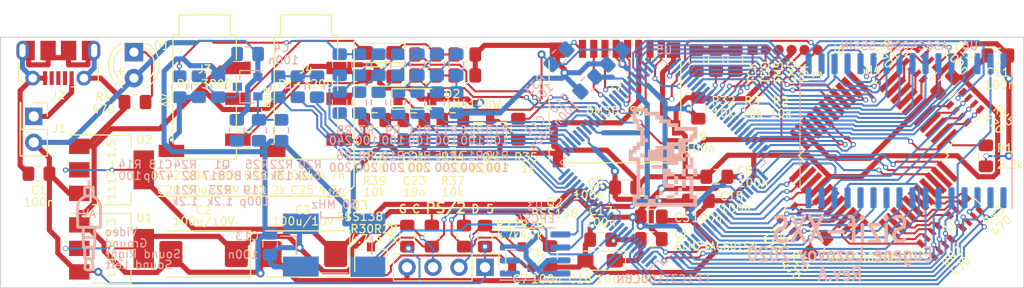
<source format=kicad_pcb>
(kicad_pcb (version 20171130) (host pcbnew "(5.1.12)-1")
  (title_block (title "ZX Sizif-XXS") (date 2020-05-05) (rev V))
  (layers (0 F.Cu signal) (31 B.Cu signal) (34 B.Paste user hide) (35 F.Paste user hide) (36 B.SilkS user hide) (37 F.SilkS user hide) (38 B.Mask user hide) (39 F.Mask user hide) (44 Edge.Cuts user))
  (net 0 "")
  (net 1 GND)
  (net 2 +5V)
  (net 3 +3V3)
  (net 4 /Csync)
  (net 5 /SND_L)
  (net 6 /A15)
  (net 7 /A13)
  (net 8 /D7)
  (net 9 /D0)
  (net 10 /D1)
  (net 11 /D2)
  (net 12 /D6)
  (net 13 /D5)
  (net 14 /D3)
  (net 15 /D4)
  (net 16 /~INT)
  (net 17 /~MREQ)
  (net 18 /~IORQ)
  (net 19 /~RD)
  (net 20 /A14)
  (net 21 /A12)
  (net 22 /A0)
  (net 23 /A1)
  (net 24 /A2)
  (net 25 /A3)
  (net 26 /~WR)
  (net 27 /~M1)
  (net 28 /~RFSH)
  (net 29 /A8)
  (net 30 /A10)
  (net 31 /~RSTCPU)
  (net 32 /A7)
  (net 33 /A6)
  (net 34 /A5)
  (net 35 /A4)
  (net 36 /A9)
  (net 37 /A11)
  (net 38 /CLKCPU)
  (net 39 /~NMI)
  (net 40 /SND_R)
  (net 41 /SD_CD)
  (net 42 "Net-(D1-Pad1)")
  (net 43 "Net-(J1-Pad1)")
  (net 44 /SD_SCK)
  (net 45 /SD_MOSI)
  (net 46 /SD_CS)
  (net 47 /SND_DAC_L)
  (net 48 /SND_DAC_R)
  (net 49 /VA17)
  (net 50 /VD3)
  (net 51 /VA16)
  (net 52 /VD4)
  (net 53 /VA14)
  (net 54 /VD5)
  (net 55 /VA12)
  (net 56 /VD6)
  (net 57 /VA7)
  (net 58 /VD7)
  (net 59 /VA6)
  (net 60 /VA5)
  (net 61 /VA10)
  (net 62 /VA4)
  (net 63 /~VRD)
  (net 64 /VA3)
  (net 65 /VA11)
  (net 66 /VA2)
  (net 67 /VA9)
  (net 68 /VA1)
  (net 69 /VA8)
  (net 70 /VA0)
  (net 71 /VA13)
  (net 72 /VD0)
  (net 73 /~VWR)
  (net 74 /VD1)
  (net 75 /VA18)
  (net 76 /VD2)
  (net 77 /VA15)
  (net 78 /TCK)
  (net 79 /TDO)
  (net 80 /TMS)
  (net 81 /TDI)
  (net 82 /TAPE_IN)
  (net 83 /PS2_CLK)
  (net 84 /PS2_DAT)
  (net 85 +1V5)
  (net 86 /CLK)
  (net 87 /Video)
  (net 88 "Net-(R10-Pad2)")
  (net 89 /Chroma1)
  (net 90 /Chroma0)
  (net 91 /~EPCS_CS)
  (net 92 /EPCS_DATA)
  (net 93 /EPCS_ASD)
  (net 94 /EPCS_DCLK)
  (net 95 /V5)
  (net 96 "Net-(R11-Pad2)")
  (net 97 /V4)
  (net 98 /V3)
  (net 99 "Net-(R15-Pad2)")
  (net 100 /V2)
  (net 101 /Chroma2)
  (net 102 /V1)
  (net 103 /V0)
  (net 104 /SD_MISO\TAPE)
  (net 105 "Net-(C18-Pad1)")
  (net 106 "Net-(C19-Pad1)")
  (net 107 "Net-(C20-Pad1)")
  (net 108 "Net-(C21-Pad1)")
  (net 109 "Net-(J7-Pad1)")
  (net 110 "Net-(J7-Pad8)")
  (net 111 "Net-(Q4-Pad3)")
  (net 112 "Net-(Q4-Pad1)")
  (net 113 "Net-(R2-Pad2)")
  (net 114 "Net-(R3-Pad2)")
  (net 115 "Net-(R14-Pad2)")
  (net 116 "Net-(R6-Pad2)")
  (net 117 "Net-(R12-Pad2)")
  (net 118 "Net-(R17-Pad2)")
  (net 119 "Net-(J5-Pad3)")
  (net 120 "Net-(J5-Pad2)")
  (net 121 1V5_PLL)
  (net 122 "Net-(C21-Pad2)")
  (net 123 "Net-(C22-Pad1)")
  (module Inductor_SMD:L_0805_2012Metric_Pad1.15x1.40mm_HandSolder (layer F.Cu) (at 153.95 84.5 180)
    (fp_text reference L1 (at -2.95 0.5) (layer F.SilkS) (effects (font (size 0.8 0.8) (thickness 0.12))))
    (fp_text value BLM21AG601SN)
    (fp_text user %V (at -6.35 -0.7 180) (layer F.SilkS) (effects (font (size 0.8 0.7) (thickness 0.12))))
    (pad 2 smd roundrect (at 1.025 0 180) (size 1.15 1.4) (layers F.Cu F.Paste F.Mask) (roundrect_rratio 0.217391) (net 121 1V5_PLL))
    (pad 1 smd roundrect (at -1.025 0 180) (size 1.15 1.4) (layers F.Cu F.Paste F.Mask) (roundrect_rratio 0.217391) (net 85 +1V5))
  )
  (module Capacitor_Tantalum_SMD:CP_EIA-3216-18_Kemet-A_Pad1.58x1.35mm_HandSolder (layer F.Cu) (at 148.95 86.6 180)
    (fp_text reference C16 (at 1.95 -1.8) (layer F.SilkS) (effects (font (size 0.8 0.8) (thickness 0.12))))
    (fp_text value 10u/16V)
    (fp_text user %V (at -2.25 -1.8 180) (layer F.SilkS) (effects (font (size 0.8 0.8) (thickness 0.12))))
    (pad 2 smd roundrect (at 1.4375 0 180) (size 1.575 1.35) (layers F.Cu F.Paste F.Mask) (roundrect_rratio 0.185185) (net 1 GND))
    (pad 1 smd roundrect (at -1.4375 0 180) (size 1.575 1.35) (layers F.Cu F.Paste F.Mask) (roundrect_rratio 0.185185) (net 121 1V5_PLL))
  )
  (module Oscillator:Oscillator_SMD_EuroQuartz_XO91-4Pin_7.0x5.0mm_HandSoldering (layer B.Cu) (at 122.95 85.1)
    (fp_text reference X1 (at -0.05 -5.1) (layer B.SilkS) (effects (font (size 0.8 0.8) (thickness 0.12)) (justify mirror)))
    (fp_text value "50 MHz")
    (fp_text user %V (at 0.05 -4) (layer B.SilkS) (effects (font (size 0.8 0.8) (thickness 0.12)) (justify mirror)))
    (pad 1 smd rect (at -3.25 -2.1) (size 3.5 2) (layers B.Cu B.Paste B.Mask) (net 3 +3V3))
    (pad 2 smd rect (at 3.25 -2.1) (size 3.5 2) (layers B.Cu B.Paste B.Mask) (net 1 GND))
    (pad 3 smd rect (at 3.25 2.1) (size 3.5 2) (layers B.Cu B.Paste B.Mask) (net 86 /CLK))
    (pad 4 smd rect (at -3.25 2.1) (size 3.5 2) (layers B.Cu B.Paste B.Mask) (net 3 +3V3))
  )
  (module Resistor_SMD:R_0805_2012Metric_Pad1.15x1.40mm_HandSolder (layer F.Cu) (at 132.5 84.2 90)
    (fp_text reference R28 (at 0.7 -4.5 180) (layer F.SilkS) (effects (font (size 0.8 0.8) (thickness 0.12))))
    (fp_text value 4.7k)
    (fp_text user %V (at -0.3 -6.8 180) (layer F.SilkS) (effects (font (size 0.8 0.7) (thickness 0.12))))
    (pad 1 smd roundrect (at -1.025 0 90) (size 1.15 1.4) (layers F.Cu F.Paste F.Mask) (roundrect_rratio 0.217391) (net 83 /PS2_CLK))
    (pad 2 smd roundrect (at 1.025 0 90) (size 1.15 1.4) (layers F.Cu F.Paste F.Mask) (roundrect_rratio 0.217391) (net 3 +3V3))
  )
  (module Resistor_SMD:R_0805_2012Metric_Pad1.15x1.40mm_HandSolder (layer F.Cu) (at 135.65 84.2 90)
    (fp_text reference R27 (at 1.1 4.25 180) (layer F.SilkS) (effects (font (size 0.8 0.8) (thickness 0.12))))
    (fp_text value 4.7k)
    (fp_text user %V (at 0.1 4.25 180) (layer F.SilkS) (effects (font (size 0.8 0.7) (thickness 0.12))))
    (pad 1 smd roundrect (at -1.025 0 90) (size 1.15 1.4) (layers F.Cu F.Paste F.Mask) (roundrect_rratio 0.217391) (net 84 /PS2_DAT))
    (pad 2 smd roundrect (at 1.025 0 90) (size 1.15 1.4) (layers F.Cu F.Paste F.Mask) (roundrect_rratio 0.217391) (net 3 +3V3))
  )
  (module my:jack35_4pin (layer B.Cu) (at 99 83.2)
    (fp_text reference LOGO2 hide)
    (fp_text value Jack35 hide)
    (fp_text user "Sound Left" (at 4.880953 3.8) (layer B.SilkS) (effects (font (size 0.8 0.8) (thickness 0.12)) (justify mirror)))
    (fp_text user "Sound Right" (at 5.3 2.75) (layer B.SilkS) (effects (font (size 0.8 0.8) (thickness 0.12)) (justify mirror)))
    (fp_text user Ground (at 3.619048 1.7) (layer B.SilkS) (effects (font (size 0.8 0.8) (thickness 0.12)) (justify mirror)))
    (fp_text user Video (at 3.12381 0.6) (layer B.SilkS) (effects (font (size 0.8 0.8) (thickness 0.12)) (justify mirror)))
    (fp_text user AV (at 0 -1.2) (layer B.SilkS) (effects (font (size 0.8 0.8) (thickness 0.12)) (justify mirror)))
  )
  (module Connector_USB:USB_Micro-B_Molex-105017-0001 (layer F.Cu) (at 96 67.3 180)
    (fp_text reference J2 (at 0 -3.1125) (layer F.SilkS) (effects (font (size 0.8 0.8) (thickness 0.12))))
    (fp_text value USB_B_Micro)
    (pad 6 smd rect (at -2.9 1.2375 180) (size 1.2 1.9) (layers F.Cu F.Mask) (net 1 GND))
    (pad 6 smd rect (at 2.9 1.2375 180) (size 1.2 1.9) (layers F.Cu F.Mask) (net 1 GND))
    (pad 6 thru_hole oval (at 3.5 1.2375 180) (size 1.2 1.9) (drill oval 0.6 1.3) (layers *.Cu *.Mask) (net 1 GND))
    (pad 6 thru_hole oval (at -3.5 1.2375) (size 1.2 1.9) (drill oval 0.6 1.3) (layers *.Cu *.Mask) (net 1 GND))
    (pad 6 smd rect (at -1 1.2375 180) (size 1.5 1.9) (layers F.Cu F.Paste F.Mask) (net 1 GND))
    (pad 6 thru_hole circle (at 2.5 -1.4625 180) (size 1.45 1.45) (drill 0.85) (layers *.Cu *.Mask) (net 1 GND))
    (pad 3 smd rect (at 0 -1.4625 180) (size 0.4 1.35) (layers F.Cu F.Paste F.Mask))
    (pad 4 smd rect (at 0.65 -1.4625 180) (size 0.4 1.35) (layers F.Cu F.Paste F.Mask))
    (pad 5 smd rect (at 1.3 -1.4625 180) (size 0.4 1.35) (layers F.Cu F.Paste F.Mask) (net 1 GND))
    (pad 1 smd rect (at -1.3 -1.4625 180) (size 0.4 1.35) (layers F.Cu F.Paste F.Mask) (net 43 "Net-(J1-Pad1)"))
    (pad 2 smd rect (at -0.65 -1.4625 180) (size 0.4 1.35) (layers F.Cu F.Paste F.Mask))
    (pad 6 thru_hole circle (at -2.5 -1.4625 180) (size 1.45 1.45) (drill 0.85) (layers *.Cu *.Mask) (net 1 GND))
    (pad 6 smd rect (at 1 1.2375 180) (size 1.5 1.9) (layers F.Cu F.Paste F.Mask) (net 1 GND))
  )
  (module my:black-mage3 (layer B.Cu) (at 155.1 76.5 180)
    (fp_text reference LOGO1 hide)
    (fp_text value graphic hide)
  )
  (module Connector_Audio:Jack_3.5mm_PJ320D_Horizontal (layer F.Cu) (at 120.2 70.95 270)
    (fp_text reference J4 (at -3.05 0 180) (layer F.SilkS) (effects (font (size 0.8 0.8) (thickness 0.12))))
    (fp_text value PJ-320D)
    (fp_text user Tape (at 0 3.9 270) (layer F.SilkS) (effects (font (size 0.8 0.8) (thickness 0.12))))
    (fp_text user %V (at -1.6 0) (layer F.SilkS) (effects (font (size 0.8 0.8) (thickness 0.12))))
    (pad S smd rect (at 4.925 3.25 270) (size 1.2 2.5) (layers F.Cu F.Paste F.Mask))
    (pad T smd rect (at 3.825 -3.25 270) (size 1.2 2.5) (layers F.Cu F.Paste F.Mask) (net 82 /TAPE_IN))
    (pad R1 smd rect (at -0.175 -3.25 270) (size 1.2 2.5) (layers F.Cu F.Paste F.Mask))
    (pad R2 smd rect (at -3.175 -3.25 270) (size 1.2 2.5) (layers F.Cu F.Paste F.Mask) (net 1 GND))
    (pad "" np_thru_hole circle (at -4.775 0 270) (size 1.5 1.5) (drill 1.5) (layers *.Cu *.Mask))
    (pad "" np_thru_hole circle (at 2.225 0 270) (size 1.5 1.5) (drill 1.5) (layers *.Cu *.Mask))
  )
  (module Connector_Audio:Jack_3.5mm_PJ320D_Horizontal (layer F.Cu) (at 110.3 70.95 270)
    (fp_text reference J3 (at -3.05 0 180) (layer F.SilkS) (effects (font (size 0.8 0.8) (thickness 0.12))))
    (fp_text value PJ-320D)
    (fp_text user AV (at 0 3.8 270) (layer F.SilkS) (effects (font (size 0.8 0.8) (thickness 0.12))))
    (fp_text user %V (at -1.6 0) (layer F.SilkS) (effects (font (size 0.8 0.8) (thickness 0.12))))
    (pad S smd rect (at 4.925 3.25 270) (size 1.2 2.5) (layers F.Cu F.Paste F.Mask) (net 87 /Video))
    (pad T smd rect (at 3.825 -3.25 270) (size 1.2 2.5) (layers F.Cu F.Paste F.Mask) (net 5 /SND_L))
    (pad R1 smd rect (at -0.175 -3.25 270) (size 1.2 2.5) (layers F.Cu F.Paste F.Mask) (net 40 /SND_R))
    (pad R2 smd rect (at -3.175 -3.25 270) (size 1.2 2.5) (layers F.Cu F.Paste F.Mask) (net 1 GND))
    (pad "" np_thru_hole circle (at -4.775 0 270) (size 1.5 1.5) (drill 1.5) (layers *.Cu *.Mask))
    (pad "" np_thru_hole circle (at 2.225 0 270) (size 1.5 1.5) (drill 1.5) (layers *.Cu *.Mask))
  )
  (module Diode_SMD:D_SOD-123 (layer F.Cu) (at 130.85 70.8)
    (fp_text reference D2 (at 3.65 -0.5) (layer F.SilkS) (effects (font (size 0.8 0.8) (thickness 0.12))))
    (fp_text value 1N4148W)
    (fp_text user %V (at 5.65 0.5) (layer F.SilkS) (effects (font (size 0.8 0.8) (thickness 0.12))))
    (pad 2 smd rect (at 1.65 0) (size 0.9 1.2) (layers F.Cu F.Paste F.Mask) (net 1 GND))
    (pad 1 smd rect (at -1.65 0) (size 0.9 1.2) (layers F.Cu F.Paste F.Mask) (net 108 "Net-(C21-Pad1)"))
  )
  (module Package_SO:SOIC-8_3.9x4.9mm_P1.27mm (layer B.Cu) (at 142.6 85.945)
    (fp_text reference U3 (at 0 -4.645) (layer B.SilkS) (effects (font (size 0.8 0.8) (thickness 0.12)) (justify mirror)))
    (fp_text value EPCS4)
    (fp_text user %V (at 0 -3.445) (layer B.SilkS) (effects (font (size 0.8 0.8) (thickness 0.12)) (justify mirror)))
    (pad 8 smd roundrect (at 2.475 1.905) (size 1.95 0.6) (layers B.Cu B.Paste B.Mask) (net 3 +3V3))
    (pad 7 smd roundrect (at 2.475 0.635) (size 1.95 0.6) (layers B.Cu B.Paste B.Mask) (net 3 +3V3))
    (pad 6 smd roundrect (at 2.475 -0.635) (size 1.95 0.6) (layers B.Cu B.Paste B.Mask) (net 94 /EPCS_DCLK))
    (pad 5 smd roundrect (at 2.475 -1.905) (size 1.95 0.6) (layers B.Cu B.Paste B.Mask) (net 93 /EPCS_ASD))
    (pad 4 smd roundrect (at -2.475 -1.905) (size 1.95 0.6) (layers B.Cu B.Paste B.Mask))
    (pad 3 smd roundrect (at -2.475 -0.635) (size 1.95 0.6) (layers B.Cu B.Paste B.Mask) (net 3 +3V3))
    (pad 2 smd roundrect (at -2.475 0.635) (size 1.95 0.6) (layers B.Cu B.Paste B.Mask) (net 92 /EPCS_DATA))
    (pad 1 smd roundrect (at -2.475 1.905) (size 1.95 0.6) (layers B.Cu B.Paste B.Mask) (net 91 /~EPCS_CS))
  )
  (module Resistor_SMD:R_0805_2012Metric_Pad1.15x1.40mm_HandSolder (layer F.Cu) (at 140.95 73.75 90)
    (fp_text reference R35 (at -2.75 0.75 180) (layer F.SilkS) (effects (font (size 0.8 0.8) (thickness 0.12))))
    (fp_text value 1k)
    (fp_text user %V (at -3.85 0.95 180) (layer F.SilkS) (effects (font (size 0.8 0.8) (thickness 0.12))))
    (pad 2 smd roundrect (at 1.025 0 90) (size 1.15 1.4) (layers F.Cu F.Paste F.Mask) (roundrect_rratio 0.217391) (net 104 /SD_MISO\TAPE))
    (pad 1 smd roundrect (at -1.025 0 90) (size 1.15 1.4) (layers F.Cu F.Paste F.Mask) (roundrect_rratio 0.217391) (net 111 "Net-(Q4-Pad3)"))
  )
  (module Capacitor_SMD:C_0805_2012Metric_Pad1.15x1.40mm_HandSolder (layer B.Cu) (at 109.725 69.6 270)
    (fp_text reference C18 (at 7.6 3.725 180) (layer B.SilkS) (effects (font (size 0.8 0.8) (thickness 0.12)) (justify mirror)))
    (fp_text value 470p)
    (fp_text user %V (at 8.7 3.925) (layer B.SilkS) (effects (font (size 0.8 0.8) (thickness 0.12)) (justify mirror)))
    (pad 1 smd roundrect (at -1.025 0 270) (size 1.15 1.4) (layers B.Cu B.Paste B.Mask) (roundrect_rratio 0.217391) (net 105 "Net-(C18-Pad1)"))
    (pad 2 smd roundrect (at 1.025 0 270) (size 1.15 1.4) (layers B.Cu B.Paste B.Mask) (roundrect_rratio 0.217391) (net 87 /Video))
  )
  (module my:TQFP-44_14x14mm_P0.8mm (layer F.Cu) (at 175.675 76.325 225)
    (fp_text reference U4 (at -5.833631 5.939697) (layer F.SilkS) (effects (font (size 0.8 0.8) (thickness 0.12))))
    (fp_text value "Z84C0020PEC ")
    (fp_text user %V (at 7.035712 -7.071068) (layer F.SilkS) (effects (font (size 0.8 0.8) (thickness 0.12))))
    (pad 44 smd rect (at -4 -6.2 315) (size 2.5 0.55) (layers F.Cu F.Paste F.Mask) (net 6 /A15))
    (pad 43 smd rect (at -3.2 -6.2 315) (size 2.5 0.55) (layers F.Cu F.Paste F.Mask) (net 20 /A14))
    (pad 42 smd rect (at -2.4 -6.2 315) (size 2.5 0.55) (layers F.Cu F.Paste F.Mask) (net 7 /A13))
    (pad 41 smd rect (at -1.6 -6.2 315) (size 2.5 0.55) (layers F.Cu F.Paste F.Mask) (net 21 /A12))
    (pad 40 smd rect (at -0.8 -6.2 315) (size 2.5 0.55) (layers F.Cu F.Paste F.Mask) (net 37 /A11))
    (pad 39 smd rect (at 0 -6.2 315) (size 2.5 0.55) (layers F.Cu F.Paste F.Mask))
    (pad 38 smd rect (at 0.8 -6.2 315) (size 2.5 0.55) (layers F.Cu F.Paste F.Mask) (net 30 /A10))
    (pad 37 smd rect (at 1.6 -6.2 315) (size 2.5 0.55) (layers F.Cu F.Paste F.Mask) (net 36 /A9))
    (pad 36 smd rect (at 2.4 -6.2 315) (size 2.5 0.55) (layers F.Cu F.Paste F.Mask) (net 29 /A8))
    (pad 35 smd rect (at 3.2 -6.2 315) (size 2.5 0.55) (layers F.Cu F.Paste F.Mask) (net 32 /A7))
    (pad 34 smd rect (at 4 -6.2 315) (size 2.5 0.55) (layers F.Cu F.Paste F.Mask) (net 33 /A6))
    (pad 33 smd rect (at 6.2 -4 225) (size 2.5 0.55) (layers F.Cu F.Paste F.Mask))
    (pad 32 smd rect (at 6.2 -3.2 225) (size 2.5 0.55) (layers F.Cu F.Paste F.Mask) (net 34 /A5))
    (pad 31 smd rect (at 6.2 -2.4 225) (size 2.5 0.55) (layers F.Cu F.Paste F.Mask) (net 35 /A4))
    (pad 30 smd rect (at 6.2 -1.6 225) (size 2.5 0.55) (layers F.Cu F.Paste F.Mask) (net 25 /A3))
    (pad 29 smd rect (at 6.2 -0.8 225) (size 2.5 0.55) (layers F.Cu F.Paste F.Mask) (net 24 /A2))
    (pad 28 smd rect (at 6.2 0 225) (size 2.5 0.55) (layers F.Cu F.Paste F.Mask) (net 23 /A1))
    (pad 27 smd rect (at 6.2 0.8 225) (size 2.5 0.55) (layers F.Cu F.Paste F.Mask) (net 22 /A0))
    (pad 26 smd rect (at 6.2 1.6 225) (size 2.5 0.55) (layers F.Cu F.Paste F.Mask) (net 1 GND))
    (pad 25 smd rect (at 6.2 2.4 225) (size 2.5 0.55) (layers F.Cu F.Paste F.Mask) (net 28 /~RFSH))
    (pad 24 smd rect (at 6.2 3.2 225) (size 2.5 0.55) (layers F.Cu F.Paste F.Mask) (net 27 /~M1))
    (pad 23 smd rect (at 6.2 4 225) (size 2.5 0.55) (layers F.Cu F.Paste F.Mask) (net 31 /~RSTCPU))
    (pad 22 smd rect (at 4 6.2 315) (size 2.5 0.55) (layers F.Cu F.Paste F.Mask) (net 3 +3V3))
    (pad 21 smd rect (at 3.2 6.2 315) (size 2.5 0.55) (layers F.Cu F.Paste F.Mask) (net 3 +3V3))
    (pad 20 smd rect (at 2.4 6.2 315) (size 2.5 0.55) (layers F.Cu F.Paste F.Mask))
    (pad 19 smd rect (at 1.6 6.2 315) (size 2.5 0.55) (layers F.Cu F.Paste F.Mask) (net 26 /~WR))
    (pad 18 smd rect (at 0.8 6.2 315) (size 2.5 0.55) (layers F.Cu F.Paste F.Mask) (net 19 /~RD))
    (pad 17 smd rect (at 0 6.2 315) (size 2.5 0.55) (layers F.Cu F.Paste F.Mask))
    (pad 16 smd rect (at -0.8 6.2 315) (size 2.5 0.55) (layers F.Cu F.Paste F.Mask) (net 18 /~IORQ))
    (pad 15 smd rect (at -1.6 6.2 315) (size 2.5 0.55) (layers F.Cu F.Paste F.Mask) (net 17 /~MREQ))
    (pad 14 smd rect (at -2.4 6.2 315) (size 2.5 0.55) (layers F.Cu F.Paste F.Mask))
    (pad 13 smd rect (at -3.2 6.2 315) (size 2.5 0.55) (layers F.Cu F.Paste F.Mask) (net 39 /~NMI))
    (pad 12 smd rect (at -4 6.2 315) (size 2.5 0.55) (layers F.Cu F.Paste F.Mask) (net 16 /~INT))
    (pad 11 smd rect (at -6.2 4 225) (size 2.5 0.55) (layers F.Cu F.Paste F.Mask))
    (pad 10 smd rect (at -6.2 3.2 225) (size 2.5 0.55) (layers F.Cu F.Paste F.Mask) (net 10 /D1))
    (pad 9 smd rect (at -6.2 2.4 225) (size 2.5 0.55) (layers F.Cu F.Paste F.Mask) (net 9 /D0))
    (pad 8 smd rect (at -6.2 1.6 225) (size 2.5 0.55) (layers F.Cu F.Paste F.Mask) (net 8 /D7))
    (pad 7 smd rect (at -6.2 0.8 225) (size 2.5 0.55) (layers F.Cu F.Paste F.Mask) (net 11 /D2))
    (pad 6 smd rect (at -6.2 0 225) (size 2.5 0.55) (layers F.Cu F.Paste F.Mask) (net 3 +3V3))
    (pad 5 smd rect (at -6.2 -0.8 225) (size 2.5 0.55) (layers F.Cu F.Paste F.Mask) (net 12 /D6))
    (pad 4 smd rect (at -6.2 -1.6 225) (size 2.5 0.55) (layers F.Cu F.Paste F.Mask) (net 13 /D5))
    (pad 3 smd rect (at -6.2 -2.4 225) (size 2.5 0.55) (layers F.Cu F.Paste F.Mask) (net 14 /D3))
    (pad 2 smd rect (at -6.2 -3.2 225) (size 2.5 0.55) (layers F.Cu F.Paste F.Mask) (net 15 /D4))
    (pad 1 smd rect (at -6.2 -4 225) (size 2.5 0.55) (layers F.Cu F.Paste F.Mask) (net 38 /CLKCPU))
  )
  (module Package_SO:SSOP-32_11.305x20.495mm_P1.27mm (layer B.Cu) (at 178.845 73.9 90)
    (fp_text reference U6 (at 8.3 6.255) (layer B.SilkS) (effects (font (size 0.8 0.8) (thickness 0.12)) (justify mirror)))
    (fp_text value AS6C4008-55SIN)
    (fp_text user %V (at 8.3 -1.145 180) (layer B.SilkS) (effects (font (size 0.8 0.8) (thickness 0.12)) (justify mirror)))
    (pad 32 smd roundrect (at 6.55 9.525 90) (size 2.05 0.6) (layers B.Cu B.Paste B.Mask) (net 3 +3V3))
    (pad 31 smd roundrect (at 6.55 8.255 90) (size 2.05 0.6) (layers B.Cu B.Paste B.Mask) (net 69 /VA8))
    (pad 30 smd roundrect (at 6.55 6.985 90) (size 2.05 0.6) (layers B.Cu B.Paste B.Mask) (net 49 /VA17))
    (pad 29 smd roundrect (at 6.55 5.715 90) (size 2.05 0.6) (layers B.Cu B.Paste B.Mask) (net 73 /~VWR))
    (pad 28 smd roundrect (at 6.55 4.445 90) (size 2.05 0.6) (layers B.Cu B.Paste B.Mask) (net 71 /VA13))
    (pad 27 smd roundrect (at 6.55 3.175 90) (size 2.05 0.6) (layers B.Cu B.Paste B.Mask) (net 77 /VA15))
    (pad 26 smd roundrect (at 6.55 1.905 90) (size 2.05 0.6) (layers B.Cu B.Paste B.Mask) (net 75 /VA18))
    (pad 25 smd roundrect (at 6.55 0.635 90) (size 2.05 0.6) (layers B.Cu B.Paste B.Mask) (net 51 /VA16))
    (pad 24 smd roundrect (at 6.55 -0.635 90) (size 2.05 0.6) (layers B.Cu B.Paste B.Mask) (net 63 /~VRD))
    (pad 23 smd roundrect (at 6.55 -1.905 90) (size 2.05 0.6) (layers B.Cu B.Paste B.Mask) (net 53 /VA14))
    (pad 22 smd roundrect (at 6.55 -3.175 90) (size 2.05 0.6) (layers B.Cu B.Paste B.Mask))
    (pad 21 smd roundrect (at 6.55 -4.445 90) (size 2.05 0.6) (layers B.Cu B.Paste B.Mask) (net 72 /VD0))
    (pad 20 smd roundrect (at 6.55 -5.715 90) (size 2.05 0.6) (layers B.Cu B.Paste B.Mask) (net 74 /VD1))
    (pad 19 smd roundrect (at 6.55 -6.985 90) (size 2.05 0.6) (layers B.Cu B.Paste B.Mask) (net 58 /VD7))
    (pad 18 smd roundrect (at 6.55 -8.255 90) (size 2.05 0.6) (layers B.Cu B.Paste B.Mask) (net 76 /VD2))
    (pad 17 smd roundrect (at 6.55 -9.525 90) (size 2.05 0.6) (layers B.Cu B.Paste B.Mask) (net 56 /VD6))
    (pad 16 smd roundrect (at -6.55 -9.525 90) (size 2.05 0.6) (layers B.Cu B.Paste B.Mask))
    (pad 15 smd roundrect (at -6.55 -8.255 90) (size 2.05 0.6) (layers B.Cu B.Paste B.Mask) (net 54 /VD5))
    (pad 14 smd roundrect (at -6.55 -6.985 90) (size 2.05 0.6) (layers B.Cu B.Paste B.Mask) (net 50 /VD3))
    (pad 13 smd roundrect (at -6.55 -5.715 90) (size 2.05 0.6) (layers B.Cu B.Paste B.Mask) (net 52 /VD4))
    (pad 12 smd roundrect (at -6.55 -4.445 90) (size 2.05 0.6) (layers B.Cu B.Paste B.Mask) (net 70 /VA0))
    (pad 11 smd roundrect (at -6.55 -3.175 90) (size 2.05 0.6) (layers B.Cu B.Paste B.Mask) (net 68 /VA1))
    (pad 10 smd roundrect (at -6.55 -1.905 90) (size 2.05 0.6) (layers B.Cu B.Paste B.Mask) (net 66 /VA2))
    (pad 9 smd roundrect (at -6.55 -0.635 90) (size 2.05 0.6) (layers B.Cu B.Paste B.Mask) (net 64 /VA3))
    (pad 8 smd roundrect (at -6.55 0.635 90) (size 2.05 0.6) (layers B.Cu B.Paste B.Mask) (net 62 /VA4))
    (pad 7 smd roundrect (at -6.55 1.905 90) (size 2.05 0.6) (layers B.Cu B.Paste B.Mask) (net 60 /VA5))
    (pad 6 smd roundrect (at -6.55 3.175 90) (size 2.05 0.6) (layers B.Cu B.Paste B.Mask) (net 59 /VA6))
    (pad 5 smd roundrect (at -6.55 4.445 90) (size 2.05 0.6) (layers B.Cu B.Paste B.Mask) (net 57 /VA7))
    (pad 4 smd roundrect (at -6.55 5.715 90) (size 2.05 0.6) (layers B.Cu B.Paste B.Mask) (net 67 /VA9))
    (pad 3 smd roundrect (at -6.55 6.985 90) (size 2.05 0.6) (layers B.Cu B.Paste B.Mask) (net 65 /VA11))
    (pad 2 smd roundrect (at -6.55 8.255 90) (size 2.05 0.6) (layers B.Cu B.Paste B.Mask) (net 61 /VA10))
    (pad 1 smd roundrect (at -6.55 9.525 90) (size 2.05 0.6) (layers B.Cu B.Paste B.Mask) (net 55 /VA12))
  )
  (module Capacitor_Tantalum_SMD:CP_EIA-3216-18_Kemet-A_Pad1.58x1.35mm_HandSolder (layer F.Cu) (at 127.4 66.3 180)
    (fp_text reference C22 (at 20.6 -11.95) (layer F.SilkS) (effects (font (size 0.8 0.8) (thickness 0.12))))
    (fp_text value 10u/16V)
    (fp_text user %V (at 16.371191 -11.95 180) (layer F.SilkS) (effects (font (size 0.8 0.8) (thickness 0.12))))
    (pad 2 smd roundrect (at 1.4375 0 180) (size 1.575 1.35) (layers F.Cu F.Paste F.Mask) (roundrect_rratio 0.185185) (net 40 /SND_R))
    (pad 1 smd roundrect (at -1.4375 0 180) (size 1.575 1.35) (layers F.Cu F.Paste F.Mask) (roundrect_rratio 0.185185) (net 123 "Net-(C22-Pad1)"))
  )
  (module Capacitor_Tantalum_SMD:CP_EIA-3216-18_Kemet-A_Pad1.58x1.35mm_HandSolder (layer F.Cu) (at 127.4 68.6 180)
    (fp_text reference C20 (at 20.6 -11.1) (layer F.SilkS) (effects (font (size 0.8 0.8) (thickness 0.12))))
    (fp_text value 10u/16V)
    (fp_text user %V (at 16.371191 -11.1 180) (layer F.SilkS) (effects (font (size 0.8 0.8) (thickness 0.12))))
    (pad 2 smd roundrect (at 1.4375 0 180) (size 1.575 1.35) (layers F.Cu F.Paste F.Mask) (roundrect_rratio 0.185185) (net 5 /SND_L))
    (pad 1 smd roundrect (at -1.4375 0 180) (size 1.575 1.35) (layers F.Cu F.Paste F.Mask) (roundrect_rratio 0.185185) (net 107 "Net-(C20-Pad1)"))
  )
  (module Resistor_SMD:R_0805_2012Metric_Pad1.15x1.40mm_HandSolder (layer F.Cu) (at 158.36 67.045 270)
    (fp_text reference R32 (at 3.955 -2.64 180) (layer F.SilkS) (effects (font (size 0.8 0.8) (thickness 0.12))))
    (fp_text value 10k)
    (fp_text user %V (at 5.155 -2.64) (layer F.SilkS) (effects (font (size 0.8 0.8) (thickness 0.12))))
    (pad 2 smd roundrect (at 1.025 0 270) (size 1.15 1.4) (layers F.Cu F.Paste F.Mask) (roundrect_rratio 0.217391) (net 110 "Net-(J7-Pad8)"))
    (pad 1 smd roundrect (at -1.025 0 270) (size 1.15 1.4) (layers F.Cu F.Paste F.Mask) (roundrect_rratio 0.217391) (net 3 +3V3))
  )
  (module Resistor_SMD:R_0805_2012Metric_Pad1.15x1.40mm_HandSolder (layer B.Cu) (at 144.925 66.6752 45)
    (fp_text reference R33 (at -3.570584 0.282843 225) (layer B.SilkS) (effects (font (size 0.8 0.8) (thickness 0.12)) (justify mirror)))
    (fp_text value 10k)
    (fp_text user %V (at -3.570584 1.414214 45) (layer B.SilkS) (effects (font (size 0.8 0.8) (thickness 0.12)) (justify mirror)))
    (pad 1 smd roundrect (at -1.025 0 45) (size 1.15 1.4) (layers B.Cu B.Paste B.Mask) (roundrect_rratio 0.217391) (net 3 +3V3))
    (pad 2 smd roundrect (at 1.025 0 45) (size 1.15 1.4) (layers B.Cu B.Paste B.Mask) (roundrect_rratio 0.217391) (net 109 "Net-(J7-Pad1)"))
  )
  (module my:PinPoints_1x06_P1.27mm (layer F.Cu) (at 163.85 66 90)
    (fp_text reference J6 (at 0 8.35 180) (layer F.SilkS) (effects (font (size 0.8 0.8) (thickness 0.12))))
    (fp_text value "Solder points")
    (fp_text user TCK (at -2.2 -0.05 90) (layer F.SilkS) (effects (font (size 0.8 0.8) (thickness 0.12))))
    (fp_text user TDO (at -2.2 1.25 90) (layer F.SilkS) (effects (font (size 0.8 0.8) (thickness 0.12))))
    (fp_text user TMS (at -2.2 2.55 90) (layer F.SilkS) (effects (font (size 0.8 0.8) (thickness 0.12))))
    (fp_text user GND (at -2.2 3.85 90) (layer F.SilkS) (effects (font (size 0.8 0.8) (thickness 0.12))))
    (fp_text user TDI (at -2.4 5.05 90) (layer F.SilkS) (effects (font (size 0.8 0.8) (thickness 0.12))))
    (fp_text user 3 (at -2.4 6.35 90) (layer F.SilkS) (effects (font (size 0.8 0.8) (thickness 0.12))))
    (pad 6 smd oval (at 0 6.35 90) (size 1 1) (layers F.Cu F.Paste F.Mask) (net 3 +3V3))
    (pad 5 smd oval (at 0 5.08 90) (size 1 1) (layers F.Cu F.Paste F.Mask) (net 81 /TDI))
    (pad 4 smd oval (at 0 3.81 90) (size 1 1) (layers F.Cu F.Paste F.Mask) (net 1 GND))
    (pad 3 smd oval (at 0 2.54 90) (size 1 1) (layers F.Cu F.Paste F.Mask) (net 80 /TMS))
    (pad 2 smd oval (at 0 1.27 90) (size 1 1) (layers F.Cu F.Paste F.Mask) (net 79 /TDO))
    (pad 1 smd rect (at 0 0 90) (size 1 1) (layers F.Cu F.Paste F.Mask) (net 78 /TCK))
  )
  (module Resistor_SMD:R_0805_2012Metric_Pad1.15x1.40mm_HandSolder (layer B.Cu) (at 117.5 69.6 90)
    (fp_text reference R25 (at -7.6 -2.1 180) (layer B.SilkS) (effects (font (size 0.8 0.8) (thickness 0.12)) (justify mirror)))
    (fp_text value 22k)
    (fp_text user %V (at -8.7 -2.1 180) (layer B.SilkS) (effects (font (size 0.8 0.8) (thickness 0.12)) (justify mirror)))
    (pad 1 smd roundrect (at -1.025 0 90) (size 1.15 1.4) (layers B.Cu B.Paste B.Mask) (roundrect_rratio 0.217391) (net 90 /Chroma0))
    (pad 2 smd roundrect (at 1.025 0 90) (size 1.15 1.4) (layers B.Cu B.Paste B.Mask) (roundrect_rratio 0.217391) (net 106 "Net-(C19-Pad1)"))
  )
  (module Resistor_SMD:R_0805_2012Metric_Pad1.15x1.40mm_HandSolder (layer B.Cu) (at 134.9 71.15 90)
    (fp_text reference R19 (at -5.2 3.980952 180) (layer B.SilkS) (effects (font (size 0.8 0.8) (thickness 0.12)) (justify mirror)))
    (fp_text value 100)
    (fp_text user %V (at -6.35 4 180) (layer B.SilkS) (effects (font (size 0.8 0.8) (thickness 0.12)) (justify mirror)))
    (pad 1 smd roundrect (at -1.025 0 90) (size 1.15 1.4) (layers B.Cu B.Paste B.Mask) (roundrect_rratio 0.217391) (net 1 GND))
    (pad 2 smd roundrect (at 1.025 0 90) (size 1.15 1.4) (layers B.Cu B.Paste B.Mask) (roundrect_rratio 0.217391) (net 118 "Net-(R17-Pad2)"))
  )
  (module Resistor_SMD:R_0805_2012Metric_Pad1.15x1.40mm_HandSolder (layer B.Cu) (at 134.9 67.45 90)
    (fp_text reference R18 (at -6.4 3.980952 180) (layer B.SilkS) (effects (font (size 0.8 0.8) (thickness 0.12)) (justify mirror)))
    (fp_text value 100)
    (fp_text user %V (at -7.4 4 180) (layer B.SilkS) (effects (font (size 0.8 0.8) (thickness 0.12)) (justify mirror)))
    (pad 1 smd roundrect (at -1.025 0 90) (size 1.15 1.4) (layers B.Cu B.Paste B.Mask) (roundrect_rratio 0.217391) (net 118 "Net-(R17-Pad2)"))
    (pad 2 smd roundrect (at 1.025 0 90) (size 1.15 1.4) (layers B.Cu B.Paste B.Mask) (roundrect_rratio 0.217391) (net 99 "Net-(R15-Pad2)"))
  )
  (module Resistor_SMD:R_0805_2012Metric_Pad1.15x1.40mm_HandSolder (layer B.Cu) (at 133 71.15 90)
    (fp_text reference R17 (at -5.2 3.4 180) (layer B.SilkS) (effects (font (size 0.8 0.8) (thickness 0.12)) (justify mirror)))
    (fp_text value 200)
    (fp_text user %V (at -6.35 3.419048 180) (layer B.SilkS) (effects (font (size 0.8 0.8) (thickness 0.12)) (justify mirror)))
    (pad 1 smd roundrect (at -1.025 0 90) (size 1.15 1.4) (layers B.Cu B.Paste B.Mask) (roundrect_rratio 0.217391) (net 103 /V0))
    (pad 2 smd roundrect (at 1.025 0 90) (size 1.15 1.4) (layers B.Cu B.Paste B.Mask) (roundrect_rratio 0.217391) (net 118 "Net-(R17-Pad2)"))
  )
  (module Resistor_SMD:R_0805_2012Metric_Pad1.15x1.40mm_HandSolder (layer B.Cu) (at 133 67.45 90)
    (fp_text reference R16 (at -6.4 3.4 180) (layer B.SilkS) (effects (font (size 0.8 0.8) (thickness 0.12)) (justify mirror)))
    (fp_text value 100)
    (fp_text user %V (at -7.4 3.419048 180) (layer B.SilkS) (effects (font (size 0.8 0.8) (thickness 0.12)) (justify mirror)))
    (pad 1 smd roundrect (at -1.025 0 90) (size 1.15 1.4) (layers B.Cu B.Paste B.Mask) (roundrect_rratio 0.217391) (net 99 "Net-(R15-Pad2)"))
    (pad 2 smd roundrect (at 1.025 0 90) (size 1.15 1.4) (layers B.Cu B.Paste B.Mask) (roundrect_rratio 0.217391) (net 117 "Net-(R12-Pad2)"))
  )
  (module Resistor_SMD:R_0805_2012Metric_Pad1.15x1.40mm_HandSolder (layer B.Cu) (at 131.1 71.15 90)
    (fp_text reference R15 (at -5.2 2.780952 180) (layer B.SilkS) (effects (font (size 0.8 0.8) (thickness 0.12)) (justify mirror)))
    (fp_text value 200)
    (fp_text user %V (at -6.35 2.8 180) (layer B.SilkS) (effects (font (size 0.8 0.8) (thickness 0.12)) (justify mirror)))
    (pad 1 smd roundrect (at -1.025 0 90) (size 1.15 1.4) (layers B.Cu B.Paste B.Mask) (roundrect_rratio 0.217391) (net 102 /V1))
    (pad 2 smd roundrect (at 1.025 0 90) (size 1.15 1.4) (layers B.Cu B.Paste B.Mask) (roundrect_rratio 0.217391) (net 99 "Net-(R15-Pad2)"))
  )
  (module Resistor_SMD:R_0805_2012Metric_Pad1.15x1.40mm_HandSolder (layer B.Cu) (at 131.1 67.45 90)
    (fp_text reference R13 (at -6.4 2.780952 180) (layer B.SilkS) (effects (font (size 0.8 0.8) (thickness 0.12)) (justify mirror)))
    (fp_text value 100)
    (fp_text user %V (at -7.4 2.8 180) (layer B.SilkS) (effects (font (size 0.8 0.8) (thickness 0.12)) (justify mirror)))
    (pad 1 smd roundrect (at -1.025 0 90) (size 1.15 1.4) (layers B.Cu B.Paste B.Mask) (roundrect_rratio 0.217391) (net 117 "Net-(R12-Pad2)"))
    (pad 2 smd roundrect (at 1.025 0 90) (size 1.15 1.4) (layers B.Cu B.Paste B.Mask) (roundrect_rratio 0.217391) (net 88 "Net-(R10-Pad2)"))
  )
  (module Resistor_SMD:R_0805_2012Metric_Pad1.15x1.40mm_HandSolder (layer B.Cu) (at 129.2 71.15 90)
    (fp_text reference R12 (at -5.2 2.080952 180) (layer B.SilkS) (effects (font (size 0.8 0.8) (thickness 0.12)) (justify mirror)))
    (fp_text value 200)
    (fp_text user %V (at -6.35 2.1 180) (layer B.SilkS) (effects (font (size 0.8 0.8) (thickness 0.12)) (justify mirror)))
    (pad 1 smd roundrect (at -1.025 0 90) (size 1.15 1.4) (layers B.Cu B.Paste B.Mask) (roundrect_rratio 0.217391) (net 100 /V2))
    (pad 2 smd roundrect (at 1.025 0 90) (size 1.15 1.4) (layers B.Cu B.Paste B.Mask) (roundrect_rratio 0.217391) (net 117 "Net-(R12-Pad2)"))
  )
  (module Resistor_SMD:R_0805_2012Metric_Pad1.15x1.40mm_HandSolder (layer B.Cu) (at 129.2 67.45 90)
    (fp_text reference R11 (at -6.4 2.080952 180) (layer B.SilkS) (effects (font (size 0.8 0.8) (thickness 0.12)) (justify mirror)))
    (fp_text value 100)
    (fp_text user %V (at -7.4 2.1 180) (layer B.SilkS) (effects (font (size 0.8 0.8) (thickness 0.12)) (justify mirror)))
    (pad 1 smd roundrect (at -1.025 0 90) (size 1.15 1.4) (layers B.Cu B.Paste B.Mask) (roundrect_rratio 0.217391) (net 88 "Net-(R10-Pad2)"))
    (pad 2 smd roundrect (at 1.025 0 90) (size 1.15 1.4) (layers B.Cu B.Paste B.Mask) (roundrect_rratio 0.217391) (net 96 "Net-(R11-Pad2)"))
  )
  (module Resistor_SMD:R_0805_2012Metric_Pad1.15x1.40mm_HandSolder (layer B.Cu) (at 127.3 71.15 90)
    (fp_text reference R10 (at -5.2 1.4 180) (layer B.SilkS) (effects (font (size 0.8 0.8) (thickness 0.12)) (justify mirror)))
    (fp_text value 200)
    (fp_text user %V (at -6.35 1.419048 180) (layer B.SilkS) (effects (font (size 0.8 0.8) (thickness 0.12)) (justify mirror)))
    (pad 1 smd roundrect (at -1.025 0 90) (size 1.15 1.4) (layers B.Cu B.Paste B.Mask) (roundrect_rratio 0.217391) (net 98 /V3))
    (pad 2 smd roundrect (at 1.025 0 90) (size 1.15 1.4) (layers B.Cu B.Paste B.Mask) (roundrect_rratio 0.217391) (net 88 "Net-(R10-Pad2)"))
  )
  (module Resistor_SMD:R_0805_2012Metric_Pad1.15x1.40mm_HandSolder (layer B.Cu) (at 127.3 67.45 90)
    (fp_text reference R9 (at -6.4 1.4 180) (layer B.SilkS) (effects (font (size 0.8 0.8) (thickness 0.12)) (justify mirror)))
    (fp_text value 100)
    (fp_text user %V (at -7.4 1.419048 180) (layer B.SilkS) (effects (font (size 0.8 0.8) (thickness 0.12)) (justify mirror)))
    (pad 1 smd roundrect (at -1.025 0 90) (size 1.15 1.4) (layers B.Cu B.Paste B.Mask) (roundrect_rratio 0.217391) (net 96 "Net-(R11-Pad2)"))
    (pad 2 smd roundrect (at 1.025 0 90) (size 1.15 1.4) (layers B.Cu B.Paste B.Mask) (roundrect_rratio 0.217391) (net 116 "Net-(R6-Pad2)"))
  )
  (module Resistor_SMD:R_0805_2012Metric_Pad1.15x1.40mm_HandSolder (layer B.Cu) (at 125.4 71.15 90)
    (fp_text reference R8 (at -5.2 0.7 180) (layer B.SilkS) (effects (font (size 0.8 0.8) (thickness 0.12)) (justify mirror)))
    (fp_text value 200)
    (fp_text user %V (at -6.35 0.719048 180) (layer B.SilkS) (effects (font (size 0.8 0.8) (thickness 0.12)) (justify mirror)))
    (pad 1 smd roundrect (at -1.025 0 90) (size 1.15 1.4) (layers B.Cu B.Paste B.Mask) (roundrect_rratio 0.217391) (net 97 /V4))
    (pad 2 smd roundrect (at 1.025 0 90) (size 1.15 1.4) (layers B.Cu B.Paste B.Mask) (roundrect_rratio 0.217391) (net 96 "Net-(R11-Pad2)"))
  )
  (module Resistor_SMD:R_0805_2012Metric_Pad1.15x1.40mm_HandSolder (layer B.Cu) (at 125.4 67.45 90)
    (fp_text reference R7 (at -6.4 0.7 180) (layer B.SilkS) (effects (font (size 0.8 0.8) (thickness 0.12)) (justify mirror)))
    (fp_text value 100)
    (fp_text user %V (at -7.4 0.719048 180) (layer B.SilkS) (effects (font (size 0.8 0.8) (thickness 0.12)) (justify mirror)))
    (pad 1 smd roundrect (at -1.025 0 90) (size 1.15 1.4) (layers B.Cu B.Paste B.Mask) (roundrect_rratio 0.217391) (net 116 "Net-(R6-Pad2)"))
    (pad 2 smd roundrect (at 1.025 0 90) (size 1.15 1.4) (layers B.Cu B.Paste B.Mask) (roundrect_rratio 0.217391) (net 115 "Net-(R14-Pad2)"))
  )
  (module Resistor_SMD:R_0805_2012Metric_Pad1.15x1.40mm_HandSolder (layer B.Cu) (at 123.5 67.45 90)
    (fp_text reference R5 (at -6.4 0.45 180) (layer B.SilkS) (effects (font (size 0.8 0.8) (thickness 0.12)) (justify mirror)))
    (fp_text value 240)
    (fp_text user %V (at -7.4 0.088096 180) (layer B.SilkS) (effects (font (size 0.8 0.8) (thickness 0.12)) (justify mirror)))
    (pad 1 smd roundrect (at -1.025 0 90) (size 1.15 1.4) (layers B.Cu B.Paste B.Mask) (roundrect_rratio 0.217391) (net 4 /Csync))
    (pad 2 smd roundrect (at 1.025 0 90) (size 1.15 1.4) (layers B.Cu B.Paste B.Mask) (roundrect_rratio 0.217391) (net 115 "Net-(R14-Pad2)"))
  )
  (module Resistor_SMD:R_0805_2012Metric_Pad1.15x1.40mm_HandSolder (layer F.Cu) (at 162.16 67.04 270)
    (fp_text reference R2 (at 3.96 -4.44) (layer F.SilkS) (effects (font (size 0.8 0.8) (thickness 0.12))))
    (fp_text value 10k)
    (fp_text user %V (at 5.16 -4.44) (layer F.SilkS) (effects (font (size 0.8 0.8) (thickness 0.12))))
    (pad 1 smd roundrect (at -1.025 0 270) (size 1.15 1.4) (layers F.Cu F.Paste F.Mask) (roundrect_rratio 0.217391) (net 3 +3V3))
    (pad 2 smd roundrect (at 1.025 0 270) (size 1.15 1.4) (layers F.Cu F.Paste F.Mask) (roundrect_rratio 0.217391) (net 113 "Net-(R2-Pad2)"))
  )
  (module Resistor_SMD:R_0805_2012Metric_Pad1.15x1.40mm_HandSolder (layer F.Cu) (at 160.26 67.04 270)
    (fp_text reference R3 (at 3.96 -3.54) (layer F.SilkS) (effects (font (size 0.8 0.8) (thickness 0.12))))
    (fp_text value 10k)
    (fp_text user %V (at 5.16 -3.54) (layer F.SilkS) (effects (font (size 0.8 0.8) (thickness 0.12))))
    (pad 1 smd roundrect (at -1.025 0 270) (size 1.15 1.4) (layers F.Cu F.Paste F.Mask) (roundrect_rratio 0.217391) (net 3 +3V3))
    (pad 2 smd roundrect (at 1.025 0 270) (size 1.15 1.4) (layers F.Cu F.Paste F.Mask) (roundrect_rratio 0.217391) (net 114 "Net-(R3-Pad2)"))
  )
  (module Resistor_SMD:R_0805_2012Metric_Pad1.15x1.40mm_HandSolder (layer B.Cu) (at 111.625 69.6 270)
    (fp_text reference R24 (at 7.6 3.225 180) (layer B.SilkS) (effects (font (size 0.8 0.8) (thickness 0.12)) (justify mirror)))
    (fp_text value 82)
    (fp_text user %V (at 8.7 2.825) (layer B.SilkS) (effects (font (size 0.8 0.8) (thickness 0.12)) (justify mirror)))
    (pad 2 smd roundrect (at 1.025 0 270) (size 1.15 1.4) (layers B.Cu B.Paste B.Mask) (roundrect_rratio 0.217391) (net 105 "Net-(C18-Pad1)"))
    (pad 1 smd roundrect (at -1.025 0 270) (size 1.15 1.4) (layers B.Cu B.Paste B.Mask) (roundrect_rratio 0.217391) (net 1 GND))
  )
  (module Resistor_SMD:R_0805_2012Metric_Pad1.15x1.40mm_HandSolder (layer B.Cu) (at 115.61 73.86 90)
    (fp_text reference R23 (at -5.84 -3.81 180) (layer B.SilkS) (effects (font (size 0.8 0.8) (thickness 0.12)) (justify mirror)))
    (fp_text value 1.2k)
    (fp_text user %V (at -6.94 -3.8 180) (layer B.SilkS) (effects (font (size 0.8 0.8) (thickness 0.12)) (justify mirror)))
    (pad 2 smd roundrect (at 1.025 0 90) (size 1.15 1.4) (layers B.Cu B.Paste B.Mask) (roundrect_rratio 0.217391) (net 106 "Net-(C19-Pad1)"))
    (pad 1 smd roundrect (at -1.025 0 90) (size 1.15 1.4) (layers B.Cu B.Paste B.Mask) (roundrect_rratio 0.217391) (net 1 GND))
  )
  (module Resistor_SMD:R_0805_2012Metric_Pad1.15x1.40mm_HandSolder (layer B.Cu) (at 119.4 69.6 90)
    (fp_text reference R22 (at -7.6 -1.6 180) (layer B.SilkS) (effects (font (size 0.8 0.8) (thickness 0.12)) (justify mirror)))
    (fp_text value 13k)
    (fp_text user %V (at -8.7 -1.6 180) (layer B.SilkS) (effects (font (size 0.8 0.8) (thickness 0.12)) (justify mirror)))
    (pad 1 smd roundrect (at -1.025 0 90) (size 1.15 1.4) (layers B.Cu B.Paste B.Mask) (roundrect_rratio 0.217391) (net 89 /Chroma1))
    (pad 2 smd roundrect (at 1.025 0 90) (size 1.15 1.4) (layers B.Cu B.Paste B.Mask) (roundrect_rratio 0.217391) (net 106 "Net-(C19-Pad1)"))
  )
  (module Resistor_SMD:R_0805_2012Metric_Pad1.15x1.40mm_HandSolder (layer B.Cu) (at 121.285 69.6 90)
    (fp_text reference R20 (at -7.6 -0.685 180) (layer B.SilkS) (effects (font (size 0.8 0.8) (thickness 0.12)) (justify mirror)))
    (fp_text value 6.2k)
    (fp_text user %V (at -8.7 -0.885 180) (layer B.SilkS) (effects (font (size 0.8 0.8) (thickness 0.12)) (justify mirror)))
    (pad 1 smd roundrect (at -1.025 0 90) (size 1.15 1.4) (layers B.Cu B.Paste B.Mask) (roundrect_rratio 0.217391) (net 101 /Chroma2))
    (pad 2 smd roundrect (at 1.025 0 90) (size 1.15 1.4) (layers B.Cu B.Paste B.Mask) (roundrect_rratio 0.217391) (net 106 "Net-(C19-Pad1)"))
  )
  (module Resistor_SMD:R_0805_2012Metric_Pad1.15x1.40mm_HandSolder (layer B.Cu) (at 113.44 73.86 270)
    (fp_text reference R21 (at 5.84 5.04 180) (layer B.SilkS) (effects (font (size 0.8 0.8) (thickness 0.12)) (justify mirror)))
    (fp_text value 1.2k)
    (fp_text user %V (at 6.94 5.04) (layer B.SilkS) (effects (font (size 0.8 0.8) (thickness 0.12)) (justify mirror)))
    (pad 2 smd roundrect (at 1.025 0 270) (size 1.15 1.4) (layers B.Cu B.Paste B.Mask) (roundrect_rratio 0.217391) (net 106 "Net-(C19-Pad1)"))
    (pad 1 smd roundrect (at -1.025 0 270) (size 1.15 1.4) (layers B.Cu B.Paste B.Mask) (roundrect_rratio 0.217391) (net 2 +5V))
  )
  (module Resistor_SMD:R_0805_2012Metric_Pad1.15x1.40mm_HandSolder (layer B.Cu) (at 107.825 69.6 90)
    (fp_text reference R14 (at -7.6 -4.825 180) (layer B.SilkS) (effects (font (size 0.8 0.8) (thickness 0.12)) (justify mirror)))
    (fp_text value 100)
    (fp_text user %V (at -8.7 -4.825 180) (layer B.SilkS) (effects (font (size 0.8 0.8) (thickness 0.12)) (justify mirror)))
    (pad 1 smd roundrect (at -1.025 0 90) (size 1.15 1.4) (layers B.Cu B.Paste B.Mask) (roundrect_rratio 0.217391) (net 87 /Video))
    (pad 2 smd roundrect (at 1.025 0 90) (size 1.15 1.4) (layers B.Cu B.Paste B.Mask) (roundrect_rratio 0.217391) (net 115 "Net-(R14-Pad2)"))
  )
  (module Resistor_SMD:R_0805_2012Metric_Pad1.15x1.40mm_HandSolder (layer B.Cu) (at 123.5 71.15 90)
    (fp_text reference R6 (at -5.2 0.45 180) (layer B.SilkS) (effects (font (size 0.8 0.8) (thickness 0.12)) (justify mirror)))
    (fp_text value 200)
    (fp_text user %V (at -6.35 0.088096 180) (layer B.SilkS) (effects (font (size 0.8 0.8) (thickness 0.12)) (justify mirror)))
    (pad 1 smd roundrect (at -1.025 0 90) (size 1.15 1.4) (layers B.Cu B.Paste B.Mask) (roundrect_rratio 0.217391) (net 95 /V5))
    (pad 2 smd roundrect (at 1.025 0 90) (size 1.15 1.4) (layers B.Cu B.Paste B.Mask) (roundrect_rratio 0.217391) (net 116 "Net-(R6-Pad2)"))
  )
  (module Package_TO_SOT_SMD:SOT-23 (layer B.Cu) (at 114.5 69.6 180)
    (fp_text reference Q1 (at 2.5 -7.6 180) (layer B.SilkS) (effects (font (size 0.8 0.8) (thickness 0.12)) (justify mirror)))
    (fp_text value BC817)
    (fp_text user %V (at 2.5 -8.7 180) (layer B.SilkS) (effects (font (size 0.8 0.8) (thickness 0.12)) (justify mirror)))
    (pad 3 smd rect (at 1 0 180) (size 0.9 0.8) (layers B.Cu B.Paste B.Mask) (net 105 "Net-(C18-Pad1)"))
    (pad 2 smd rect (at -1 -0.95 180) (size 0.9 0.8) (layers B.Cu B.Paste B.Mask) (net 106 "Net-(C19-Pad1)"))
    (pad 1 smd rect (at -1 0.95 180) (size 0.9 0.8) (layers B.Cu B.Paste B.Mask) (net 2 +5V))
  )
  (module Capacitor_SMD:C_0805_2012Metric_Pad1.15x1.40mm_HandSolder (layer B.Cu) (at 117.785 73.86 270)
    (fp_text reference C19 (at 5.84 2.585 180) (layer B.SilkS) (effects (font (size 0.8 0.8) (thickness 0.12)) (justify mirror)))
    (fp_text value 100p)
    (fp_text user %V (at 6.94 2.585) (layer B.SilkS) (effects (font (size 0.8 0.8) (thickness 0.12)) (justify mirror)))
    (pad 2 smd roundrect (at 1.025 0 270) (size 1.15 1.4) (layers B.Cu B.Paste B.Mask) (roundrect_rratio 0.217391) (net 1 GND))
    (pad 1 smd roundrect (at -1.025 0 270) (size 1.15 1.4) (layers B.Cu B.Paste B.Mask) (roundrect_rratio 0.217391) (net 106 "Net-(C19-Pad1)"))
  )
  (module Capacitor_Tantalum_SMD:CP_EIA-7343-31_Kemet-D_Pad2.25x2.55mm_HandSolder (layer F.Cu) (at 119.9 85.95 180)
    (fp_text reference C3 (at 0 4.3) (layer F.SilkS) (effects (font (size 0.8 0.8) (thickness 0.12))))
    (fp_text value 100u/10V)
    (fp_text user %V (at 0 3.2 180) (layer F.SilkS) (effects (font (size 0.8 0.8) (thickness 0.12))))
    (pad 2 smd roundrect (at 3.2 0 180) (size 2.25 2.55) (layers F.Cu F.Paste F.Mask) (roundrect_rratio 0.111111) (net 1 GND))
    (pad 1 smd roundrect (at -3.2 0 180) (size 2.25 2.55) (layers F.Cu F.Paste F.Mask) (roundrect_rratio 0.111111) (net 85 +1V5))
  )
  (module Capacitor_Tantalum_SMD:CP_EIA-7343-31_Kemet-D_Pad2.25x2.55mm_HandSolder (layer F.Cu) (at 110.2 85.95 180)
    (fp_text reference C2 (at 0 4.3) (layer F.SilkS) (effects (font (size 0.8 0.8) (thickness 0.12))))
    (fp_text value 100u/10V)
    (fp_text user %V (at 0 3.2 180) (layer F.SilkS) (effects (font (size 0.8 0.8) (thickness 0.12))))
    (pad 2 smd roundrect (at 3.2 0 180) (size 2.25 2.55) (layers F.Cu F.Paste F.Mask) (roundrect_rratio 0.111111) (net 1 GND))
    (pad 1 smd roundrect (at -3.2 0 180) (size 2.25 2.55) (layers F.Cu F.Paste F.Mask) (roundrect_rratio 0.111111) (net 3 +3V3))
  )
  (module Resistor_SMD:R_Array_Convex_4x0603 (layer F.Cu) (at 180.3 67.4 225)
    (fp_text reference RN4 (at 1.06066 3.040559 315) (layer F.SilkS) (effects (font (size 0.8 0.8) (thickness 0.12))))
    (fp_text value 470)
    (fp_text user %V (at 2.192031 3.040559 315) (layer F.SilkS) (effects (font (size 0.8 0.8) (thickness 0.12))))
    (pad 1 smd rect (at -0.9 -1.2 225) (size 0.8 0.5) (layers F.Cu F.Paste F.Mask) (net 76 /VD2))
    (pad 3 smd rect (at -0.9 0.4 225) (size 0.8 0.4) (layers F.Cu F.Paste F.Mask) (net 72 /VD0))
    (pad 2 smd rect (at -0.9 -0.4 225) (size 0.8 0.4) (layers F.Cu F.Paste F.Mask) (net 58 /VD7))
    (pad 4 smd rect (at -0.9 1.2 225) (size 0.8 0.5) (layers F.Cu F.Paste F.Mask) (net 74 /VD1))
    (pad 7 smd rect (at 0.9 -0.4 225) (size 0.8 0.4) (layers F.Cu F.Paste F.Mask) (net 8 /D7))
    (pad 8 smd rect (at 0.9 -1.2 225) (size 0.8 0.5) (layers F.Cu F.Paste F.Mask) (net 11 /D2))
    (pad 6 smd rect (at 0.9 0.4 225) (size 0.8 0.4) (layers F.Cu F.Paste F.Mask) (net 9 /D0))
    (pad 5 smd rect (at 0.9 1.2 225) (size 0.8 0.5) (layers F.Cu F.Paste F.Mask) (net 10 /D1))
  )
  (module Resistor_SMD:R_Array_Convex_4x0603 (layer F.Cu) (at 184.6 71.6 225)
    (fp_text reference RN5 (at -2.12132 -3.252691 315) (layer F.SilkS) (effects (font (size 0.8 0.8) (thickness 0.12))))
    (fp_text value 470)
    (fp_text user %V (at -0.848528 -3.11127 315) (layer F.SilkS) (effects (font (size 0.8 0.8) (thickness 0.12))))
    (pad 5 smd rect (at 0.9 1.2 225) (size 0.8 0.5) (layers F.Cu F.Paste F.Mask) (net 12 /D6))
    (pad 6 smd rect (at 0.9 0.4 225) (size 0.8 0.4) (layers F.Cu F.Paste F.Mask) (net 13 /D5))
    (pad 8 smd rect (at 0.9 -1.2 225) (size 0.8 0.5) (layers F.Cu F.Paste F.Mask) (net 15 /D4))
    (pad 7 smd rect (at 0.9 -0.4 225) (size 0.8 0.4) (layers F.Cu F.Paste F.Mask) (net 14 /D3))
    (pad 4 smd rect (at -0.9 1.2 225) (size 0.8 0.5) (layers F.Cu F.Paste F.Mask) (net 56 /VD6))
    (pad 2 smd rect (at -0.9 -0.4 225) (size 0.8 0.4) (layers F.Cu F.Paste F.Mask) (net 50 /VD3))
    (pad 3 smd rect (at -0.9 0.4 225) (size 0.8 0.4) (layers F.Cu F.Paste F.Mask) (net 54 /VD5))
    (pad 1 smd rect (at -0.9 -1.2 225) (size 0.8 0.5) (layers F.Cu F.Paste F.Mask) (net 52 /VD4))
  )
  (module Resistor_SMD:R_Array_Convex_4x0603 (layer F.Cu) (at 181.775 84.725 135)
    (fp_text reference RN2 (at -2.192031 0.106066 45) (layer F.SilkS) (effects (font (size 0.8 0.8) (thickness 0.12))))
    (fp_text value 470)
    (fp_text user %V (at -3.464823 -0.035355 225) (layer F.SilkS) (effects (font (size 0.8 0.8) (thickness 0.12))))
    (pad 5 smd rect (at 0.9 1.2 135) (size 0.8 0.5) (layers F.Cu F.Paste F.Mask) (net 29 /A8))
    (pad 6 smd rect (at 0.9 0.4 135) (size 0.8 0.4) (layers F.Cu F.Paste F.Mask) (net 32 /A7))
    (pad 8 smd rect (at 0.9 -1.2 135) (size 0.8 0.5) (layers F.Cu F.Paste F.Mask) (net 34 /A5))
    (pad 7 smd rect (at 0.9 -0.4 135) (size 0.8 0.4) (layers F.Cu F.Paste F.Mask) (net 33 /A6))
    (pad 4 smd rect (at -0.9 1.2 135) (size 0.8 0.5) (layers F.Cu F.Paste F.Mask) (net 69 /VA8))
    (pad 2 smd rect (at -0.9 -0.4 135) (size 0.8 0.4) (layers F.Cu F.Paste F.Mask) (net 59 /VA6))
    (pad 3 smd rect (at -0.9 0.4 135) (size 0.8 0.4) (layers F.Cu F.Paste F.Mask) (net 57 /VA7))
    (pad 1 smd rect (at -0.9 -1.2 135) (size 0.8 0.5) (layers F.Cu F.Paste F.Mask) (net 60 /VA5))
  )
  (module Resistor_SMD:R_Array_Convex_4x0603 (layer F.Cu) (at 168.115 82.78 45)
    (fp_text reference RN1 (at -2.075358 -0.067175 315) (layer F.SilkS) (effects (font (size 0.8 0.8) (thickness 0.12))))
    (fp_text value 470)
    (fp_text user %V (at -3.348151 -0.208597 135) (layer F.SilkS) (effects (font (size 0.8 0.8) (thickness 0.12))))
    (pad 5 smd rect (at 0.9 1.2 45) (size 0.8 0.5) (layers F.Cu F.Paste F.Mask) (net 25 /A3))
    (pad 6 smd rect (at 0.9 0.4 45) (size 0.8 0.4) (layers F.Cu F.Paste F.Mask) (net 24 /A2))
    (pad 8 smd rect (at 0.9 -1.2 45) (size 0.8 0.5) (layers F.Cu F.Paste F.Mask) (net 22 /A0))
    (pad 7 smd rect (at 0.9 -0.4 45) (size 0.8 0.4) (layers F.Cu F.Paste F.Mask) (net 23 /A1))
    (pad 4 smd rect (at -0.9 1.2 45) (size 0.8 0.5) (layers F.Cu F.Paste F.Mask) (net 64 /VA3))
    (pad 2 smd rect (at -0.9 -0.4 45) (size 0.8 0.4) (layers F.Cu F.Paste F.Mask) (net 68 /VA1))
    (pad 3 smd rect (at -0.9 0.4 45) (size 0.8 0.4) (layers F.Cu F.Paste F.Mask) (net 66 /VA2))
    (pad 1 smd rect (at -0.9 -1.2 45) (size 0.8 0.5) (layers F.Cu F.Paste F.Mask) (net 70 /VA0))
  )
  (module Resistor_SMD:R_Array_Convex_4x0603 (layer F.Cu) (at 184.575 81.925 135)
    (fp_text reference RN3 (at -2.192031 1.803122 45) (layer F.SilkS) (effects (font (size 0.8 0.8) (thickness 0.12))))
    (fp_text value 470)
    (fp_text user %V (at -3.464823 1.661701 225) (layer F.SilkS) (effects (font (size 0.8 0.8) (thickness 0.12))))
    (pad 5 smd rect (at 0.9 1.2 135) (size 0.8 0.5) (layers F.Cu F.Paste F.Mask) (net 21 /A12))
    (pad 6 smd rect (at 0.9 0.4 135) (size 0.8 0.4) (layers F.Cu F.Paste F.Mask) (net 37 /A11))
    (pad 8 smd rect (at 0.9 -1.2 135) (size 0.8 0.5) (layers F.Cu F.Paste F.Mask) (net 36 /A9))
    (pad 7 smd rect (at 0.9 -0.4 135) (size 0.8 0.4) (layers F.Cu F.Paste F.Mask) (net 30 /A10))
    (pad 4 smd rect (at -0.9 1.2 135) (size 0.8 0.5) (layers F.Cu F.Paste F.Mask) (net 55 /VA12))
    (pad 2 smd rect (at -0.9 -0.4 135) (size 0.8 0.4) (layers F.Cu F.Paste F.Mask) (net 61 /VA10))
    (pad 3 smd rect (at -0.9 0.4 135) (size 0.8 0.4) (layers F.Cu F.Paste F.Mask) (net 65 /VA11))
    (pad 1 smd rect (at -0.9 -1.2 135) (size 0.8 0.5) (layers F.Cu F.Paste F.Mask) (net 67 /VA9))
  )
  (module Resistor_SMD:R_0805_2012Metric_Pad1.15x1.40mm_HandSolder (layer F.Cu) (at 170.225 85.1 45)
    (fp_text reference R26 (at -2.35113 -0.088388 315) (layer F.SilkS) (effects (font (size 0.8 0.8) (thickness 0.12))))
    (fp_text value 470)
    (fp_text user %V (at -3.553212 -0.159099 135) (layer F.SilkS) (effects (font (size 0.8 0.8) (thickness 0.12))))
    (pad 2 smd roundrect (at 1.025 0 45) (size 1.15 1.4) (layers F.Cu F.Paste F.Mask) (roundrect_rratio 0.217391) (net 35 /A4))
    (pad 1 smd roundrect (at -1.025 0 45) (size 1.15 1.4) (layers F.Cu F.Paste F.Mask) (roundrect_rratio 0.217391) (net 62 /VA4))
  )
  (module Resistor_SMD:R_0805_2012Metric_Pad1.15x1.40mm_HandSolder (layer F.Cu) (at 126.925 74.85)
    (fp_text reference R39 (at -0.025 3.95) (layer F.SilkS) (effects (font (size 0.8 0.8) (thickness 0.12))))
    (fp_text value 10k)
    (fp_text user %V (at -0.025 5.05) (layer F.SilkS) (effects (font (size 0.8 0.8) (thickness 0.12))))
    (pad 2 smd roundrect (at 1.025 0) (size 1.15 1.4) (layers F.Cu F.Paste F.Mask) (roundrect_rratio 0.217391) (net 1 GND))
    (pad 1 smd roundrect (at -1.025 0) (size 1.15 1.4) (layers F.Cu F.Paste F.Mask) (roundrect_rratio 0.217391) (net 82 /TAPE_IN))
  )
  (module Resistor_SMD:R_0805_2012Metric_Pad1.15x1.40mm_HandSolder (layer F.Cu) (at 134.55 74.85)
    (fp_text reference R37 (at 0 3.95) (layer F.SilkS) (effects (font (size 0.8 0.8) (thickness 0.12))))
    (fp_text value 10k)
    (fp_text user %V (at 0 5.05) (layer F.SilkS) (effects (font (size 0.8 0.8) (thickness 0.12))))
    (pad 1 smd roundrect (at -1.025 0) (size 1.15 1.4) (layers F.Cu F.Paste F.Mask) (roundrect_rratio 0.217391) (net 108 "Net-(C21-Pad1)"))
    (pad 2 smd roundrect (at 1.025 0) (size 1.15 1.4) (layers F.Cu F.Paste F.Mask) (roundrect_rratio 0.217391) (net 112 "Net-(Q4-Pad1)"))
  )
  (module Resistor_SMD:R_0805_2012Metric_Pad1.15x1.40mm_HandSolder (layer F.Cu) (at 126.925 72.85)
    (fp_text reference R36 (at -0.025 3.65) (layer F.SilkS) (effects (font (size 0.8 0.8) (thickness 0.12))))
    (fp_text value 470)
    (fp_text user %V (at -0.025 4.75) (layer F.SilkS) (effects (font (size 0.8 0.8) (thickness 0.12))))
    (pad 2 smd roundrect (at 1.025 0) (size 1.15 1.4) (layers F.Cu F.Paste F.Mask) (roundrect_rratio 0.217391) (net 122 "Net-(C21-Pad2)"))
    (pad 1 smd roundrect (at -1.025 0) (size 1.15 1.4) (layers F.Cu F.Paste F.Mask) (roundrect_rratio 0.217391) (net 82 /TAPE_IN))
  )
  (module Resistor_SMD:R_0805_2012Metric_Pad1.15x1.40mm_HandSolder (layer F.Cu) (at 134.55 72.85 180)
    (fp_text reference R34 (at 0 -3.65) (layer F.SilkS) (effects (font (size 0.8 0.8) (thickness 0.12))))
    (fp_text value 470k)
    (fp_text user %V (at -0.05 -4.75 180) (layer F.SilkS) (effects (font (size 0.8 0.8) (thickness 0.12))))
    (pad 1 smd roundrect (at -1.025 0 180) (size 1.15 1.4) (layers F.Cu F.Paste F.Mask) (roundrect_rratio 0.217391) (net 112 "Net-(Q4-Pad1)"))
    (pad 2 smd roundrect (at 1.025 0 180) (size 1.15 1.4) (layers F.Cu F.Paste F.Mask) (roundrect_rratio 0.217391) (net 3 +3V3))
  )
  (module Package_TO_SOT_SMD:SOT-23 (layer F.Cu) (at 138.2 73.85 90)
    (fp_text reference Q4 (at -2.65 0 180) (layer F.SilkS) (effects (font (size 0.8 0.8) (thickness 0.12))))
    (fp_text value BC817)
    (fp_text user %V (at -3.75 0 180) (layer F.SilkS) (effects (font (size 0.8 0.8) (thickness 0.12))))
    (pad 3 smd rect (at 1 0 90) (size 0.9 0.8) (layers F.Cu F.Paste F.Mask) (net 111 "Net-(Q4-Pad3)"))
    (pad 2 smd rect (at -1 0.95 90) (size 0.9 0.8) (layers F.Cu F.Paste F.Mask) (net 1 GND))
    (pad 1 smd rect (at -1 -0.95 90) (size 0.9 0.8) (layers F.Cu F.Paste F.Mask) (net 112 "Net-(Q4-Pad1)"))
  )
  (module Capacitor_SMD:C_0805_2012Metric_Pad1.15x1.40mm_HandSolder (layer F.Cu) (at 130.75 74.85)
    (fp_text reference C23 (at 0.05 3.95) (layer F.SilkS) (effects (font (size 0.8 0.8) (thickness 0.12))))
    (fp_text value 10n)
    (fp_text user %V (at 0.05 5.05) (layer F.SilkS) (effects (font (size 0.8 0.8) (thickness 0.12))))
    (pad 1 smd roundrect (at -1.025 0) (size 1.15 1.4) (layers F.Cu F.Paste F.Mask) (roundrect_rratio 0.217391) (net 108 "Net-(C21-Pad1)"))
    (pad 2 smd roundrect (at 1.025 0) (size 1.15 1.4) (layers F.Cu F.Paste F.Mask) (roundrect_rratio 0.217391) (net 1 GND))
  )
  (module Capacitor_SMD:C_0805_2012Metric_Pad1.15x1.40mm_HandSolder (layer F.Cu) (at 130.75 72.85 180)
    (fp_text reference C21 (at 0 -3.65) (layer F.SilkS) (effects (font (size 0.8 0.8) (thickness 0.12))))
    (fp_text value 100n)
    (fp_text user %V (at -0.05 -4.75 180) (layer F.SilkS) (effects (font (size 0.8 0.8) (thickness 0.12))))
    (pad 1 smd roundrect (at -1.025 0 180) (size 1.15 1.4) (layers F.Cu F.Paste F.Mask) (roundrect_rratio 0.217391) (net 108 "Net-(C21-Pad1)"))
    (pad 2 smd roundrect (at 1.025 0 180) (size 1.15 1.4) (layers F.Cu F.Paste F.Mask) (roundrect_rratio 0.217391) (net 122 "Net-(C21-Pad2)"))
  )
  (module Connector_PinHeader_2.54mm:PinHeader_2x01_P2.54mm_Vertical (layer F.Cu) (at 93.6 72.5 270)
    (fp_text reference J1 (at 1.2 -2.5 180) (layer F.SilkS) (effects (font (size 0.8 0.8) (thickness 0.12))))
    (fp_text value "Pin header 1x2 Pitch=2.54mm")
    (pad 1 thru_hole rect (at 0 0 270) (size 1.7 1.7) (drill 1) (layers *.Cu *.Mask) (net 43 "Net-(J1-Pad1)"))
    (pad 2 thru_hole oval (at 2.54 0 270) (size 1.7 1.7) (drill 1) (layers *.Cu *.Mask) (net 2 +5V))
  )
  (module Capacitor_SMD:C_0805_2012Metric_Pad1.15x1.40mm_HandSolder (layer B.Cu) (at 114.5 66.4)
    (fp_text reference C4 (at 3.3 -0.6 180) (layer B.SilkS) (effects (font (size 0.8 0.8) (thickness 0.12)) (justify mirror)))
    (fp_text value 100n)
    (fp_text user %V (at 3.5 0.6) (layer B.SilkS) (effects (font (size 0.8 0.8) (thickness 0.12)) (justify mirror)))
    (pad 2 smd roundrect (at 1.025 0) (size 1.15 1.4) (layers B.Cu B.Paste B.Mask) (roundrect_rratio 0.217391) (net 2 +5V))
    (pad 1 smd roundrect (at -1.025 0) (size 1.15 1.4) (layers B.Cu B.Paste B.Mask) (roundrect_rratio 0.217391) (net 1 GND))
  )
  (module Capacitor_SMD:C_0805_2012Metric_Pad1.15x1.40mm_HandSolder (layer F.Cu) (at 158.55 80.75 180)
    (fp_text reference C15 (at -3.25 0.45 180) (layer F.SilkS) (effects (font (size 0.8 0.8) (thickness 0.12))))
    (fp_text value 100n)
    (fp_text user %V (at -3.65 -0.75 180) (layer F.SilkS) (effects (font (size 0.8 0.8) (thickness 0.12))))
    (pad 1 smd roundrect (at -1.025 0 180) (size 1.15 1.4) (layers F.Cu F.Paste F.Mask) (roundrect_rratio 0.217391) (net 1 GND))
    (pad 2 smd roundrect (at 1.025 0 180) (size 1.15 1.4) (layers F.Cu F.Paste F.Mask) (roundrect_rratio 0.217391) (net 85 +1V5))
  )
  (module Package_QFP:TQFP-100_14x14mm_P0.5mm (layer B.Cu) (at 155.1 77 45)
    (fp_text reference U5 (at 7.848885 -7.707464 180) (layer B.SilkS) (effects (font (size 0.8 0.8) (thickness 0.12)) (justify mirror)))
    (fp_text value EP1C3T100C8N)
    (fp_text user %V (at -8.061017 8.061017 180) (layer B.SilkS) (effects (font (size 0.8 0.8) (thickness 0.12)) (justify mirror)))
    (pad 100 smd roundrect (at -6 7.6625 45) (size 0.3 1.475) (layers B.Cu B.Paste B.Mask) (net 67 /VA9))
    (pad 99 smd roundrect (at -5.5 7.6625 45) (size 0.3 1.475) (layers B.Cu B.Paste B.Mask) (net 69 /VA8))
    (pad 98 smd roundrect (at -5 7.6625 45) (size 0.3 1.475) (layers B.Cu B.Paste B.Mask) (net 57 /VA7))
    (pad 97 smd roundrect (at -4.5 7.6625 45) (size 0.3 1.475) (layers B.Cu B.Paste B.Mask) (net 59 /VA6))
    (pad 96 smd roundrect (at -4 7.6625 45) (size 0.3 1.475) (layers B.Cu B.Paste B.Mask))
    (pad 95 smd roundrect (at -3.5 7.6625 45) (size 0.3 1.475) (layers B.Cu B.Paste B.Mask) (net 3 +3V3))
    (pad 94 smd roundrect (at -3 7.6625 45) (size 0.3 1.475) (layers B.Cu B.Paste B.Mask))
    (pad 93 smd roundrect (at -2.5 7.6625 45) (size 0.3 1.475) (layers B.Cu B.Paste B.Mask) (net 85 +1V5))
    (pad 92 smd roundrect (at -2 7.6625 45) (size 0.3 1.475) (layers B.Cu B.Paste B.Mask) (net 62 /VA4))
    (pad 91 smd roundrect (at -1.5 7.6625 45) (size 0.3 1.475) (layers B.Cu B.Paste B.Mask) (net 64 /VA3))
    (pad 90 smd roundrect (at -1 7.6625 45) (size 0.3 1.475) (layers B.Cu B.Paste B.Mask) (net 66 /VA2))
    (pad 89 smd roundrect (at -0.5 7.6625 45) (size 0.3 1.475) (layers B.Cu B.Paste B.Mask) (net 68 /VA1))
    (pad 88 smd roundrect (at 0 7.6625 45) (size 0.3 1.475) (layers B.Cu B.Paste B.Mask) (net 70 /VA0))
    (pad 87 smd roundrect (at 0.5 7.6625 45) (size 0.3 1.475) (layers B.Cu B.Paste B.Mask) (net 50 /VD3))
    (pad 86 smd roundrect (at 1 7.6625 45) (size 0.3 1.475) (layers B.Cu B.Paste B.Mask) (net 28 /~RFSH))
    (pad 85 smd roundrect (at 1.5 7.6625 45) (size 0.3 1.475) (layers B.Cu B.Paste B.Mask) (net 27 /~M1))
    (pad 84 smd roundrect (at 2 7.6625 45) (size 0.3 1.475) (layers B.Cu B.Paste B.Mask) (net 31 /~RSTCPU))
    (pad 83 smd roundrect (at 2.5 7.6625 45) (size 0.3 1.475) (layers B.Cu B.Paste B.Mask))
    (pad 82 smd roundrect (at 3 7.6625 45) (size 0.3 1.475) (layers B.Cu B.Paste B.Mask) (net 85 +1V5))
    (pad 81 smd roundrect (at 3.5 7.6625 45) (size 0.3 1.475) (layers B.Cu B.Paste B.Mask))
    (pad 80 smd roundrect (at 4 7.6625 45) (size 0.3 1.475) (layers B.Cu B.Paste B.Mask) (net 3 +3V3))
    (pad 79 smd roundrect (at 4.5 7.6625 45) (size 0.3 1.475) (layers B.Cu B.Paste B.Mask) (net 54 /VD5))
    (pad 78 smd roundrect (at 5 7.6625 45) (size 0.3 1.475) (layers B.Cu B.Paste B.Mask) (net 7 /A13))
    (pad 77 smd roundrect (at 5.5 7.6625 45) (size 0.3 1.475) (layers B.Cu B.Paste B.Mask) (net 6 /A15))
    (pad 76 smd roundrect (at 6 7.6625 45) (size 0.3 1.475) (layers B.Cu B.Paste B.Mask) (net 20 /A14))
    (pad 75 smd roundrect (at 7.6625 6 45) (size 1.475 0.3) (layers B.Cu B.Paste B.Mask) (net 19 /~RD))
    (pad 74 smd roundrect (at 7.6625 5.5 45) (size 1.475 0.3) (layers B.Cu B.Paste B.Mask) (net 26 /~WR))
    (pad 73 smd roundrect (at 7.6625 5 45) (size 1.475 0.3) (layers B.Cu B.Paste B.Mask) (net 38 /CLKCPU))
    (pad 72 smd roundrect (at 7.6625 4.5 45) (size 1.475 0.3) (layers B.Cu B.Paste B.Mask) (net 49 /VA17))
    (pad 71 smd roundrect (at 7.6625 4 45) (size 1.475 0.3) (layers B.Cu B.Paste B.Mask) (net 73 /~VWR))
    (pad 70 smd roundrect (at 7.6625 3.5 45) (size 1.475 0.3) (layers B.Cu B.Paste B.Mask) (net 71 /VA13))
    (pad 69 smd roundrect (at 7.6625 3 45) (size 1.475 0.3) (layers B.Cu B.Paste B.Mask) (net 77 /VA15))
    (pad 68 smd roundrect (at 7.6625 2.5 45) (size 1.475 0.3) (layers B.Cu B.Paste B.Mask) (net 75 /VA18))
    (pad 67 smd roundrect (at 7.6625 2 45) (size 1.475 0.3) (layers B.Cu B.Paste B.Mask) (net 81 /TDI))
    (pad 66 smd roundrect (at 7.6625 1.5 45) (size 1.475 0.3) (layers B.Cu B.Paste B.Mask))
    (pad 65 smd roundrect (at 7.6625 1 45) (size 1.475 0.3) (layers B.Cu B.Paste B.Mask) (net 51 /VA16))
    (pad 64 smd roundrect (at 7.6625 0.5 45) (size 1.475 0.3) (layers B.Cu B.Paste B.Mask) (net 79 /TDO))
    (pad 63 smd roundrect (at 7.6625 0 45) (size 1.475 0.3) (layers B.Cu B.Paste B.Mask) (net 80 /TMS))
    (pad 62 smd roundrect (at 7.6625 -0.5 45) (size 1.475 0.3) (layers B.Cu B.Paste B.Mask) (net 78 /TCK))
    (pad 61 smd roundrect (at 7.6625 -1 45) (size 1.475 0.3) (layers B.Cu B.Paste B.Mask) (net 113 "Net-(R2-Pad2)"))
    (pad 60 smd roundrect (at 7.6625 -1.5 45) (size 1.475 0.3) (layers B.Cu B.Paste B.Mask) (net 114 "Net-(R3-Pad2)"))
    (pad 59 smd roundrect (at 7.6625 -2 45) (size 1.475 0.3) (layers B.Cu B.Paste B.Mask) (net 3 +3V3))
    (pad 58 smd roundrect (at 7.6625 -2.5 45) (size 1.475 0.3) (layers B.Cu B.Paste B.Mask))
    (pad 57 smd roundrect (at 7.6625 -3 45) (size 1.475 0.3) (layers B.Cu B.Paste B.Mask) (net 63 /~VRD))
    (pad 56 smd roundrect (at 7.6625 -3.5 45) (size 1.475 0.3) (layers B.Cu B.Paste B.Mask) (net 53 /VA14))
    (pad 55 smd roundrect (at 7.6625 -4 45) (size 1.475 0.3) (layers B.Cu B.Paste B.Mask) (net 39 /~NMI))
    (pad 54 smd roundrect (at 7.6625 -4.5 45) (size 1.475 0.3) (layers B.Cu B.Paste B.Mask) (net 16 /~INT))
    (pad 53 smd roundrect (at 7.6625 -5 45) (size 1.475 0.3) (layers B.Cu B.Paste B.Mask) (net 18 /~IORQ))
    (pad 52 smd roundrect (at 7.6625 -5.5 45) (size 1.475 0.3) (layers B.Cu B.Paste B.Mask) (net 17 /~MREQ))
    (pad 51 smd roundrect (at 7.6625 -6 45) (size 1.475 0.3) (layers B.Cu B.Paste B.Mask) (net 56 /VD6))
    (pad 50 smd roundrect (at 6 -7.6625 45) (size 0.3 1.475) (layers B.Cu B.Paste B.Mask) (net 74 /VD1))
    (pad 49 smd roundrect (at 5.5 -7.6625 45) (size 0.3 1.475) (layers B.Cu B.Paste B.Mask) (net 58 /VD7))
    (pad 48 smd roundrect (at 5 -7.6625 45) (size 0.3 1.475) (layers B.Cu B.Paste B.Mask) (net 72 /VD0))
    (pad 47 smd roundrect (at 4.5 -7.6625 45) (size 0.3 1.475) (layers B.Cu B.Paste B.Mask) (net 76 /VD2))
    (pad 46 smd roundrect (at 4 -7.6625 45) (size 0.3 1.475) (layers B.Cu B.Paste B.Mask) (net 3 +3V3))
    (pad 45 smd roundrect (at 3.5 -7.6625 45) (size 0.3 1.475) (layers B.Cu B.Paste B.Mask))
    (pad 44 smd roundrect (at 3 -7.6625 45) (size 0.3 1.475) (layers B.Cu B.Paste B.Mask) (net 85 +1V5))
    (pad 43 smd roundrect (at 2.5 -7.6625 45) (size 0.3 1.475) (layers B.Cu B.Paste B.Mask))
    (pad 42 smd roundrect (at 2 -7.6625 45) (size 0.3 1.475) (layers B.Cu B.Paste B.Mask) (net 45 /SD_MOSI))
    (pad 41 smd roundrect (at 1.5 -7.6625 45) (size 0.3 1.475) (layers B.Cu B.Paste B.Mask) (net 44 /SD_SCK))
    (pad 40 smd roundrect (at 1 -7.6625 45) (size 0.3 1.475) (layers B.Cu B.Paste B.Mask) (net 104 /SD_MISO\TAPE))
    (pad 39 smd roundrect (at 0.5 -7.6625 45) (size 0.3 1.475) (layers B.Cu B.Paste B.Mask) (net 46 /SD_CS))
    (pad 38 smd roundrect (at 0 -7.6625 45) (size 0.3 1.475) (layers B.Cu B.Paste B.Mask) (net 41 /SD_CD))
    (pad 37 smd roundrect (at -0.5 -7.6625 45) (size 0.3 1.475) (layers B.Cu B.Paste B.Mask) (net 48 /SND_DAC_R))
    (pad 36 smd roundrect (at -1 -7.6625 45) (size 0.3 1.475) (layers B.Cu B.Paste B.Mask) (net 47 /SND_DAC_L))
    (pad 35 smd roundrect (at -1.5 -7.6625 45) (size 0.3 1.475) (layers B.Cu B.Paste B.Mask) (net 103 /V0))
    (pad 34 smd roundrect (at -2 -7.6625 45) (size 0.3 1.475) (layers B.Cu B.Paste B.Mask) (net 102 /V1))
    (pad 33 smd roundrect (at -2.5 -7.6625 45) (size 0.3 1.475) (layers B.Cu B.Paste B.Mask) (net 85 +1V5))
    (pad 32 smd roundrect (at -3 -7.6625 45) (size 0.3 1.475) (layers B.Cu B.Paste B.Mask))
    (pad 31 smd roundrect (at -3.5 -7.6625 45) (size 0.3 1.475) (layers B.Cu B.Paste B.Mask) (net 3 +3V3))
    (pad 30 smd roundrect (at -4 -7.6625 45) (size 0.3 1.475) (layers B.Cu B.Paste B.Mask))
    (pad 29 smd roundrect (at -4.5 -7.6625 45) (size 0.3 1.475) (layers B.Cu B.Paste B.Mask) (net 100 /V2))
    (pad 28 smd roundrect (at -5 -7.6625 45) (size 0.3 1.475) (layers B.Cu B.Paste B.Mask) (net 98 /V3))
    (pad 27 smd roundrect (at -5.5 -7.6625 45) (size 0.3 1.475) (layers B.Cu B.Paste B.Mask) (net 97 /V4))
    (pad 26 smd roundrect (at -6 -7.6625 45) (size 0.3 1.475) (layers B.Cu B.Paste B.Mask) (net 95 /V5))
    (pad 25 smd roundrect (at -7.6625 -6 45) (size 1.475 0.3) (layers B.Cu B.Paste B.Mask) (net 4 /Csync))
    (pad 24 smd roundrect (at -7.6625 -5.5 45) (size 1.475 0.3) (layers B.Cu B.Paste B.Mask) (net 101 /Chroma2))
    (pad 23 smd roundrect (at -7.6625 -5 45) (size 1.475 0.3) (layers B.Cu B.Paste B.Mask) (net 89 /Chroma1))
    (pad 22 smd roundrect (at -7.6625 -4.5 45) (size 1.475 0.3) (layers B.Cu B.Paste B.Mask) (net 90 /Chroma0))
    (pad 21 smd roundrect (at -7.6625 -4 45) (size 1.475 0.3) (layers B.Cu B.Paste B.Mask) (net 83 /PS2_CLK))
    (pad 20 smd roundrect (at -7.6625 -3.5 45) (size 1.475 0.3) (layers B.Cu B.Paste B.Mask) (net 84 /PS2_DAT))
    (pad 19 smd roundrect (at -7.6625 -3 45) (size 1.475 0.3) (layers B.Cu B.Paste B.Mask) (net 1 GND))
    (pad 18 smd roundrect (at -7.6625 -2.5 45) (size 1.475 0.3) (layers B.Cu B.Paste B.Mask) (net 3 +3V3))
    (pad 17 smd roundrect (at -7.6625 -2 45) (size 1.475 0.3) (layers B.Cu B.Paste B.Mask) (net 93 /EPCS_ASD))
    (pad 16 smd roundrect (at -7.6625 -1.5 45) (size 1.475 0.3) (layers B.Cu B.Paste B.Mask) (net 94 /EPCS_DCLK))
    (pad 15 smd roundrect (at -7.6625 -1 45) (size 1.475 0.3) (layers B.Cu B.Paste B.Mask) (net 1 GND))
    (pad 14 smd roundrect (at -7.6625 -0.5 45) (size 1.475 0.3) (layers B.Cu B.Paste B.Mask) (net 1 GND))
    (pad 13 smd roundrect (at -7.6625 0 45) (size 1.475 0.3) (layers B.Cu B.Paste B.Mask) (net 1 GND))
    (pad 12 smd roundrect (at -7.6625 0.5 45) (size 1.475 0.3) (layers B.Cu B.Paste B.Mask))
    (pad 11 smd roundrect (at -7.6625 1 45) (size 1.475 0.3) (layers B.Cu B.Paste B.Mask) (net 1 GND))
    (pad 10 smd roundrect (at -7.6625 1.5 45) (size 1.475 0.3) (layers B.Cu B.Paste B.Mask) (net 86 /CLK))
    (pad 9 smd roundrect (at -7.6625 2 45) (size 1.475 0.3) (layers B.Cu B.Paste B.Mask) (net 121 1V5_PLL))
    (pad 8 smd roundrect (at -7.6625 2.5 45) (size 1.475 0.3) (layers B.Cu B.Paste B.Mask) (net 3 +3V3))
    (pad 7 smd roundrect (at -7.6625 3 45) (size 1.475 0.3) (layers B.Cu B.Paste B.Mask) (net 92 /EPCS_DATA))
    (pad 6 smd roundrect (at -7.6625 3.5 45) (size 1.475 0.3) (layers B.Cu B.Paste B.Mask) (net 91 /~EPCS_CS))
    (pad 5 smd roundrect (at -7.6625 4 45) (size 1.475 0.3) (layers B.Cu B.Paste B.Mask) (net 65 /VA11))
    (pad 4 smd roundrect (at -7.6625 4.5 45) (size 1.475 0.3) (layers B.Cu B.Paste B.Mask) (net 55 /VA12))
    (pad 3 smd roundrect (at -7.6625 5 45) (size 1.475 0.3) (layers B.Cu B.Paste B.Mask) (net 52 /VD4))
    (pad 2 smd roundrect (at -7.6625 5.5 45) (size 1.475 0.3) (layers B.Cu B.Paste B.Mask) (net 60 /VA5))
    (pad 1 smd roundrect (at -7.6625 6 45) (size 1.475 0.3) (layers B.Cu B.Paste B.Mask) (net 61 /VA10))
  )
  (module Package_TO_SOT_SMD:SOT-223-3_TabPin2 (layer F.Cu) (at 101.2 77.725)
    (fp_text reference U2 (at 3.2 -2.925) (layer F.SilkS) (effects (font (size 0.8 0.8) (thickness 0.12))))
    (fp_text value 1117-1.5)
    (fp_text user %V (at 0 0 90) (layer F.SilkS) (effects (font (size 0.8 0.8) (thickness 0.12))))
    (pad 1 smd rect (at -3.15 -2.3) (size 2 1.5) (layers F.Cu F.Paste F.Mask) (net 1 GND))
    (pad 3 smd rect (at -3.15 2.3) (size 2 1.5) (layers F.Cu F.Paste F.Mask) (net 2 +5V))
    (pad 2 smd rect (at -3.15 0) (size 2 1.5) (layers F.Cu F.Paste F.Mask) (net 85 +1V5))
    (pad 2 smd rect (at 3.15 0) (size 2 3.8) (layers F.Cu F.Paste F.Mask) (net 85 +1V5))
  )
  (module Resistor_SMD:R_0805_2012Metric_Pad1.15x1.40mm_HandSolder (layer F.Cu) (at 130.1 84.2 270)
    (fp_text reference R30 (at -0.7 4.4 180) (layer F.SilkS) (effects (font (size 0.8 0.8) (thickness 0.12))))
    (fp_text value 4.7k)
    (fp_text user %V (at 0.3 2 180) (layer F.SilkS) (effects (font (size 0.8 0.7) (thickness 0.12))))
    (pad 2 smd roundrect (at 1.025 0 270) (size 1.15 1.4) (layers F.Cu F.Paste F.Mask) (roundrect_rratio 0.217391) (net 2 +5V))
    (pad 1 smd roundrect (at -1.025 0 270) (size 1.15 1.4) (layers F.Cu F.Paste F.Mask) (roundrect_rratio 0.217391) (net 119 "Net-(J5-Pad3)"))
  )
  (module Resistor_SMD:R_0805_2012Metric_Pad1.15x1.40mm_HandSolder (layer F.Cu) (at 186.65 76.35 270)
    (fp_text reference R1 (at -0.75 -1.85) (layer F.SilkS) (effects (font (size 0.8 0.8) (thickness 0.12))))
    (fp_text value 2.2k)
    (fp_text user %V (at 0.85 -2.35) (layer F.SilkS) (effects (font (size 0.8 0.8) (thickness 0.12))))
    (pad 2 smd roundrect (at 1.025 0 270) (size 1.15 1.4) (layers F.Cu F.Paste F.Mask) (roundrect_rratio 0.217391) (net 3 +3V3))
    (pad 1 smd roundrect (at -1.025 0 270) (size 1.15 1.4) (layers F.Cu F.Paste F.Mask) (roundrect_rratio 0.217391) (net 38 /CLKCPU))
  )
  (module Resistor_SMD:R_0805_2012Metric_Pad1.15x1.40mm_HandSolder (layer F.Cu) (at 131.9 68.5)
    (fp_text reference R31 (at -16.642382 11.2 180) (layer F.SilkS) (effects (font (size 0.8 0.8) (thickness 0.12))))
    (fp_text value 2k)
    (fp_text user %V (at -14.35643 11.2) (layer F.SilkS) (effects (font (size 0.8 0.8) (thickness 0.12))))
    (pad 2 smd roundrect (at 1.025 0) (size 1.15 1.4) (layers F.Cu F.Paste F.Mask) (roundrect_rratio 0.217391) (net 107 "Net-(C20-Pad1)"))
    (pad 1 smd roundrect (at -1.025 0) (size 1.15 1.4) (layers F.Cu F.Paste F.Mask) (roundrect_rratio 0.217391) (net 47 /SND_DAC_L))
  )
  (module Resistor_SMD:R_0805_2012Metric_Pad1.15x1.40mm_HandSolder (layer F.Cu) (at 131.9 66.45)
    (fp_text reference R38 (at -16.642382 11.8 180) (layer F.SilkS) (effects (font (size 0.8 0.8) (thickness 0.12))))
    (fp_text value 2k)
    (fp_text user %V (at -14.35643 11.8) (layer F.SilkS) (effects (font (size 0.8 0.8) (thickness 0.12))))
    (pad 2 smd roundrect (at 1.025 0) (size 1.15 1.4) (layers F.Cu F.Paste F.Mask) (roundrect_rratio 0.217391) (net 123 "Net-(C22-Pad1)"))
    (pad 1 smd roundrect (at -1.025 0) (size 1.15 1.4) (layers F.Cu F.Paste F.Mask) (roundrect_rratio 0.217391) (net 48 /SND_DAC_R))
  )
  (module Resistor_SMD:R_0805_2012Metric_Pad1.15x1.40mm_HandSolder (layer F.Cu) (at 137.7 84.2 270)
    (fp_text reference R29 (at -1.1 -4.6 180) (layer F.SilkS) (effects (font (size 0.8 0.8) (thickness 0.12))))
    (fp_text value 4.7k)
    (fp_text user %V (at -0.1 -4.5 180) (layer F.SilkS) (effects (font (size 0.8 0.7) (thickness 0.12))))
    (pad 2 smd roundrect (at 1.025 0 270) (size 1.15 1.4) (layers F.Cu F.Paste F.Mask) (roundrect_rratio 0.217391) (net 2 +5V))
    (pad 1 smd roundrect (at -1.025 0 270) (size 1.15 1.4) (layers F.Cu F.Paste F.Mask) (roundrect_rratio 0.217391) (net 120 "Net-(J5-Pad2)"))
  )
  (module Resistor_SMD:R_0805_2012Metric_Pad1.15x1.40mm_HandSolder (layer F.Cu) (at 103.5 71.1 180)
    (fp_text reference R4 (at 3.1 0.5) (layer F.SilkS) (effects (font (size 0.8 0.8) (thickness 0.12))))
    (fp_text value 470)
    (fp_text user %V (at 3.1 -0.7 180) (layer F.SilkS) (effects (font (size 0.8 0.8) (thickness 0.12))))
    (pad 1 smd roundrect (at -1.025 0 180) (size 1.15 1.4) (layers F.Cu F.Paste F.Mask) (roundrect_rratio 0.217391) (net 42 "Net-(D1-Pad1)"))
    (pad 2 smd roundrect (at 1.025 0 180) (size 1.15 1.4) (layers F.Cu F.Paste F.Mask) (roundrect_rratio 0.217391) (net 1 GND))
  )
  (module Package_TO_SOT_SMD:SOT-23 (layer F.Cu) (at 126.55 86.25 90)
    (fp_text reference Q3 (at 5.05 -1.05 180) (layer F.SilkS) (effects (font (size 0.8 0.8) (thickness 0.12))))
    (fp_text value BSS138)
    (fp_text user %V (at 3.95 -1.1 180) (layer F.SilkS) (effects (font (size 0.8 0.8) (thickness 0.12))))
    (pad 1 smd rect (at -1 -0.95 90) (size 0.9 0.8) (layers F.Cu F.Paste F.Mask) (net 3 +3V3))
    (pad 2 smd rect (at -1 0.95 90) (size 0.9 0.8) (layers F.Cu F.Paste F.Mask) (net 83 /PS2_CLK))
    (pad 3 smd rect (at 1 0 90) (size 0.9 0.8) (layers F.Cu F.Paste F.Mask) (net 119 "Net-(J5-Pad3)"))
  )
  (module Package_TO_SOT_SMD:SOT-23 (layer F.Cu) (at 141.3 86.25 90)
    (fp_text reference Q2 (at 5.35 3.2 180) (layer F.SilkS) (effects (font (size 0.8 0.8) (thickness 0.12))))
    (fp_text value BSS138)
    (fp_text user %V (at 4.25 3.2 180) (layer F.SilkS) (effects (font (size 0.8 0.8) (thickness 0.12))))
    (pad 1 smd rect (at -1 -0.95 90) (size 0.9 0.8) (layers F.Cu F.Paste F.Mask) (net 3 +3V3))
    (pad 2 smd rect (at -1 0.95 90) (size 0.9 0.8) (layers F.Cu F.Paste F.Mask) (net 84 /PS2_DAT))
    (pad 3 smd rect (at 1 0 90) (size 0.9 0.8) (layers F.Cu F.Paste F.Mask) (net 120 "Net-(J5-Pad2)"))
  )
  (module Capacitor_SMD:C_0805_2012Metric_Pad1.15x1.40mm_HandSolder (layer F.Cu) (at 135.725 68.5)
    (fp_text reference C25 (at -15.895478 11.2) (layer F.SilkS) (effects (font (size 0.8 0.8) (thickness 0.12))))
    (fp_text value 4.7n)
    (fp_text user %V (at -13 11.2) (layer F.SilkS) (effects (font (size 0.8 0.8) (thickness 0.12))))
    (pad 1 smd roundrect (at -1.025 0) (size 1.15 1.4) (layers F.Cu F.Paste F.Mask) (roundrect_rratio 0.217391) (net 107 "Net-(C20-Pad1)"))
    (pad 2 smd roundrect (at 1.025 0) (size 1.15 1.4) (layers F.Cu F.Paste F.Mask) (roundrect_rratio 0.217391) (net 1 GND))
  )
  (module Capacitor_SMD:C_0805_2012Metric_Pad1.15x1.40mm_HandSolder (layer F.Cu) (at 135.725 66.45)
    (fp_text reference C24 (at -15.895478 11.8) (layer F.SilkS) (effects (font (size 0.8 0.8) (thickness 0.12))))
    (fp_text value 4.7n)
    (fp_text user %V (at -13 11.8) (layer F.SilkS) (effects (font (size 0.8 0.8) (thickness 0.12))))
    (pad 1 smd roundrect (at -1.025 0) (size 1.15 1.4) (layers F.Cu F.Paste F.Mask) (roundrect_rratio 0.217391) (net 123 "Net-(C22-Pad1)"))
    (pad 2 smd roundrect (at 1.025 0) (size 1.15 1.4) (layers F.Cu F.Paste F.Mask) (roundrect_rratio 0.217391) (net 1 GND))
  )
  (module Capacitor_SMD:C_0805_2012Metric_Pad1.15x1.40mm_HandSolder (layer F.Cu) (at 153.95 82.3 180)
    (fp_text reference C5 (at -3 -0.1) (layer F.SilkS) (effects (font (size 0.8 0.8) (thickness 0.12))))
    (fp_text value 100n)
    (fp_text user %V (at -5.45 -0.1 180) (layer F.SilkS) (effects (font (size 0.8 0.8) (thickness 0.12))))
    (pad 1 smd roundrect (at -1.025 0 180) (size 1.15 1.4) (layers F.Cu F.Paste F.Mask) (roundrect_rratio 0.217391) (net 1 GND))
    (pad 2 smd roundrect (at 1.025 0 180) (size 1.15 1.4) (layers F.Cu F.Paste F.Mask) (roundrect_rratio 0.217391) (net 3 +3V3))
  )
  (module Capacitor_SMD:C_0805_2012Metric_Pad1.15x1.40mm_HandSolder (layer F.Cu) (at 149 84.55)
    (fp_text reference C17 (at 0 -2.8) (layer F.SilkS) (effects (font (size 0.8 0.8) (thickness 0.12))))
    (fp_text value 100n)
    (fp_text user %V (at 0 -1.7) (layer F.SilkS) (effects (font (size 0.8 0.8) (thickness 0.12))))
    (pad 1 smd roundrect (at -1.025 0) (size 1.15 1.4) (layers F.Cu F.Paste F.Mask) (roundrect_rratio 0.217391) (net 1 GND))
    (pad 2 smd roundrect (at 1.025 0) (size 1.15 1.4) (layers F.Cu F.Paste F.Mask) (roundrect_rratio 0.217391) (net 121 1V5_PLL))
  )
  (module Capacitor_SMD:C_0805_2012Metric_Pad1.15x1.40mm_HandSolder (layer B.Cu) (at 116.7 85 90)
    (fp_text reference C13 (at 0.8 -2.25 180) (layer B.SilkS) (effects (font (size 0.8 0.8) (thickness 0.12)) (justify mirror)))
    (fp_text value 100n)
    (fp_text user %V (at -1 -2.65) (layer B.SilkS) (effects (font (size 0.8 0.8) (thickness 0.12)) (justify mirror)))
    (pad 2 smd roundrect (at 1.025 0 90) (size 1.15 1.4) (layers B.Cu B.Paste B.Mask) (roundrect_rratio 0.217391) (net 1 GND))
    (pad 1 smd roundrect (at -1.025 0 90) (size 1.15 1.4) (layers B.Cu B.Paste B.Mask) (roundrect_rratio 0.217391) (net 3 +3V3))
  )
  (module Capacitor_SMD:C_0805_2012Metric_Pad1.15x1.40mm_HandSolder (layer B.Cu) (at 147.75 69.35 225)
    (fp_text reference C14 (at 6.505382 0.777817 225) (layer B.SilkS) (effects (font (size 0.8 0.8) (thickness 0.12)) (justify mirror)))
    (fp_text value 100n)
    (fp_text user %V (at 6.929646 -0.494975 45) (layer B.SilkS) (effects (font (size 0.8 0.8) (thickness 0.12)) (justify mirror)))
    (pad 2 smd roundrect (at 1.025 0 225) (size 1.15 1.4) (layers B.Cu B.Paste B.Mask) (roundrect_rratio 0.217391) (net 1 GND))
    (pad 1 smd roundrect (at -1.025 0 225) (size 1.15 1.4) (layers B.Cu B.Paste B.Mask) (roundrect_rratio 0.217391) (net 85 +1V5))
  )
  (module Capacitor_SMD:C_0805_2012Metric_Pad1.15x1.40mm_HandSolder (layer F.Cu) (at 182.725 69.3752 45)
    (fp_text reference C12 (at 3.641905 -0.989949 315) (layer F.SilkS) (effects (font (size 0.8 0.8) (thickness 0.12))))
    (fp_text value 100n)
    (fp_text user %V (at 2.369113 -0.848528 135) (layer F.SilkS) (effects (font (size 0.8 0.8) (thickness 0.12))))
    (pad 1 smd roundrect (at -1.025 0 45) (size 1.15 1.4) (layers F.Cu F.Paste F.Mask) (roundrect_rratio 0.217391) (net 3 +3V3))
    (pad 2 smd roundrect (at 1.025 0 45) (size 1.15 1.4) (layers F.Cu F.Paste F.Mask) (roundrect_rratio 0.217391) (net 1 GND))
  )
  (module Capacitor_SMD:C_0805_2012Metric_Pad1.15x1.40mm_HandSolder (layer F.Cu) (at 187.825 66.55 180)
    (fp_text reference C11 (at 0.025 -1.65 180) (layer F.SilkS) (effects (font (size 0.8 0.8) (thickness 0.12))))
    (fp_text value 100n)
    (fp_text user %V (at -0.175 -2.85 180) (layer F.SilkS) (effects (font (size 0.8 0.8) (thickness 0.12))))
    (pad 2 smd roundrect (at 1.025 0 180) (size 1.15 1.4) (layers F.Cu F.Paste F.Mask) (roundrect_rratio 0.217391) (net 1 GND))
    (pad 1 smd roundrect (at -1.025 0 180) (size 1.15 1.4) (layers F.Cu F.Paste F.Mask) (roundrect_rratio 0.217391) (net 3 +3V3))
  )
  (module Capacitor_SMD:C_0805_2012Metric_Pad1.15x1.40mm_HandSolder (layer B.Cu) (at 150.4 66.7 225)
    (fp_text reference C10 (at 7.000357 0.636396 45) (layer B.SilkS) (effects (font (size 0.8 0.8) (thickness 0.12)) (justify mirror)))
    (fp_text value 100n)
    (fp_text user %V (at 7.2832 -0.494975 225) (layer B.SilkS) (effects (font (size 0.8 0.8) (thickness 0.12)) (justify mirror)))
    (pad 2 smd roundrect (at 1.025 0 225) (size 1.15 1.4) (layers B.Cu B.Paste B.Mask) (roundrect_rratio 0.217391) (net 1 GND))
    (pad 1 smd roundrect (at -1.025 0 225) (size 1.15 1.4) (layers B.Cu B.Paste B.Mask) (roundrect_rratio 0.217391) (net 3 +3V3))
  )
  (module Capacitor_SMD:C_0805_2012Metric_Pad1.15x1.40mm_HandSolder (layer F.Cu) (at 151.45 79.45)
    (fp_text reference C9 (at -2.95 -0.45 180) (layer F.SilkS) (effects (font (size 0.8 0.8) (thickness 0.12))))
    (fp_text value 100n)
    (fp_text user %V (at -3.65 0.75) (layer F.SilkS) (effects (font (size 0.8 0.8) (thickness 0.12))))
    (pad 1 smd roundrect (at -1.025 0) (size 1.15 1.4) (layers F.Cu F.Paste F.Mask) (roundrect_rratio 0.217391) (net 3 +3V3))
    (pad 2 smd roundrect (at 1.025 0) (size 1.15 1.4) (layers F.Cu F.Paste F.Mask) (roundrect_rratio 0.217391) (net 1 GND))
  )
  (module Capacitor_SMD:C_0805_2012Metric_Pad1.15x1.40mm_HandSolder (layer F.Cu) (at 160.35 78.4 180)
    (fp_text reference C8 (at -2.75 0.6) (layer F.SilkS) (effects (font (size 0.8 0.8) (thickness 0.12))))
    (fp_text value 100n)
    (fp_text user %V (at -3.55 -0.6 180) (layer F.SilkS) (effects (font (size 0.8 0.8) (thickness 0.12))))
    (pad 1 smd roundrect (at -1.025 0 180) (size 1.15 1.4) (layers F.Cu F.Paste F.Mask) (roundrect_rratio 0.217391) (net 3 +3V3))
    (pad 2 smd roundrect (at 1.025 0 180) (size 1.15 1.4) (layers F.Cu F.Paste F.Mask) (roundrect_rratio 0.217391) (net 1 GND))
  )
  (module Capacitor_SMD:C_0805_2012Metric_Pad1.15x1.40mm_HandSolder (layer F.Cu) (at 144.05 86.2 270)
    (fp_text reference C7 (at 2.2 2.9 180) (layer F.SilkS) (effects (font (size 0.8 0.8) (thickness 0.12))))
    (fp_text value 100n)
    (fp_text user %V (at 2.2 0.35) (layer F.SilkS) (effects (font (size 0.8 0.8) (thickness 0.12))))
    (pad 1 smd roundrect (at -1.025 0 270) (size 1.15 1.4) (layers F.Cu F.Paste F.Mask) (roundrect_rratio 0.217391) (net 3 +3V3))
    (pad 2 smd roundrect (at 1.025 0 270) (size 1.15 1.4) (layers F.Cu F.Paste F.Mask) (roundrect_rratio 0.217391) (net 1 GND))
  )
  (module Capacitor_SMD:C_0805_2012Metric_Pad1.15x1.40mm_HandSolder (layer F.Cu) (at 158.55 71.7 90)
    (fp_text reference C6 (at -2.7 0.05) (layer F.SilkS) (effects (font (size 0.8 0.8) (thickness 0.12))))
    (fp_text value 100n)
    (fp_text user %V (at -3.9 0.15 180) (layer F.SilkS) (effects (font (size 0.8 0.8) (thickness 0.12))))
    (pad 1 smd roundrect (at -1.025 0 90) (size 1.15 1.4) (layers F.Cu F.Paste F.Mask) (roundrect_rratio 0.217391) (net 3 +3V3))
    (pad 2 smd roundrect (at 1.025 0 90) (size 1.15 1.4) (layers F.Cu F.Paste F.Mask) (roundrect_rratio 0.217391) (net 1 GND))
  )
  (module Capacitor_SMD:C_0805_2012Metric_Pad1.15x1.40mm_HandSolder (layer F.Cu) (at 94.1 78.1)
    (fp_text reference C1 (at 0 1.6) (layer F.SilkS) (effects (font (size 0.8 0.8) (thickness 0.12))))
    (fp_text value 100n)
    (fp_text user %V (at 0 2.8 180) (layer F.SilkS) (effects (font (size 0.8 0.8) (thickness 0.12))))
    (pad 1 smd roundrect (at -1.025 0) (size 1.15 1.4) (layers F.Cu F.Paste F.Mask) (roundrect_rratio 0.217391) (net 1 GND))
    (pad 2 smd roundrect (at 1.025 0) (size 1.15 1.4) (layers F.Cu F.Paste F.Mask) (roundrect_rratio 0.217391) (net 2 +5V))
  )
  (module MountingHole:MountingHole_3mm (layer F.Cu) (at 140.375 68.2)
    (fp_text reference H2 hide)
    (fp_text value MountingHole hide)
    (pad 1 np_thru_hole circle (at 0 0) (size 3 3) (drill 3) (layers *.Cu *.Mask))
  )
  (module Connector_PinHeader_2.54mm:PinHeader_1x04_P2.54mm_Vertical (layer F.Cu) (at 137.7 87.25 270)
    (fp_text reference J5 hide)
    (fp_text value "Pin header 1x4 Pitch=2.54mm")
    (fp_text user PS/2 (at -5.8 3.84 180) (layer F.SilkS) (effects (font (thickness 0.2))))
    (fp_text user 5 (at -5.7 -0.5 180) (layer F.SilkS) (effects (font (size 0.8 0.8))))
    (fp_text user D (at -5.7 0.94 180) (layer F.SilkS) (effects (font (size 0.8 0.8))))
    (fp_text user C (at -5.7 6.74 180) (layer F.SilkS) (effects (font (size 0.8 0.8))))
    (fp_text user G (at -5.7 8.04 180) (layer F.SilkS) (effects (font (size 0.8 0.8))))
    (pad 4 thru_hole oval (at 0 7.62 270) (size 1.7 1.7) (drill 1) (layers *.Cu *.Mask) (net 1 GND))
    (pad 3 thru_hole oval (at 0 5.08 270) (size 1.7 1.7) (drill 1) (layers *.Cu *.Mask) (net 119 "Net-(J5-Pad3)"))
    (pad 2 thru_hole oval (at 0 2.54 270) (size 1.7 1.7) (drill 1) (layers *.Cu *.Mask) (net 120 "Net-(J5-Pad2)"))
    (pad 1 thru_hole rect (at 0 0 270) (size 1.7 1.7) (drill 1) (layers *.Cu *.Mask) (net 2 +5V))
  )
  (module Connector_Card:microSD_HC_Hirose_DM3D-SF (layer F.Cu) (at 150.4 71.25 180)
    (fp_text reference J7 (at 0 1.45) (layer F.SilkS) (effects (font (size 0.8 0.8) (thickness 0.12))))
    (fp_text value DM3D-SF)
    (fp_text user %V (at 0 -0.75) (layer F.SilkS) (effects (font (size 0.8 0.8) (thickness 0.12))))
    (pad 10 smd rect (at 5.575 -5.45 180) (size 1 1.55) (layers F.Cu F.Paste F.Mask) (net 1 GND))
    (pad 11 smd rect (at 5.625 5.225 180) (size 1.5 1.5) (layers F.Cu F.Paste F.Mask) (net 1 GND))
    (pad 1 smd rect (at 3.175 5.35 180) (size 0.7 1.75) (layers F.Cu F.Paste F.Mask) (net 109 "Net-(J7-Pad1)"))
    (pad 2 smd rect (at 2.075 5.35 180) (size 0.7 1.75) (layers F.Cu F.Paste F.Mask) (net 46 /SD_CS))
    (pad 3 smd rect (at 0.975 5.35 180) (size 0.7 1.75) (layers F.Cu F.Paste F.Mask) (net 45 /SD_MOSI))
    (pad 4 smd rect (at -0.125 5.35 180) (size 0.7 1.75) (layers F.Cu F.Paste F.Mask) (net 3 +3V3))
    (pad 5 smd rect (at -1.225 5.35 180) (size 0.7 1.75) (layers F.Cu F.Paste F.Mask) (net 44 /SD_SCK))
    (pad 6 smd rect (at -2.325 5.35 180) (size 0.7 1.75) (layers F.Cu F.Paste F.Mask) (net 1 GND))
    (pad 7 smd rect (at -3.425 5.35 180) (size 0.7 1.75) (layers F.Cu F.Paste F.Mask) (net 104 /SD_MISO\TAPE))
    (pad 11 smd rect (at 5.975 -3.025 180) (size 0.8 1.4) (layers F.Cu F.Paste F.Mask) (net 1 GND))
    (pad 9 smd rect (at -5.65 -3.875 180) (size 1.45 1) (layers F.Cu F.Paste F.Mask) (net 41 /SD_CD))
    (pad 11 smd rect (at -5.975 -2.375 180) (size 0.8 1.5) (layers F.Cu F.Paste F.Mask) (net 1 GND))
    (pad 11 smd rect (at -5.725 5.225 180) (size 1.3 1.5) (layers F.Cu F.Paste F.Mask) (net 1 GND))
    (pad 8 smd rect (at -4.525 5.35 180) (size 0.7 1.75) (layers F.Cu F.Paste F.Mask) (net 110 "Net-(J7-Pad8)"))
  )
  (module MountingHole:MountingHole_3mm (layer F.Cu) (at 187 85.85)
    (fp_text reference H3 hide)
    (fp_text value MountingHole hide)
    (pad "" np_thru_hole circle (at 0 -0.01) (size 3 3) (drill 3) (layers *.Cu *.Mask))
  )
  (module MountingHole:MountingHole_3mm (layer F.Cu) (at 93.75 85.85)
    (fp_text reference H1 hide)
    (fp_text value MountingHole hide)
    (pad 1 np_thru_hole circle (at 0 0) (size 3 3) (drill 3) (layers *.Cu *.Mask))
  )
  (module LED_THT:LED_D4.0mm (layer F.Cu) (at 103.39 66.22 270)
    (fp_text reference D1 (at -0.62 -2.71 180) (layer F.SilkS) (effects (font (size 0.8 0.8) (thickness 0.12))))
    (fp_text value LED)
    (fp_text user + (at 1.88 1.39 270) (layer F.SilkS) (effects (font (size 0.8 0.8) (thickness 0.12))))
    (pad 1 thru_hole rect (at 0 0 270) (size 1.8 1.8) (drill 0.9) (layers *.Cu *.Mask) (net 42 "Net-(D1-Pad1)"))
    (pad 2 thru_hole circle (at 2.54 0 270) (size 1.8 1.8) (drill 0.9) (layers *.Cu *.Mask) (net 2 +5V))
  )
  (module Package_TO_SOT_SMD:SOT-223-3_TabPin2 (layer F.Cu) (at 101.2 85.4)
    (fp_text reference U1 (at 3.2 -3 180) (layer F.SilkS) (effects (font (size 0.8 0.8) (thickness 0.12))))
    (fp_text value 1117-3.3)
    (fp_text user %V (at 0 0 270) (layer F.SilkS) (effects (font (size 0.8 0.8) (thickness 0.12))))
    (pad 2 smd rect (at 3.15 0) (size 2 3.8) (layers F.Cu F.Paste F.Mask) (net 3 +3V3))
    (pad 2 smd rect (at -3.15 0) (size 2 1.5) (layers F.Cu F.Paste F.Mask) (net 3 +3V3))
    (pad 3 smd rect (at -3.15 2.3) (size 2 1.5) (layers F.Cu F.Paste F.Mask) (net 2 +5V))
    (pad 1 smd rect (at -3.15 -2.3) (size 2 1.5) (layers F.Cu F.Paste F.Mask) (net 1 GND))
  )
  (gr_text Sizif-XXS (at 172.4 83.6) (layer B.SilkS) (effects (font (size 2.4 1.8) (thickness 0.35)) (justify mirror)))
  (gr_text Rev.A (at 172.4 87.9) (layer B.SilkS) (effects (font (size 1.3 1.1) (thickness 0.23)) (justify mirror)))
  (gr_text "Eugene Lozovoy 2020" (at 172.4 86) (layer B.SilkS) (effects (font (size 1.3 1.1) (thickness 0.22)) (justify mirror)))
  (gr_line (start 124.9 79.3) (end 123.9 80.3) (layer F.SilkS) (width 0.15))
  (gr_line (start 124.9 79.3) (end 124.9 65.2) (layer F.SilkS) (width 0.15))
  (gr_line (start 105.8 80.3) (end 123.9 80.3) (layer F.SilkS) (width 0.15))
  (gr_line (start 90.35 64.77) (end 90.35 89.25) (layer Edge.Cuts) (width 0.1))
  (gr_line (start 190.35 89.25) (end 90.35 89.25) (layer Edge.Cuts) (width 0.1))
  (gr_line (start 190.35 89.25) (end 190.35 64.77) (layer Edge.Cuts) (width 0.1))
  (gr_line (start 90.35 64.77) (end 190.35 64.77) (layer Edge.Cuts) (width 0.1))
  (via (at 137.22096 71.14032) (size 0.8) (drill 0.4) (layers F.Cu B.Cu) (net 1))
  (segment (start 183.4498 68.6504) (end 184.6996 68.6504) (width 0.5) (layer F.Cu) (net 1))
  (segment (start 184.6996 68.6504) (end 186.8 66.55) (width 0.5) (layer F.Cu) (net 1))
  (segment (start 148.1778 83.2151) (end 149.3282 82.0647) (width 0.5) (layer B.Cu) (net 1))
  (segment (start 147.975 84.55) (end 147.975 83.4179) (width 0.5) (layer F.Cu) (net 1))
  (segment (start 147.975 83.4179) (end 148.1778 83.2151) (width 0.5) (layer F.Cu) (net 1))
  (segment (start 147.5125 86.6) (end 147.5125 85.0125) (width 0.5) (layer F.Cu) (net 1))
  (segment (start 147.5125 85.0125) (end 147.975 84.55) (width 0.5) (layer F.Cu) (net 1))
  (segment (start 109.9452 69.6797) (end 105.9155 73.7094) (width 0.5) (layer F.Cu) (net 1))
  (segment (start 105.9155 73.7094) (end 101.2157 73.7094) (width 0.5) (layer F.Cu) (net 1))
  (segment (start 101.2157 73.7094) (end 99.5001 75.425) (width 0.5) (layer F.Cu) (net 1))
  (segment (start 111.8499 67.775) (end 109.9452 69.6797) (width 0.5) (layer F.Cu) (net 1))
  (segment (start 123.6125 67.6125) (end 120.6094 67.6125) (width 0.5) (layer F.Cu) (net 1))
  (segment (start 120.6094 67.6125) (end 116.3967 71.8252) (width 0.5) (layer F.Cu) (net 1))
  (segment (start 116.3967 71.8252) (end 112.0907 71.8252) (width 0.5) (layer F.Cu) (net 1))
  (segment (start 112.0907 71.8252) (end 109.9452 69.6797) (width 0.5) (layer F.Cu) (net 1))
  (segment (start 123.6125 67.6125) (end 123.775 67.45) (width 0.5) (layer F.Cu) (net 1))
  (segment (start 123.775 67.45) (end 126.7691 67.45) (width 0.5) (layer F.Cu) (net 1))
  (segment (start 126.7691 67.45) (end 127.4 68.0809) (width 0.5) (layer F.Cu) (net 1))
  (segment (start 127.4 68.0809) (end 127.4 69.2121) (width 0.5) (layer F.Cu) (net 1))
  (segment (start 127.4 69.2121) (end 127.9141 69.7262) (width 0.5) (layer F.Cu) (net 1))
  (segment (start 127.9141 69.7262) (end 130.3033 69.7262) (width 0.5) (layer F.Cu) (net 1))
  (segment (start 130.3033 69.7262) (end 131.3771 70.8) (width 0.5) (layer F.Cu) (net 1))
  (segment (start 131.3771 70.8) (end 132.5 70.8) (width 0.5) (layer F.Cu) (net 1))
  (segment (start 123.45 67.775) (end 123.6125 67.6125) (width 0.5) (layer F.Cu) (net 1))
  (segment (start 170.1596 79.5777) (end 171.3618 78.3755) (width 0.5) (layer F.Cu) (net 1))
  (segment (start 171.3618 78.3755) (end 169.2842 76.298) (width 0.5) (layer F.Cu) (net 1))
  (segment (start 161.427 76.298) (end 159.325 78.4) (width 0.5) (layer F.Cu) (net 1))
  (segment (start 144.425 74.275) (end 144.425 73.1249) (width 0.5) (layer F.Cu) (net 1))
  (segment (start 152.725 65.9) (end 152.725 71.0653) (width 0.5) (layer F.Cu) (net 1))
  (segment (start 152.725 71.0653) (end 151.9805 71.8098) (width 0.5) (layer F.Cu) (net 1))
  (segment (start 151.9805 71.8098) (end 151.9805 72.1437) (width 0.5) (layer F.Cu) (net 1))
  (segment (start 151.9805 72.1437) (end 150.9993 73.1249) (width 0.5) (layer F.Cu) (net 1))
  (segment (start 150.9993 73.1249) (end 144.425 73.1249) (width 0.5) (layer F.Cu) (net 1))
  (segment (start 124.8281 83) (end 123.9999 83) (width 0.5) (layer B.Cu) (net 1))
  (segment (start 126.2 83) (end 124.8281 83) (width 0.5) (layer B.Cu) (net 1))
  (segment (start 125.3945 77.4055) (end 124.8281 77.9719) (width 0.5) (layer B.Cu) (net 1))
  (segment (start 124.8281 77.9719) (end 124.8281 83) (width 0.5) (layer B.Cu) (net 1))
  (segment (start 127.95 74.85) (end 125.3945 77.4055) (width 0.5) (layer F.Cu) (net 1))
  (segment (start 123.9999 83) (end 123.9999 81.1324) (width 0.5) (layer B.Cu) (net 1))
  (segment (start 123.9999 81.1324) (end 117.785 74.9175) (width 0.5) (layer B.Cu) (net 1))
  (segment (start 131.775 76.0158) (end 129.1158 76.0158) (width 0.5) (layer F.Cu) (net 1))
  (segment (start 129.1158 76.0158) (end 127.95 74.85) (width 0.5) (layer F.Cu) (net 1))
  (segment (start 157.2687 78.4) (end 153.525 78.4) (width 0.5) (layer F.Cu) (net 1))
  (segment (start 153.525 78.4) (end 152.8688 79.0562) (width 0.5) (layer F.Cu) (net 1))
  (segment (start 159.325 78.4) (end 157.2687 78.4) (width 0.5) (layer F.Cu) (net 1))
  (segment (start 157.2687 78.4) (end 157.2687 74.4102) (width 0.5) (layer F.Cu) (net 1))
  (segment (start 157.2687 74.4102) (end 156.4835 73.625) (width 0.5) (layer F.Cu) (net 1))
  (segment (start 156.4835 73.625) (end 156.375 73.625) (width 0.5) (layer F.Cu) (net 1))
  (segment (start 157.8541 82.6628) (end 160.2491 85.0578) (width 0.5) (layer F.Cu) (net 1))
  (segment (start 160.2491 85.0578) (end 160.2491 85.6731) (width 0.5) (layer F.Cu) (net 1))
  (segment (start 160.2491 85.6731) (end 158.1744 87.7478) (width 0.5) (layer F.Cu) (net 1))
  (segment (start 158.1744 87.7478) (end 148.6603 87.7478) (width 0.5) (layer F.Cu) (net 1))
  (segment (start 148.6603 87.7478) (end 147.5125 86.6) (width 0.5) (layer F.Cu) (net 1))
  (segment (start 154.975 82.3) (end 155.3378 82.6628) (width 0.5) (layer F.Cu) (net 1))
  (segment (start 155.3378 82.6628) (end 157.8541 82.6628) (width 0.5) (layer F.Cu) (net 1))
  (segment (start 157.8541 82.6628) (end 159.575 80.9419) (width 0.5) (layer F.Cu) (net 1))
  (segment (start 159.575 80.9419) (end 159.575 80.75) (width 0.5) (layer F.Cu) (net 1))
  (segment (start 116.1975 75.9491) (end 116.1975 75.4725) (width 0.5) (layer B.Cu) (net 1))
  (segment (start 116.1975 83.975) (end 116.1975 75.9491) (width 0.5) (layer B.Cu) (net 1))
  (segment (start 111.625 68.25) (end 110.9238 67.5488) (width 0.5) (layer B.Cu) (net 1))
  (segment (start 110.9238 67.5488) (end 108.8932 67.5488) (width 0.5) (layer B.Cu) (net 1))
  (segment (start 108.8932 67.5488) (end 108.2275 66.8831) (width 0.5) (layer B.Cu) (net 1))
  (segment (start 108.2275 66.8831) (end 107.5377 66.8831) (width 0.5) (layer B.Cu) (net 1))
  (segment (start 107.5377 66.8831) (end 106.3343 68.0865) (width 0.5) (layer B.Cu) (net 1))
  (segment (start 106.3343 68.0865) (end 106.3343 75.1218) (width 0.5) (layer B.Cu) (net 1))
  (segment (start 106.3343 75.1218) (end 107.1616 75.9491) (width 0.5) (layer B.Cu) (net 1))
  (segment (start 107.1616 75.9491) (end 116.1975 75.9491) (width 0.5) (layer B.Cu) (net 1))
  (segment (start 111.625 68.25) (end 111.625 68.575) (width 0.5) (layer B.Cu) (net 1))
  (segment (start 113.475 66.4) (end 111.625 68.25) (width 0.5) (layer B.Cu) (net 1))
  (segment (start 117.785 74.9175) (end 116.7525 74.9175) (width 0.5) (layer B.Cu) (net 1))
  (segment (start 116.7525 74.9175) (end 116.1975 75.4725) (width 0.5) (layer B.Cu) (net 1))
  (segment (start 117.785 74.9175) (end 117.785 74.885) (width 0.5) (layer B.Cu) (net 1))
  (segment (start 116.1975 75.4725) (end 115.61 74.885) (width 0.5) (layer B.Cu) (net 1))
  (segment (start 156.375 73.625) (end 156.375 71.7316) (width 0.5) (layer F.Cu) (net 1))
  (segment (start 156.375 71.7316) (end 157.4316 70.675) (width 0.5) (layer F.Cu) (net 1))
  (segment (start 157.4316 70.675) (end 158.55 70.675) (width 0.5) (layer F.Cu) (net 1))
  (segment (start 115.7603 87.8373) (end 115.5129 87.5899) (width 0.5) (layer B.Cu) (net 1))
  (segment (start 115.5129 87.5899) (end 115.5129 84.6596) (width 0.5) (layer B.Cu) (net 1))
  (segment (start 115.5129 84.6596) (end 116.1975 83.975) (width 0.5) (layer B.Cu) (net 1))
  (segment (start 116.7 83.975) (end 116.1975 83.975) (width 0.5) (layer B.Cu) (net 1))
  (segment (start 144.775 67.2251) (end 145.4698 67.9199) (width 0.5) (layer F.Cu) (net 1))
  (segment (start 145.4698 67.9199) (end 145.4698 68.2347) (width 0.5) (layer F.Cu) (net 1))
  (segment (start 149.6752 67.4248) (end 149.6228 67.3724) (width 0.5) (layer B.Cu) (net 1))
  (segment (start 149.6228 67.3724) (end 147.8044 67.3724) (width 0.5) (layer B.Cu) (net 1))
  (segment (start 147.8044 67.3724) (end 146.9421 68.2347) (width 0.5) (layer B.Cu) (net 1))
  (segment (start 146.9421 68.2347) (end 145.4698 68.2347) (width 0.5) (layer B.Cu) (net 1))
  (segment (start 115.7603 87.7264) (end 115.7603 87.8373) (width 0.5) (layer F.Cu) (net 1))
  (segment (start 116.7 85.95) (end 115.7603 86.8897) (width 0.5) (layer F.Cu) (net 1))
  (segment (start 115.7603 86.8897) (end 115.7603 87.7264) (width 0.5) (layer F.Cu) (net 1))
  (segment (start 115.7603 87.7264) (end 108.7764 87.7264) (width 0.5) (layer F.Cu) (net 1))
  (segment (start 108.7764 87.7264) (end 107.2221 86.172) (width 0.5) (layer F.Cu) (net 1))
  (segment (start 145.4698 68.5194) (end 145.4698 68.2347) (width 0.5) (layer B.Cu) (net 1))
  (segment (start 147.0252 70.0748) (end 145.4698 68.5194) (width 0.5) (layer B.Cu) (net 1))
  (segment (start 134.9 72.175) (end 139.1581 72.175) (width 0.5) (layer B.Cu) (net 1))
  (segment (start 139.1581 72.175) (end 142.5629 68.7702) (width 0.5) (layer B.Cu) (net 1))
  (segment (start 142.5629 68.7702) (end 145.219 68.7702) (width 0.5) (layer B.Cu) (net 1))
  (segment (start 145.219 68.7702) (end 145.4698 68.5194) (width 0.5) (layer B.Cu) (net 1))
  (segment (start 139.15 76.0158) (end 131.775 76.0158) (width 0.5) (layer F.Cu) (net 1))
  (segment (start 131.775 76.0158) (end 131.775 74.85) (width 0.5) (layer F.Cu) (net 1))
  (segment (start 144.05 87.225) (end 146.8875 87.225) (width 0.5) (layer F.Cu) (net 1))
  (segment (start 146.8875 87.225) (end 147.5125 86.6) (width 0.5) (layer F.Cu) (net 1))
  (segment (start 107 85.95) (end 107.2221 86.172) (width 0.5) (layer F.Cu) (net 1))
  (segment (start 98.05 82.4999) (end 100.4787 84.9286) (width 0.5) (layer F.Cu) (net 1))
  (segment (start 100.4787 84.9286) (end 100.4787 85.6721) (width 0.5) (layer F.Cu) (net 1))
  (segment (start 100.4787 85.6721) (end 102.5568 87.7502) (width 0.5) (layer F.Cu) (net 1))
  (segment (start 102.5568 87.7502) (end 105.6439 87.7502) (width 0.5) (layer F.Cu) (net 1))
  (segment (start 105.6439 87.7502) (end 107.2221 86.172) (width 0.5) (layer F.Cu) (net 1))
  (segment (start 98.05 82.4999) (end 98.05 81.8999) (width 0.5) (layer F.Cu) (net 1))
  (segment (start 98.05 83.1) (end 98.05 82.4999) (width 0.5) (layer F.Cu) (net 1))
  (segment (start 144.775 66.025) (end 144.775 67.2251) (width 0.5) (layer F.Cu) (net 1))
  (segment (start 136.75 66.45) (end 137.6411 65.5589) (width 0.5) (layer F.Cu) (net 1))
  (segment (start 137.6411 65.5589) (end 144.3089 65.5589) (width 0.5) (layer F.Cu) (net 1))
  (segment (start 144.3089 65.5589) (end 144.775 66.025) (width 0.5) (layer F.Cu) (net 1))
  (segment (start 136.75 66.45) (end 136.75 68.5) (width 0.5) (layer F.Cu) (net 1))
  (segment (start 152.8688 79.0562) (end 152.475 79.45) (width 0.5) (layer F.Cu) (net 1))
  (segment (start 152.8688 79.0562) (end 149.6137 75.8012) (width 0.5) (layer F.Cu) (net 1))
  (segment (start 149.6137 75.8012) (end 144.825 75.8012) (width 0.5) (layer F.Cu) (net 1))
  (segment (start 144.825 75.8012) (end 144.825 75.4749) (width 0.5) (layer F.Cu) (net 1))
  (segment (start 144.825 76.0874) (end 144.825 75.8012) (width 0.5) (layer F.Cu) (net 1))
  (segment (start 130.08 88.5501) (end 142.7249 88.5501) (width 0.5) (layer F.Cu) (net 1))
  (segment (start 142.7249 88.5501) (end 144.05 87.225) (width 0.5) (layer F.Cu) (net 1))
  (segment (start 93.075 78.1) (end 92.2674 77.2924) (width 0.5) (layer F.Cu) (net 1))
  (segment (start 92.2674 77.2924) (end 92.2674 69.9951) (width 0.5) (layer F.Cu) (net 1))
  (segment (start 92.2674 69.9951) (end 93.5 68.7625) (width 0.5) (layer F.Cu) (net 1))
  (segment (start 98.5 68.7625) (end 100.1375 68.7625) (width 0.5) (layer F.Cu) (net 1))
  (segment (start 100.1375 68.7625) (end 102.475 71.1) (width 0.5) (layer F.Cu) (net 1))
  (segment (start 95 66.7625) (end 95 67.4626) (width 0.5) (layer F.Cu) (net 1))
  (segment (start 95 66.0625) (end 95 66.7625) (width 0.5) (layer F.Cu) (net 1))
  (segment (start 97 66.7625) (end 97 67.4626) (width 0.5) (layer F.Cu) (net 1))
  (segment (start 97 66.0625) (end 97 66.7625) (width 0.5) (layer F.Cu) (net 1))
  (segment (start 95 66.7625) (end 97 66.7625) (width 0.5) (layer F.Cu) (net 1))
  (segment (start 92.5 66.0625) (end 93.1 66.0625) (width 0.5) (layer F.Cu) (net 1))
  (segment (start 99.5 66.0625) (end 98.9 66.0625) (width 0.5) (layer F.Cu) (net 1))
  (segment (start 98.9 66.0625) (end 98.9 67.4626) (width 0.5) (layer F.Cu) (net 1))
  (segment (start 97 67.4626) (end 98.9 67.4626) (width 0.5) (layer F.Cu) (net 1))
  (segment (start 93.5 68.7625) (end 92.5 67.7625) (width 0.5) (layer B.Cu) (net 1))
  (segment (start 92.5 67.7625) (end 92.5 66.0625) (width 0.5) (layer B.Cu) (net 1))
  (segment (start 94.6998 68.7625) (end 93.5 68.7625) (width 0.5) (layer F.Cu) (net 1))
  (segment (start 94.6998 68.7625) (end 94.7 68.7625) (width 0.3998) (layer F.Cu) (net 1))
  (segment (start 98.5 68.7625) (end 99.5 67.7625) (width 0.5) (layer B.Cu) (net 1))
  (segment (start 99.5 67.7625) (end 99.5 66.0625) (width 0.5) (layer B.Cu) (net 1))
  (segment (start 93.1 66.0625) (end 93.1 67.4626) (width 0.5) (layer F.Cu) (net 1))
  (segment (start 95 67.4626) (end 93.1 67.4626) (width 0.5) (layer F.Cu) (net 1))
  (segment (start 113.55 67.775) (end 111.8499 67.775) (width 0.5) (layer F.Cu) (net 1))
  (segment (start 139.15 76.0158) (end 139.15 74.85) (width 0.5) (layer F.Cu) (net 1))
  (segment (start 144.825 76.0874) (end 139.2216 76.0874) (width 0.5) (layer F.Cu) (net 1))
  (segment (start 139.2216 76.0874) (end 139.15 76.0158) (width 0.5) (layer F.Cu) (net 1))
  (segment (start 116.7 85.95) (end 119.3001 88.5501) (width 0.5) (layer F.Cu) (net 1))
  (segment (start 119.3001 88.5501) (end 130.08 88.5501) (width 0.5) (layer F.Cu) (net 1))
  (segment (start 130.08 87.25) (end 130.08 88.5501) (width 0.5) (layer F.Cu) (net 1))
  (segment (start 98.7751 75.425) (end 102.475 71.7251) (width 0.5) (layer F.Cu) (net 1))
  (segment (start 102.475 71.7251) (end 102.475 71.1) (width 0.5) (layer F.Cu) (net 1))
  (segment (start 98.7751 75.425) (end 99.5001 75.425) (width 0.5) (layer F.Cu) (net 1))
  (segment (start 98.05 75.425) (end 98.7751 75.425) (width 0.5) (layer F.Cu) (net 1))
  (segment (start 144.825 76.7) (end 144.825 76.0874) (width 0.5) (layer F.Cu) (net 1))
  (segment (start 144.425 74.275) (end 144.425 75.4251) (width 0.5) (layer F.Cu) (net 1))
  (segment (start 144.425 75.4251) (end 144.4748 75.4749) (width 0.5) (layer F.Cu) (net 1))
  (segment (start 144.4748 75.4749) (end 144.825 75.4749) (width 0.5) (layer F.Cu) (net 1))
  (segment (start 98.05 81.8999) (end 98.575 81.8999) (width 0.5) (layer F.Cu) (net 1))
  (segment (start 98.575 81.8999) (end 99.5001 80.9748) (width 0.5) (layer F.Cu) (net 1))
  (segment (start 99.5001 80.9748) (end 99.5001 75.425) (width 0.5) (layer F.Cu) (net 1))
  (via (at 148.1778 83.2151) (size 0.8) (drill 0.4) (layers F.Cu B.Cu) (net 1))
  (via (at 125.3945 77.4055) (size 0.8) (drill 0.4) (layers F.Cu B.Cu) (net 1))
  (via (at 115.7603 87.8373) (size 0.8) (drill 0.4) (layers F.Cu B.Cu) (net 1))
  (via (at 145.4698 68.2347) (size 0.8) (drill 0.4) (layers F.Cu B.Cu) (net 1))
  (segment (start 174.508322 78.3755) (end 171.3618 78.3755) (width 0.5) (layer F.Cu) (net 1))
  (segment (start 176.533732 76.35009) (end 174.508322 78.3755) (width 0.5) (layer F.Cu) (net 1))
  (segment (start 185.910086 78.39991) (end 183.860266 76.35009) (width 0.5) (layer F.Cu) (net 1))
  (segment (start 187.389914 78.39991) (end 185.910086 78.39991) (width 0.5) (layer F.Cu) (net 1))
  (segment (start 187.79991 77.989914) (end 187.389914 78.39991) (width 0.5) (layer F.Cu) (net 1))
  (segment (start 187.79991 72.219356) (end 187.79991 77.989914) (width 0.5) (layer F.Cu) (net 1))
  (segment (start 183.860266 76.35009) (end 176.533732 76.35009) (width 0.5) (layer F.Cu) (net 1))
  (segment (start 184.23097 68.650416) (end 187.79991 72.219356) (width 0.5) (layer F.Cu) (net 1))
  (segment (start 183.449784 68.650416) (end 184.23097 68.650416) (width 0.5) (layer F.Cu) (net 1))
  (segment (start 156.125 67.139146) (end 155.050099 68.214047) (width 0.5) (layer F.Cu) (net 1))
  (segment (start 155.050099 72.300099) (end 156.375 73.625) (width 0.5) (layer F.Cu) (net 1))
  (segment (start 155.050099 68.214047) (end 155.050099 72.300099) (width 0.5) (layer F.Cu) (net 1))
  (segment (start 156.125 66.025) (end 156.125 67.139146) (width 0.5) (layer F.Cu) (net 1))
  (segment (start 163.96356 78.294294) (end 163.96356 76.298) (width 0.5) (layer F.Cu) (net 1))
  (segment (start 159.575 80.75) (end 161.507854 80.75) (width 0.5) (layer F.Cu) (net 1))
  (segment (start 161.507854 80.75) (end 163.96356 78.294294) (width 0.5) (layer F.Cu) (net 1))
  (segment (start 163.96356 76.298) (end 161.427 76.298) (width 0.5) (layer F.Cu) (net 1))
  (segment (start 169.2842 76.298) (end 163.96356 76.298) (width 0.5) (layer F.Cu) (net 1))
  (segment (start 149.511953 78.750099) (end 149.849901 79.088047) (width 0.1) (layer B.Cu) (net 1))
  (segment (start 148.888047 78.750099) (end 149.511953 78.750099) (width 0.1) (layer B.Cu) (net 1))
  (segment (start 148.273386 79.36476) (end 148.888047 78.750099) (width 0.1) (layer B.Cu) (net 1))
  (segment (start 149.849901 80.835886) (end 148.974688 81.711099) (width 0.1) (layer B.Cu) (net 1))
  (segment (start 149.849901 79.088047) (end 149.849901 80.835886) (width 0.1) (layer B.Cu) (net 1))
  (segment (start 148.273386 79.72552) (end 148.273386 79.36476) (width 0.1) (layer B.Cu) (net 1))
  (segment (start 147.702021 80.296885) (end 148.273386 79.72552) (width 0.1) (layer B.Cu) (net 1))
  (segment (start 147.560474 80.296885) (end 147.702021 80.296885) (width 0.1) (layer B.Cu) (net 1))
  (segment (start 149.328241 82.064652) (end 149.045336 81.781747) (width 0.5) (layer B.Cu) (net 1))
  (segment (start 149.434307 82.170719) (end 149.611146 82.347558) (width 0.5) (layer B.Cu) (net 1))
  (segment (start 149.328241 82.064652) (end 149.434307 82.170719) (width 0.5) (layer B.Cu) (net 1))
  (segment (start 150.881749 81.867734) (end 149.849901 80.835886) (width 0.1) (layer B.Cu) (net 1))
  (segment (start 150.881749 82.774011) (end 150.881749 81.867734) (width 0.1) (layer B.Cu) (net 1))
  (segment (start 150.530448 83.125312) (end 150.881749 82.774011) (width 0.1) (layer B.Cu) (net 1))
  (segment (start 150.388901 83.125312) (end 150.530448 83.125312) (width 0.1) (layer B.Cu) (net 1))
  (segment (start 136.18628 72.175) (end 137.22096 71.14032) (width 0.5) (layer B.Cu) (net 1))
  (segment (start 134.9 72.175) (end 136.18628 72.175) (width 0.5) (layer B.Cu) (net 1))
  (segment (start 135.97231 70.8) (end 136.32222 71.14991) (width 0.5) (layer F.Cu) (net 1))
  (segment (start 136.32222 71.14991) (end 137.22096 71.14991) (width 0.5) (layer F.Cu) (net 1))
  (segment (start 132.5 70.8) (end 135.97231 70.8) (width 0.5) (layer F.Cu) (net 1))
  (segment (start 158.647001 70.772001) (end 158.55 70.675) (width 0.5) (layer F.Cu) (net 1))
  (segment (start 163.242813 70.772001) (end 158.647001 70.772001) (width 0.5) (layer F.Cu) (net 1))
  (segment (start 167.66 66.354814) (end 163.242813 70.772001) (width 0.5) (layer F.Cu) (net 1))
  (segment (start 167.66 66) (end 167.66 66.354814) (width 0.5) (layer F.Cu) (net 1))
  (segment (start 130.232 85.3999) (end 130.1 85.2679) (width 0.5) (layer F.Cu) (net 2))
  (segment (start 130.1 85.2679) (end 130.1 85.225) (width 0.5) (layer F.Cu) (net 2))
  (segment (start 131.3 88.8) (end 131.3 86.4675) (width 0.2) (layer B.Cu) (net 2))
  (segment (start 131.3 86.4675) (end 130.632 85.7999) (width 0.2) (layer B.Cu) (net 2))
  (segment (start 130.632 85.7999) (end 130.232 85.3999) (width 0.2) (layer B.Cu) (net 2))
  (segment (start 137.7 87.25) (end 137.7 85.225) (width 0.2) (layer B.Cu) (net 2))
  (segment (start 109.402 65.2983) (end 109.502 65.2983) (width 0.2) (layer B.Cu) (net 2))
  (segment (start 109.502 65.2983) (end 109.68 65.1199) (width 0.2) (layer B.Cu) (net 2))
  (segment (start 109.68 65.1199) (end 114.245 65.1199) (width 0.2) (layer B.Cu) (net 2))
  (segment (start 114.245 65.1199) (end 114.902 65.7766) (width 0.2) (layer B.Cu) (net 2))
  (segment (start 114.902 65.7766) (end 115.525 66.4) (width 0.2) (layer B.Cu) (net 2))
  (segment (start 115.5 68.65) (end 115.45 68.65) (width 0.5) (layer B.Cu) (net 2))
  (segment (start 115.45 68.65) (end 114.5 69.6) (width 0.5) (layer B.Cu) (net 2))
  (segment (start 114.5 69.6) (end 114.5 71.775) (width 0.5) (layer B.Cu) (net 2))
  (segment (start 114.5 71.775) (end 114.063 72.2116) (width 0.5) (layer B.Cu) (net 2))
  (segment (start 114.063 72.2116) (end 113.44 72.835) (width 0.5) (layer B.Cu) (net 2))
  (segment (start 103.39 68.76) (end 106.852 65.2983) (width 0.5) (layer B.Cu) (net 2))
  (segment (start 106.852 65.2983) (end 109.402 65.2983) (width 0.5) (layer B.Cu) (net 2))
  (segment (start 93.6 75.04) (end 97.11 75.04) (width 0.5) (layer B.Cu) (net 2))
  (segment (start 97.11 75.04) (end 103.39 68.76) (width 0.5) (layer B.Cu) (net 2))
  (segment (start 115.5 68.65) (end 115.5 66.425) (width 0.5) (layer B.Cu) (net 2))
  (segment (start 115.5 66.425) (end 115.525 66.4) (width 0.5) (layer B.Cu) (net 2))
  (segment (start 99.9 87.7) (end 98.05 87.7) (width 0.2) (layer F.Cu) (net 2))
  (segment (start 131.3 88.8) (end 101 88.8) (width 0.2) (layer B.Cu) (net 2))
  (segment (start 101 88.8) (end 99.9 87.7) (width 0.2) (layer B.Cu) (net 2))
  (segment (start 95.125 78.1) (end 95.125 83.625) (width 0.5) (layer F.Cu) (net 2))
  (segment (start 95.125 83.625) (end 95.95 84.45) (width 0.5) (layer F.Cu) (net 2))
  (segment (start 95.95 84.45) (end 95.95 85.85) (width 0.5) (layer F.Cu) (net 2))
  (segment (start 95.95 85.85) (end 97.8 87.7) (width 0.5) (layer F.Cu) (net 2))
  (segment (start 97.8 87.7) (end 98.05 87.7) (width 0.5) (layer F.Cu) (net 2))
  (segment (start 95.125 78.1) (end 95.125 76.565) (width 0.5) (layer F.Cu) (net 2))
  (segment (start 95.125 76.565) (end 93.6 75.04) (width 0.5) (layer F.Cu) (net 2))
  (segment (start 131.3 88.8) (end 137.2 88.8) (width 0.2) (layer B.Cu) (net 2))
  (segment (start 137.2 88.8) (end 137.7 88.3) (width 0.2) (layer B.Cu) (net 2))
  (segment (start 137.7 88.3) (end 137.7 87.25) (width 0.2) (layer B.Cu) (net 2))
  (segment (start 95.125 78.1) (end 97.05 80.025) (width 0.5) (layer F.Cu) (net 2))
  (segment (start 97.05 80.025) (end 98.05 80.025) (width 0.5) (layer F.Cu) (net 2))
  (via (at 130.232 85.3999) (size 0.8) (drill 0.4) (layers F.Cu B.Cu) (net 2))
  (via (at 137.7 85.225) (size 0.8) (drill 0.4) (layers F.Cu B.Cu) (net 2))
  (via (at 99.9 87.7) (size 0.8) (drill 0.4) (layers F.Cu B.Cu) (net 2))
  (segment (start 182 70.1) (end 181.9 70.1) (width 0.5) (layer F.Cu) (net 3))
  (segment (start 181.9 70.1) (end 180.059 71.9409) (width 0.5) (layer F.Cu) (net 3))
  (segment (start 180.059 71.9409) (end 179.5815 72.4182) (width 0.5) (layer F.Cu) (net 3))
  (segment (start 188.85 66.55) (end 188.227 65.9266) (width 0.5) (layer F.Cu) (net 3))
  (segment (start 188.227 65.9266) (end 187.7 65.4) (width 0.5) (layer F.Cu) (net 3))
  (segment (start 187.7 65.4) (end 185.074 65.4) (width 0.5) (layer F.Cu) (net 3))
  (segment (start 185.074 65.4) (end 182 68.4736) (width 0.5) (layer F.Cu) (net 3))
  (segment (start 182 68.4736) (end 182 70.1) (width 0.5) (layer F.Cu) (net 3))
  (segment (start 182.0002 70.1) (end 182 70.1) (width 0.5) (layer F.Cu) (net 3))
  (segment (start 169.028 74.2037) (end 168.463 74.7694) (width 0.5) (layer F.Cu) (net 3))
  (segment (start 168.463 74.7694) (end 168.4625 74.7694) (width 0.5) (layer F.Cu) (net 3))
  (segment (start 179.5815 72.4182) (end 179.104 72.8955) (width 0.5) (layer F.Cu) (net 3))
  (segment (start 179.104 72.8955) (end 178.998 72.8955) (width 0.5) (layer F.Cu) (net 3))
  (segment (start 178.998 72.8955) (end 175.294 76.6) (width 0.5) (layer F.Cu) (net 3))
  (segment (start 175.294 76.6) (end 171.425 76.6) (width 0.5) (layer F.Cu) (net 3))
  (segment (start 171.425 76.6) (end 169.983 75.1583) (width 0.5) (layer F.Cu) (net 3))
  (segment (start 169.983 75.1583) (end 169.028 74.2037) (width 0.5) (layer F.Cu) (net 3))
  (segment (start 169.0282 74.2037) (end 169.028 74.2037) (width 0.5) (layer F.Cu) (net 3))
  (segment (start 140.2 87.325) (end 140.275 87.325) (width 0.5) (layer F.Cu) (net 3))
  (segment (start 140.275 87.325) (end 140.35 87.25) (width 0.5) (layer F.Cu) (net 3))
  (segment (start 140.2 87.325) (end 140.2 87.3) (width 0.2) (layer F.Cu) (net 3))
  (segment (start 140.2 87.35) (end 140.2 87.325) (width 0.2) (layer F.Cu) (net 3))
  (segment (start 155.95 70.7481) (end 155.95 70.8) (width 0.5) (layer F.Cu) (net 3))
  (segment (start 158.36 66.02) (end 157.737 66.6434) (width 0.2) (layer F.Cu) (net 3))
  (segment (start 157.737 66.6434) (end 157.737 67.1407) (width 0.2) (layer F.Cu) (net 3))
  (segment (start 157.737 67.1407) (end 156.436 68.4413) (width 0.2) (layer F.Cu) (net 3))
  (segment (start 156.436 68.4413) (end 156.436 69.0001) (width 0.2) (layer F.Cu) (net 3))
  (segment (start 156.436 69.0001) (end 155.95 69.4861) (width 0.2) (layer F.Cu) (net 3))
  (segment (start 155.95 69.4861) (end 155.95 70.7481) (width 0.2) (layer F.Cu) (net 3))
  (segment (start 125.6 87.275) (end 125.6 87.3) (width 0.2) (layer F.Cu) (net 3))
  (segment (start 125.6 87.3) (end 126.3 87.9999) (width 0.2) (layer F.Cu) (net 3))
  (segment (start 126.3 87.9999) (end 128.14 87.9999) (width 0.2) (layer F.Cu) (net 3))
  (segment (start 128.14 87.9999) (end 128.5 87.6398) (width 0.2) (layer F.Cu) (net 3))
  (segment (start 128.5 87.6398) (end 128.5 87.1281) (width 0.2) (layer F.Cu) (net 3))
  (segment (start 128.5 87.1281) (end 129.528 86.1001) (width 0.2) (layer F.Cu) (net 3))
  (segment (start 129.528 86.1001) (end 139.25 86.1001) (width 0.2) (layer F.Cu) (net 3))
  (segment (start 139.25 86.1001) (end 140.35 87.2) (width 0.2) (layer F.Cu) (net 3))
  (segment (start 140.35 87.2) (end 140.35 87.25) (width 0.2) (layer F.Cu) (net 3))
  (segment (start 125.6 87.25) (end 125.6 87.275) (width 0.2) (layer F.Cu) (net 3))
  (segment (start 125.6 87.275) (end 125.6 87.35) (width 0.5) (layer F.Cu) (net 3))
  (segment (start 179.5815 72.4182) (end 179.5818 72.4182) (width 0.5) (layer F.Cu) (net 3))
  (segment (start 179.5818 72.4182) (end 180.0591 71.9409) (width 0.5) (layer F.Cu) (net 3))
  (segment (start 144.2002 67.4) (end 144.175 67.4) (width 0.2) (layer B.Cu) (net 3))
  (segment (start 144.175 67.4) (end 143.225 66.45) (width 0.2) (layer B.Cu) (net 3))
  (segment (start 151.1248 65.9752) (end 147.039 65.9752) (width 0.2) (layer B.Cu) (net 3))
  (segment (start 147.039 65.9752) (end 145.614 67.4) (width 0.2) (layer B.Cu) (net 3))
  (segment (start 145.614 67.4) (end 144.2002 67.4) (width 0.2) (layer B.Cu) (net 3))
  (segment (start 152.5102 68.7534) (end 152.581 68.7534) (width 0.2) (layer B.Cu) (net 3))
  (segment (start 152.51 68.7534) (end 152.5102 68.7534) (width 0.2) (layer B.Cu) (net 3))
  (segment (start 151.125 65.9752) (end 151.1248 65.9752) (width 0.2) (layer B.Cu) (net 3))
  (segment (start 155.3 75.4) (end 155.3 71.75) (width 0.5) (layer B.Cu) (net 3))
  (segment (start 154.97 79.5499) (end 155.3 79.2204) (width 0.5) (layer B.Cu) (net 3))
  (segment (start 155.3 79.2204) (end 155.3 75.4) (width 0.5) (layer B.Cu) (net 3))
  (segment (start 132.5 81.8) (end 135.7 81.8) (width 0.5) (layer F.Cu) (net 3))
  (segment (start 124.75 87.19) (end 124.75 85.49) (width 0.5) (layer F.Cu) (net 3))
  (segment (start 124.75 85.49) (end 128.44 81.8) (width 0.5) (layer F.Cu) (net 3))
  (segment (start 128.44 81.8) (end 132.5 81.8) (width 0.5) (layer F.Cu) (net 3))
  (segment (start 152.925 82.5) (end 152.925 83.175) (width 0.5) (layer F.Cu) (net 3))
  (segment (start 152.925 83.175) (end 152.9 83.2) (width 0.5) (layer F.Cu) (net 3))
  (segment (start 152.925 82.3) (end 152.925 82.5) (width 0.5) (layer F.Cu) (net 3))
  (segment (start 168.4625 74.7694) (end 166.669 74.7694) (width 0.5) (layer F.Cu) (net 3))
  (segment (start 166.669 74.7694) (end 159.278 74.7694) (width 0.5) (layer F.Cu) (net 3))
  (segment (start 159.278 74.7694) (end 158.6 75.4478) (width 0.5) (layer F.Cu) (net 3))
  (segment (start 119.57 85.3301) (end 118.465 84.225) (width 0.5) (layer F.Cu) (net 3))
  (segment (start 118.465 84.225) (end 115.125 84.225) (width 0.5) (layer F.Cu) (net 3))
  (segment (start 115.125 84.225) (end 113.4 85.95) (width 0.5) (layer F.Cu) (net 3))
  (segment (start 104.35 85.4) (end 104.35 84.5) (width 0.5) (layer F.Cu) (net 3))
  (segment (start 104.35 84.5) (end 104.625 84.225) (width 0.5) (layer F.Cu) (net 3))
  (segment (start 104.625 84.225) (end 111.675 84.225) (width 0.5) (layer F.Cu) (net 3))
  (segment (start 111.675 84.225) (end 113.4 85.95) (width 0.5) (layer F.Cu) (net 3))
  (segment (start 142.85 87.45) (end 143.25 87.85) (width 0.5) (layer B.Cu) (net 3))
  (segment (start 143.25 87.85) (end 145.075 87.85) (width 0.5) (layer B.Cu) (net 3))
  (segment (start 145.075 86.58) (end 143.82 86.58) (width 0.5) (layer B.Cu) (net 3))
  (segment (start 143.82 86.58) (end 142.95 87.45) (width 0.5) (layer B.Cu) (net 3))
  (segment (start 142.95 87.45) (end 142.85 87.45) (width 0.5) (layer B.Cu) (net 3))
  (segment (start 141.72 85.31) (end 141.72 86.32) (width 0.5) (layer B.Cu) (net 3))
  (segment (start 141.72 86.32) (end 142.85 87.45) (width 0.5) (layer B.Cu) (net 3))
  (segment (start 156.75 83.6) (end 156.35 83.2) (width 0.5) (layer B.Cu) (net 3))
  (segment (start 156.35 83.2) (end 152.9 83.2) (width 0.5) (layer B.Cu) (net 3))
  (segment (start 119.57 85.3301) (end 117.395 85.3301) (width 0.5) (layer B.Cu) (net 3))
  (segment (start 117.395 85.3301) (end 116.7 86.025) (width 0.5) (layer B.Cu) (net 3))
  (segment (start 119.7 87.2) (end 117.1 87.2) (width 0.5) (layer B.Cu) (net 3))
  (segment (start 117.1 87.2) (end 116.7 86.8) (width 0.5) (layer B.Cu) (net 3))
  (segment (start 116.7 86.8) (end 116.7 86.025) (width 0.5) (layer B.Cu) (net 3))
  (segment (start 119.57 85.3301) (end 119.57 83.1301) (width 0.5) (layer B.Cu) (net 3))
  (segment (start 119.57 83.1301) (end 119.7 83) (width 0.5) (layer B.Cu) (net 3))
  (segment (start 119.57 85.3301) (end 119.97 85.7301) (width 0.5) (layer F.Cu) (net 3))
  (segment (start 119.97 85.7301) (end 121.915 87.675) (width 0.5) (layer F.Cu) (net 3))
  (segment (start 121.915 87.675) (end 124.265 87.675) (width 0.5) (layer F.Cu) (net 3))
  (segment (start 124.265 87.675) (end 124.75 87.19) (width 0.5) (layer F.Cu) (net 3))
  (segment (start 132.5 83.175) (end 132.5 81.8) (width 0.2) (layer F.Cu) (net 3))
  (segment (start 135.7 81.8) (end 140.675 81.8) (width 0.5) (layer F.Cu) (net 3))
  (segment (start 135.65 83.175) (end 135.65 81.85) (width 0.2) (layer F.Cu) (net 3))
  (segment (start 135.65 81.85) (end 135.7 81.8) (width 0.2) (layer F.Cu) (net 3))
  (segment (start 170.2 66) (end 167.5 68.7) (width 0.2) (layer F.Cu) (net 3))
  (segment (start 167.5 68.7) (end 167.086 68.7) (width 0.2) (layer F.Cu) (net 3))
  (segment (start 167.086 68.7) (end 166.667 69.1191) (width 0.2) (layer F.Cu) (net 3))
  (segment (start 166.667 69.1191) (end 166.667 74.767) (width 0.2) (layer F.Cu) (net 3))
  (segment (start 166.667 74.767) (end 166.669 74.7694) (width 0.2) (layer F.Cu) (net 3))
  (segment (start 158.6 75.4478) (end 155.348 75.4478) (width 0.5) (layer B.Cu) (net 3))
  (segment (start 155.348 75.4478) (end 155.3 75.4) (width 0.5) (layer B.Cu) (net 3))
  (segment (start 188.9 68.8) (end 188.9 76.35) (width 0.5) (layer F.Cu) (net 3))
  (segment (start 186.675 76.375) (end 188.875 76.375) (width 0.2) (layer B.Cu) (net 3))
  (segment (start 188.875 76.375) (end 188.9 76.35) (width 0.2) (layer B.Cu) (net 3))
  (segment (start 186.65 77.375) (end 186.65 76.4) (width 0.2) (layer F.Cu) (net 3))
  (segment (start 186.65 76.4) (end 186.675 76.375) (width 0.2) (layer F.Cu) (net 3))
  (segment (start 140.675 81.8) (end 142.638 83.7625) (width 0.5) (layer F.Cu) (net 3))
  (segment (start 140.675 81.8) (end 144.941 81.8) (width 0.5) (layer F.Cu) (net 3))
  (segment (start 144.941 81.8) (end 146.241 80.4999) (width 0.5) (layer F.Cu) (net 3))
  (segment (start 146.241 80.4999) (end 146.86 80.4999) (width 0.5) (layer F.Cu) (net 3))
  (segment (start 146.86 80.4999) (end 148.71 82.35) (width 0.5) (layer F.Cu) (net 3))
  (segment (start 148.71 82.35) (end 152.15 82.35) (width 0.5) (layer F.Cu) (net 3))
  (segment (start 142.638 83.7625) (end 142.7 83.825) (width 0.5) (layer B.Cu) (net 3))
  (segment (start 142.7 83.825) (end 142.7 84.33) (width 0.5) (layer B.Cu) (net 3))
  (segment (start 142.7 84.33) (end 141.72 85.31) (width 0.5) (layer B.Cu) (net 3))
  (segment (start 141.72 85.31) (end 140.125 85.31) (width 0.5) (layer B.Cu) (net 3))
  (segment (start 133.525 72.85) (end 134.525 71.8501) (width 0.2) (layer F.Cu) (net 3))
  (segment (start 134.525 71.8501) (end 142.164 71.8501) (width 0.2) (layer F.Cu) (net 3))
  (segment (start 142.164 71.8501) (end 143.225 70.7889) (width 0.2) (layer F.Cu) (net 3))
  (segment (start 143.225 70.7889) (end 143.225 66.45) (width 0.2) (layer F.Cu) (net 3))
  (segment (start 150.425 79.45) (end 149.25 79.45) (width 0.2) (layer F.Cu) (net 3))
  (segment (start 149.25 79.45) (end 149.2 79.4) (width 0.2) (layer F.Cu) (net 3))
  (segment (start 147.914 80.6504) (end 149.164 79.4) (width 0.2) (layer B.Cu) (net 3))
  (segment (start 149.164 79.4) (end 149.2 79.4) (width 0.2) (layer B.Cu) (net 3))
  (segment (start 152.925 82.5) (end 152.775 82.35) (width 0.5) (layer F.Cu) (net 3))
  (segment (start 152.775 82.35) (end 152.15 82.35) (width 0.5) (layer F.Cu) (net 3))
  (segment (start 151.45 84.186) (end 152.15 83.4855) (width 0.2) (layer B.Cu) (net 3))
  (segment (start 152.15 83.4855) (end 152.15 82.35) (width 0.2) (layer B.Cu) (net 3))
  (segment (start 152.925 82.3) (end 152.925 81.5954) (width 0.5) (layer F.Cu) (net 3))
  (segment (start 152.925 81.5954) (end 153.935 80.5852) (width 0.5) (layer F.Cu) (net 3))
  (segment (start 101.25 85.4) (end 96.7 85.4) (width 0.2) (layer B.Cu) (net 3))
  (segment (start 98.05 85.4) (end 96.7 85.4) (width 0.2) (layer F.Cu) (net 3))
  (segment (start 104.35 85.4) (end 101.25 85.4) (width 0.2) (layer F.Cu) (net 3))
  (segment (start 155.3 71.75) (end 155.3 71.15) (width 0.5) (layer B.Cu) (net 3))
  (segment (start 155.3 71.15) (end 154.97 70.8204) (width 0.5) (layer B.Cu) (net 3))
  (segment (start 157.6 71.75) (end 155.3 71.75) (width 0.5) (layer B.Cu) (net 3))
  (segment (start 154.97 70.8204) (end 154.991 70.8) (width 0.2) (layer B.Cu) (net 3))
  (segment (start 154.991 70.8) (end 155.95 70.8) (width 0.2) (layer B.Cu) (net 3))
  (segment (start 162.16 66.015) (end 160.26 66.015) (width 0.5) (layer F.Cu) (net 3))
  (segment (start 158.36 66.02) (end 160.255 66.02) (width 0.5) (layer F.Cu) (net 3))
  (segment (start 160.255 66.02) (end 160.26 66.015) (width 0.5) (layer F.Cu) (net 3))
  (segment (start 142.638 83.7625) (end 143.427 84.5516) (width 0.5) (layer F.Cu) (net 3))
  (segment (start 143.427 84.5516) (end 144.05 85.175) (width 0.5) (layer F.Cu) (net 3))
  (segment (start 150.425 79.45) (end 150.425 80.375) (width 0.5) (layer F.Cu) (net 3))
  (segment (start 150.425 80.375) (end 150.65 80.5999) (width 0.5) (layer F.Cu) (net 3))
  (segment (start 150.65 80.5999) (end 153.92 80.5999) (width 0.5) (layer F.Cu) (net 3))
  (segment (start 153.92 80.5999) (end 153.935 80.5852) (width 0.5) (layer F.Cu) (net 3))
  (segment (start 152.51 68.7534) (end 153.207 69.45) (width 0.2) (layer B.Cu) (net 3))
  (segment (start 153.207 69.45) (end 153.6 69.45) (width 0.2) (layer B.Cu) (net 3))
  (segment (start 154.97 70.8204) (end 153.6 69.45) (width 0.5) (layer B.Cu) (net 3))
  (segment (start 157.6 71.75) (end 158 71.35) (width 0.2) (layer B.Cu) (net 3))
  (segment (start 158 71.35) (end 158 71.2716) (width 0.2) (layer B.Cu) (net 3))
  (segment (start 158 71.2716) (end 158.512 70.7598) (width 0.2) (layer B.Cu) (net 3))
  (segment (start 158.512 70.7598) (end 159.104 70.1676) (width 0.2) (layer B.Cu) (net 3))
  (segment (start 158.55 72.725) (end 158.55 72.7) (width 0.5) (layer F.Cu) (net 3))
  (segment (start 158.55 72.7) (end 157.6 71.75) (width 0.5) (layer F.Cu) (net 3))
  (segment (start 150.4 77.85) (end 150.4 79.425) (width 0.5) (layer F.Cu) (net 3))
  (segment (start 150.4 79.425) (end 150.425 79.45) (width 0.5) (layer F.Cu) (net 3))
  (segment (start 148.4 75.65) (end 150.4 77.65) (width 0.5) (layer B.Cu) (net 3))
  (segment (start 150.4 77.65) (end 150.4 77.85) (width 0.5) (layer B.Cu) (net 3))
  (segment (start 147.207 74.0567) (end 147.845 74.6952) (width 0.2) (layer B.Cu) (net 3))
  (segment (start 147.845 74.6952) (end 147.845 75.0955) (width 0.2) (layer B.Cu) (net 3))
  (segment (start 147.845 75.0955) (end 148.4 75.65) (width 0.2) (layer B.Cu) (net 3))
  (segment (start 163.347 79.5898) (end 162.6 78.8431) (width 0.2) (layer B.Cu) (net 3))
  (segment (start 162.6 78.8431) (end 162.6 78.4) (width 0.2) (layer B.Cu) (net 3))
  (segment (start 161.375 78.4) (end 162.6 78.4) (width 0.5) (layer F.Cu) (net 3))
  (segment (start 153.935 80.5852) (end 154.97 79.5499) (width 0.5) (layer F.Cu) (net 3))
  (segment (start 154.97 79.5499) (end 160.225 79.5499) (width 0.5) (layer F.Cu) (net 3))
  (segment (start 160.225 79.5499) (end 160.752 79.0234) (width 0.5) (layer F.Cu) (net 3))
  (segment (start 160.752 79.0234) (end 161.375 78.4) (width 0.5) (layer F.Cu) (net 3))
  (segment (start 158.043 84.8931) (end 156.75 83.6) (width 0.2) (layer B.Cu) (net 3))
  (segment (start 150.525 65.9) (end 150.525 66.775) (width 0.2) (layer F.Cu) (net 3))
  (segment (start 150.525 66.775) (end 151.125 67.3748) (width 0.2) (layer F.Cu) (net 3))
  (segment (start 151.6 67.85) (end 151.125 67.3748) (width 0.5) (layer B.Cu) (net 3))
  (segment (start 151.125 67.3748) (end 151.125 65.9752) (width 0.5) (layer B.Cu) (net 3))
  (segment (start 152.51 68.7534) (end 151.607 67.85) (width 0.2) (layer B.Cu) (net 3))
  (segment (start 151.607 67.85) (end 151.6 67.85) (width 0.2) (layer B.Cu) (net 3))
  (segment (start 188.37 67.35) (end 188.37 68.27) (width 0.5) (layer B.Cu) (net 3))
  (segment (start 188.37 68.27) (end 188.9 68.8) (width 0.5) (layer B.Cu) (net 3))
  (segment (start 188.85 66.55) (end 188.85 68.75) (width 0.5) (layer F.Cu) (net 3))
  (segment (start 188.85 68.75) (end 188.9 68.8) (width 0.5) (layer F.Cu) (net 3))
  (segment (start 125.6 87.35) (end 125 87.35) (width 0.2) (layer F.Cu) (net 3))
  (segment (start 125 87.35) (end 124.84 87.19) (width 0.2) (layer F.Cu) (net 3))
  (segment (start 124.84 87.19) (end 124.75 87.19) (width 0.2) (layer F.Cu) (net 3))
  (via (at 152.9 83.2) (size 0.8) (drill 0.4) (layers F.Cu B.Cu) (net 3))
  (via (at 119.57 85.3301) (size 0.8) (drill 0.4) (layers F.Cu B.Cu) (net 3))
  (via (at 158.6 75.4478) (size 0.8) (drill 0.4) (layers F.Cu B.Cu) (net 3))
  (via (at 188.9 76.35) (size 0.8) (drill 0.4) (layers F.Cu B.Cu) (net 3))
  (via (at 186.675 76.375) (size 0.5) (layers F.Cu B.Cu) (net 3))
  (via (at 142.638 83.7625) (size 0.8) (drill 0.4) (layers F.Cu B.Cu) (net 3))
  (via (at 143.225 66.45) (size 0.8) (drill 0.4) (layers F.Cu B.Cu) (net 3))
  (via (at 149.2 79.4) (size 0.8) (drill 0.4) (layers F.Cu B.Cu) (net 3))
  (via (at 152.15 82.35) (size 0.8) (drill 0.4) (layers F.Cu B.Cu) (net 3))
  (via (at 96.7 85.4) (size 0.5) (layers F.Cu B.Cu) (net 3))
  (via (at 101.25 85.4) (size 0.5) (layers F.Cu B.Cu) (net 3))
  (via (at 155.95 70.8) (size 0.5) (layers F.Cu B.Cu) (net 3))
  (via (at 157.6 71.75) (size 0.8) (drill 0.4) (layers F.Cu B.Cu) (net 3))
  (via (at 150.4 77.85) (size 0.8) (drill 0.4) (layers F.Cu B.Cu) (net 3))
  (via (at 154.97 79.5499) (size 0.8) (drill 0.4) (layers F.Cu B.Cu) (net 3))
  (via (at 162.6 78.4) (size 0.8) (drill 0.4) (layers F.Cu B.Cu) (net 3))
  (via (at 151.125 67.3748) (size 0.8) (drill 0.4) (layers F.Cu B.Cu) (net 3))
  (via (at 188.9 68.8) (size 0.8) (drill 0.4) (layers F.Cu B.Cu) (net 3))
  (segment (start 145.4392 78.1756) (end 145.439 78.1756) (width 0.2) (layer B.Cu) (net 4))
  (segment (start 145.439 78.1756) (end 142.764 75.5) (width 0.2) (layer B.Cu) (net 4))
  (segment (start 142.764 75.5) (end 125.272 75.5) (width 0.2) (layer B.Cu) (net 4))
  (segment (start 125.272 75.5) (end 122.5 72.7278) (width 0.2) (layer B.Cu) (net 4))
  (segment (start 122.5 72.7278) (end 122.5 69.5722) (width 0.2) (layer B.Cu) (net 4))
  (segment (start 122.5 69.5722) (end 122.822 69.2501) (width 0.2) (layer B.Cu) (net 4))
  (segment (start 122.822 69.2501) (end 123.15 69.2501) (width 0.2) (layer B.Cu) (net 4))
  (segment (start 123.15 69.2501) (end 123.5 68.9) (width 0.2) (layer B.Cu) (net 4))
  (segment (start 123.5 68.9) (end 123.5 68.475) (width 0.2) (layer B.Cu) (net 4))
  (segment (start 113.55 74.7981) (end 113.549 74.7981) (width 0.2) (layer F.Cu) (net 5))
  (segment (start 125.637 68.925) (end 125.312 69.25) (width 0.2) (layer F.Cu) (net 5))
  (segment (start 125.312 69.25) (end 119.75 69.25) (width 0.2) (layer F.Cu) (net 5))
  (segment (start 119.75 69.25) (end 114.202 74.7981) (width 0.2) (layer F.Cu) (net 5))
  (segment (start 114.202 74.7981) (end 113.55 74.7981) (width 0.2) (layer F.Cu) (net 5))
  (segment (start 113.55 74.775) (end 113.55 74.7981) (width 0.2) (layer F.Cu) (net 5))
  (segment (start 125.637 68.925) (end 125.6375 68.925) (width 0.2) (layer F.Cu) (net 5))
  (segment (start 125.6375 68.925) (end 125.9625 68.6) (width 0.2) (layer F.Cu) (net 5))
  (segment (start 125.962 68.6) (end 125.637 68.925) (width 0.2) (layer F.Cu) (net 5))
  (segment (start 182.41 77.4033) (end 182.4102 77.4033) (width 0.2) (layer F.Cu) (net 6))
  (segment (start 182.4102 77.4033) (end 182.8875 77.8806) (width 0.2) (layer F.Cu) (net 6))
  (segment (start 182.41 77.4033) (end 181.933 76.926) (width 0.2) (layer F.Cu) (net 6))
  (segment (start 181.933 76.926) (end 177.874 76.926) (width 0.2) (layer F.Cu) (net 6))
  (segment (start 177.874 76.926) (end 177.6 77.2) (width 0.2) (layer F.Cu) (net 6))
  (segment (start 182.887 77.8806) (end 182.41 77.4033) (width 0.2) (layer F.Cu) (net 6))
  (segment (start 164.111 78.233) (end 164.1112 78.233) (width 0.2) (layer B.Cu) (net 6))
  (segment (start 164.1112 78.233) (end 164.4073 78.5291) (width 0.2) (layer B.Cu) (net 6))
  (segment (start 164.111 78.233) (end 163.815 77.9369) (width 0.2) (layer B.Cu) (net 6))
  (segment (start 163.815 77.9369) (end 163.815 77.6542) (width 0.2) (layer B.Cu) (net 6))
  (segment (start 163.815 77.6542) (end 165.569 75.9) (width 0.2) (layer B.Cu) (net 6))
  (segment (start 165.569 75.9) (end 172.121 75.9) (width 0.2) (layer B.Cu) (net 6))
  (segment (start 172.121 75.9) (end 172.47 76.2498) (width 0.2) (layer B.Cu) (net 6))
  (segment (start 172.47 76.2498) (end 176.65 76.2498) (width 0.2) (layer B.Cu) (net 6))
  (segment (start 176.65 76.2498) (end 177.35 76.95) (width 0.2) (layer B.Cu) (net 6))
  (segment (start 177.35 76.95) (end 177.6 77.2) (width 0.2) (layer B.Cu) (net 6))
  (segment (start 164.407 78.5291) (end 164.111 78.233) (width 0.2) (layer B.Cu) (net 6))
  (via (at 177.6 77.2) (size 0.5) (layers F.Cu B.Cu) (net 6))
  (segment (start 164.0537 78.8827) (end 164.054 78.8827) (width 0.2) (layer B.Cu) (net 7))
  (segment (start 181.325 78.5809) (end 180.894 78.1498) (width 0.2) (layer F.Cu) (net 7))
  (segment (start 180.894 78.1498) (end 176.6 78.1498) (width 0.2) (layer F.Cu) (net 7))
  (segment (start 176.6 78.1498) (end 176.45 78) (width 0.2) (layer F.Cu) (net 7))
  (segment (start 176.45 78) (end 176.2 77.75) (width 0.2) (layer F.Cu) (net 7))
  (segment (start 181.756 79.012) (end 181.325 78.5809) (width 0.2) (layer F.Cu) (net 7))
  (segment (start 181.325 78.5809) (end 181.7561 79.012) (width 0.2) (layer F.Cu) (net 7))
  (segment (start 164.054 78.8827) (end 164.646 79.4749) (width 0.2) (layer B.Cu) (net 7))
  (segment (start 164.646 79.4749) (end 164.929 79.4749) (width 0.2) (layer B.Cu) (net 7))
  (segment (start 164.929 79.4749) (end 167.704 76.6998) (width 0.2) (layer B.Cu) (net 7))
  (segment (start 167.704 76.6998) (end 171.744 76.6998) (width 0.2) (layer B.Cu) (net 7))
  (segment (start 171.744 76.6998) (end 172.794 77.75) (width 0.2) (layer B.Cu) (net 7))
  (segment (start 172.794 77.75) (end 176.2 77.75) (width 0.2) (layer B.Cu) (net 7))
  (via (at 176.2 77.75) (size 0.5) (layers F.Cu B.Cu) (net 7))
  (segment (start 179.9464 68.3192) (end 179.946 68.3192) (width 0.2) (layer F.Cu) (net 8))
  (segment (start 179.3405 70.3972) (end 179.3401 70.3972) (width 0.2) (layer F.Cu) (net 8))
  (segment (start 179.3401 70.3972) (end 178.9277 70.8096) (width 0.2) (layer F.Cu) (net 8))
  (segment (start 179.3405 70.3972) (end 178.928 70.8096) (width 0.2) (layer F.Cu) (net 8))
  (segment (start 179.946 68.3192) (end 179.753 68.5132) (width 0.2) (layer F.Cu) (net 8))
  (segment (start 179.753 68.5132) (end 179.753 69.9848) (width 0.2) (layer F.Cu) (net 8))
  (segment (start 179.753 69.9848) (end 179.3405 70.3972) (width 0.2) (layer F.Cu) (net 8))
  (segment (start 179.381 67.7536) (end 179.3808 67.7536) (width 0.2) (layer F.Cu) (net 9))
  (segment (start 179.3808 67.7536) (end 179.346 67.7536) (width 0.2) (layer F.Cu) (net 9))
  (segment (start 179.346 67.7536) (end 179.175 67.9253) (width 0.2) (layer F.Cu) (net 9))
  (segment (start 179.175 67.9253) (end 179.175 69.4312) (width 0.2) (layer F.Cu) (net 9))
  (segment (start 179.175 69.4312) (end 178.362 70.2439) (width 0.2) (layer F.Cu) (net 9))
  (segment (start 178.226 69.2481) (end 177.7963 69.6778) (width 0.2) (layer F.Cu) (net 10))
  (segment (start 177.7963 69.6778) (end 177.7963 69.6782) (width 0.2) (layer F.Cu) (net 10))
  (segment (start 178.226 69.2481) (end 177.796 69.6782) (width 0.2) (layer F.Cu) (net 10))
  (segment (start 178.7355 67.2672) (end 178.656 67.3465) (width 0.2) (layer F.Cu) (net 10))
  (segment (start 178.656 67.3465) (end 178.656 68.818) (width 0.2) (layer F.Cu) (net 10))
  (segment (start 178.656 68.818) (end 178.226 69.2481) (width 0.2) (layer F.Cu) (net 10))
  (segment (start 178.7355 67.2672) (end 178.7358 67.2672) (width 0.2) (layer F.Cu) (net 10))
  (segment (start 178.7358 67.2672) (end 178.8151 67.1879) (width 0.2) (layer F.Cu) (net 10))
  (segment (start 178.815 67.1879) (end 178.7355 67.2672) (width 0.2) (layer F.Cu) (net 10))
  (segment (start 179.4932 71.3751) (end 179.493 71.3753) (width 0.2) (layer F.Cu) (net 11))
  (segment (start 180.431 68.966) (end 180.35 69.0471) (width 0.2) (layer F.Cu) (net 11))
  (segment (start 180.35 69.0471) (end 180.35 70.5186) (width 0.2) (layer F.Cu) (net 11))
  (segment (start 180.35 70.5186) (end 179.4932 71.3751) (width 0.2) (layer F.Cu) (net 11))
  (segment (start 179.4934 71.3753) (end 179.4932 71.3751) (width 0.2) (layer F.Cu) (net 11))
  (segment (start 180.512 68.8849) (end 180.431 68.966) (width 0.2) (layer F.Cu) (net 11))
  (segment (start 180.431 68.966) (end 180.5121 68.8849) (width 0.2) (layer F.Cu) (net 11))
  (segment (start 180.6247 72.5066) (end 180.625 72.5066) (width 0.2) (layer F.Cu) (net 12))
  (segment (start 183.1151 71.3879) (end 183.115 71.3879) (width 0.2) (layer F.Cu) (net 12))
  (segment (start 180.625 72.5066) (end 181.631 71.5) (width 0.2) (layer F.Cu) (net 12))
  (segment (start 181.631 71.5) (end 183.003 71.5) (width 0.2) (layer F.Cu) (net 12))
  (segment (start 183.003 71.5) (end 183.115 71.3879) (width 0.2) (layer F.Cu) (net 12))
  (segment (start 181.1902 73.0721) (end 181.19 73.0723) (width 0.2) (layer F.Cu) (net 13))
  (segment (start 183.6809 71.9537) (end 183.487 72.1475) (width 0.2) (layer F.Cu) (net 13))
  (segment (start 183.487 72.1475) (end 182.115 72.1475) (width 0.2) (layer F.Cu) (net 13))
  (segment (start 182.115 72.1475) (end 181.1902 73.0721) (width 0.2) (layer F.Cu) (net 13))
  (segment (start 181.1904 73.0723) (end 181.1902 73.0721) (width 0.2) (layer F.Cu) (net 13))
  (segment (start 183.681 71.9536) (end 183.6809 71.9537) (width 0.2) (layer F.Cu) (net 13))
  (segment (start 183.6808 71.9536) (end 183.6809 71.9537) (width 0.2) (layer F.Cu) (net 13))
  (segment (start 184.2464 72.5192) (end 184.246 72.5192) (width 0.2) (layer F.Cu) (net 14))
  (segment (start 182.2335 73.1607) (end 182.2334 73.1607) (width 0.2) (layer F.Cu) (net 14))
  (segment (start 182.2334 73.1607) (end 181.7561 73.638) (width 0.2) (layer F.Cu) (net 14))
  (segment (start 182.2335 73.1607) (end 181.756 73.638) (width 0.2) (layer F.Cu) (net 14))
  (segment (start 184.246 72.5192) (end 184.082 72.6834) (width 0.2) (layer F.Cu) (net 14))
  (segment (start 184.082 72.6834) (end 182.711 72.6834) (width 0.2) (layer F.Cu) (net 14))
  (segment (start 182.711 72.6834) (end 182.2335 73.1607) (width 0.2) (layer F.Cu) (net 14))
  (segment (start 182.799 73.7264) (end 182.3218 74.2036) (width 0.2) (layer F.Cu) (net 15))
  (segment (start 182.3218 74.2036) (end 182.3218 74.2037) (width 0.2) (layer F.Cu) (net 15))
  (segment (start 182.799 73.7264) (end 183.276 73.2491) (width 0.2) (layer F.Cu) (net 15))
  (segment (start 183.276 73.2491) (end 184.648 73.2491) (width 0.2) (layer F.Cu) (net 15))
  (segment (start 184.648 73.2491) (end 184.73 73.167) (width 0.2) (layer F.Cu) (net 15))
  (segment (start 182.322 74.2037) (end 182.799 73.7264) (width 0.2) (layer F.Cu) (net 15))
  (segment (start 184.73 73.167) (end 184.812 73.0849) (width 0.2) (layer F.Cu) (net 15))
  (segment (start 184.73 73.167) (end 184.8121 73.0849) (width 0.2) (layer F.Cu) (net 15))
  (segment (start 174.1192 69.1127) (end 175.7 70.6931) (width 0.2) (layer F.Cu) (net 16))
  (segment (start 175.7 70.6931) (end 175.7 70.9) (width 0.2) (layer F.Cu) (net 16))
  (segment (start 174.119 69.1125) (end 174.1192 69.1127) (width 0.2) (layer F.Cu) (net 16))
  (segment (start 174.1194 69.1125) (end 174.1192 69.1127) (width 0.2) (layer F.Cu) (net 16))
  (segment (start 157.761 67.9749) (end 157.3362 68.3997) (width 0.2) (layer B.Cu) (net 16))
  (segment (start 157.3362 68.3997) (end 157.3362 68.3998) (width 0.2) (layer B.Cu) (net 16))
  (segment (start 157.761 67.9749) (end 158.186 67.55) (width 0.2) (layer B.Cu) (net 16))
  (segment (start 158.186 67.55) (end 164.031 67.55) (width 0.2) (layer B.Cu) (net 16))
  (segment (start 164.031 67.55) (end 166.978 70.4967) (width 0.2) (layer B.Cu) (net 16))
  (segment (start 166.978 70.4967) (end 174.488 70.4967) (width 0.2) (layer B.Cu) (net 16))
  (segment (start 174.488 70.4967) (end 174.644 70.3402) (width 0.2) (layer B.Cu) (net 16))
  (segment (start 174.644 70.3402) (end 175.14 70.3402) (width 0.2) (layer B.Cu) (net 16))
  (segment (start 175.14 70.3402) (end 175.45 70.65) (width 0.2) (layer B.Cu) (net 16))
  (segment (start 175.45 70.65) (end 175.7 70.9) (width 0.2) (layer B.Cu) (net 16))
  (segment (start 157.336 68.3998) (end 157.761 67.9749) (width 0.2) (layer B.Cu) (net 16))
  (via (at 175.7 70.9) (size 0.5) (layers F.Cu B.Cu) (net 16))
  (segment (start 172.4223 70.8096) (end 172.422 70.8096) (width 0.2) (layer F.Cu) (net 17))
  (segment (start 172.422 70.8096) (end 170.996 69.3831) (width 0.2) (layer F.Cu) (net 17))
  (segment (start 170.996 69.3831) (end 167.217 69.3831) (width 0.2) (layer F.Cu) (net 17))
  (segment (start 156.6291 67.6927) (end 157.572 66.75) (width 0.2) (layer B.Cu) (net 17))
  (segment (start 157.572 66.75) (end 164.584 66.75) (width 0.2) (layer B.Cu) (net 17))
  (segment (start 164.584 66.75) (end 167 69.1662) (width 0.2) (layer B.Cu) (net 17))
  (segment (start 167 69.1662) (end 167.217 69.3831) (width 0.2) (layer B.Cu) (net 17))
  (segment (start 156.629 67.6927) (end 156.6291 67.6927) (width 0.2) (layer B.Cu) (net 17))
  (via (at 167.217 69.3831) (size 0.5) (layers F.Cu B.Cu) (net 17))
  (segment (start 171.8568 71.3751) (end 170.414 69.933) (width 0.2) (layer F.Cu) (net 18))
  (segment (start 170.414 69.933) (end 167.756 69.933) (width 0.2) (layer F.Cu) (net 18))
  (segment (start 171.857 71.3753) (end 171.8568 71.3751) (width 0.2) (layer F.Cu) (net 18))
  (segment (start 171.8566 71.3753) (end 171.8568 71.3751) (width 0.2) (layer F.Cu) (net 18))
  (segment (start 156.9827 68.0463) (end 156.983 68.0463) (width 0.2) (layer B.Cu) (net 18))
  (segment (start 156.983 68.0463) (end 157.879 67.15) (width 0.2) (layer B.Cu) (net 18))
  (segment (start 157.879 67.15) (end 164.197 67.15) (width 0.2) (layer B.Cu) (net 18))
  (segment (start 164.197 67.15) (end 166.98 69.933) (width 0.2) (layer B.Cu) (net 18))
  (segment (start 166.98 69.933) (end 167.756 69.933) (width 0.2) (layer B.Cu) (net 18))
  (via (at 167.756 69.933) (size 0.5) (layers F.Cu B.Cu) (net 18))
  (segment (start 171.822 73.6033) (end 172.919 74.7) (width 0.2) (layer F.Cu) (net 19))
  (segment (start 172.919 74.7) (end 173.15 74.7) (width 0.2) (layer F.Cu) (net 19))
  (segment (start 173.15 74.7) (end 173.7 75.25) (width 0.2) (layer F.Cu) (net 19))
  (segment (start 170.725 72.5066) (end 171.822 73.6033) (width 0.2) (layer F.Cu) (net 19))
  (segment (start 171.822 73.6033) (end 170.7253 72.5066) (width 0.2) (layer F.Cu) (net 19))
  (segment (start 164.761 75.8244) (end 164.7608 75.8244) (width 0.2) (layer B.Cu) (net 19))
  (segment (start 164.761 75.8244) (end 165.073 75.8244) (width 0.2) (layer B.Cu) (net 19))
  (segment (start 165.073 75.8244) (end 165.597 75.3) (width 0.2) (layer B.Cu) (net 19))
  (segment (start 165.597 75.3) (end 172.086 75.3) (width 0.2) (layer B.Cu) (net 19))
  (segment (start 172.086 75.3) (end 172.636 75.8499) (width 0.2) (layer B.Cu) (net 19))
  (segment (start 172.636 75.8499) (end 173.1 75.8499) (width 0.2) (layer B.Cu) (net 19))
  (segment (start 173.1 75.8499) (end 173.45 75.5) (width 0.2) (layer B.Cu) (net 19))
  (segment (start 173.45 75.5) (end 173.7 75.25) (width 0.2) (layer B.Cu) (net 19))
  (via (at 173.7 75.25) (size 0.5) (layers F.Cu B.Cu) (net 19))
  (segment (start 182.3219 78.4462) (end 181.367 77.4917) (width 0.2) (layer F.Cu) (net 20))
  (segment (start 181.367 77.4917) (end 178.122 77.4917) (width 0.2) (layer F.Cu) (net 20))
  (segment (start 178.122 77.4917) (end 177.864 77.7499) (width 0.2) (layer F.Cu) (net 20))
  (segment (start 177.864 77.7499) (end 177.115 77.7499) (width 0.2) (layer F.Cu) (net 20))
  (segment (start 177.115 77.7499) (end 177.096 77.7308) (width 0.2) (layer F.Cu) (net 20))
  (segment (start 177.096 77.7308) (end 176.846 77.4808) (width 0.2) (layer F.Cu) (net 20))
  (segment (start 182.322 78.4463) (end 182.3219 78.4462) (width 0.2) (layer F.Cu) (net 20))
  (segment (start 182.3218 78.4463) (end 182.3219 78.4462) (width 0.2) (layer F.Cu) (net 20))
  (segment (start 164.7608 78.1756) (end 164.761 78.1756) (width 0.2) (layer B.Cu) (net 20))
  (segment (start 164.761 78.1756) (end 166.636 76.2999) (width 0.2) (layer B.Cu) (net 20))
  (segment (start 166.636 76.2999) (end 171.955 76.2999) (width 0.2) (layer B.Cu) (net 20))
  (segment (start 171.955 76.2999) (end 172.305 76.6497) (width 0.2) (layer B.Cu) (net 20))
  (segment (start 172.305 76.6497) (end 176.015 76.6497) (width 0.2) (layer B.Cu) (net 20))
  (segment (start 176.015 76.6497) (end 176.596 77.2308) (width 0.2) (layer B.Cu) (net 20))
  (segment (start 176.596 77.2308) (end 176.846 77.4808) (width 0.2) (layer B.Cu) (net 20))
  (via (at 176.846 77.4808) (size 0.5) (layers F.Cu B.Cu) (net 20))
  (segment (start 181.6105 79.9978) (end 182.031 80.4179) (width 0.2) (layer F.Cu) (net 21))
  (segment (start 182.031 80.4179) (end 183.816 80.4179) (width 0.2) (layer F.Cu) (net 21))
  (segment (start 183.816 80.4179) (end 184.148 80.0865) (width 0.2) (layer F.Cu) (net 21))
  (segment (start 184.148 80.0865) (end 184.434 80.0865) (width 0.2) (layer F.Cu) (net 21))
  (segment (start 184.434 80.0865) (end 184.6105 80.2633) (width 0.2) (layer F.Cu) (net 21))
  (segment (start 181.19 79.5777) (end 181.6105 79.9978) (width 0.2) (layer F.Cu) (net 21))
  (segment (start 181.6105 79.9978) (end 181.1904 79.5777) (width 0.2) (layer F.Cu) (net 21))
  (segment (start 184.6105 80.2633) (end 184.7871 80.4399) (width 0.2) (layer F.Cu) (net 21))
  (segment (start 184.7871 80.4399) (end 184.7871 80.4401) (width 0.2) (layer F.Cu) (net 21))
  (segment (start 184.6105 80.2633) (end 184.787 80.4401) (width 0.2) (layer F.Cu) (net 21))
  (segment (start 170.248 80.6207) (end 170.725 80.1434) (width 0.2) (layer F.Cu) (net 22))
  (segment (start 167.982 81.2158) (end 168.061 81.1365) (width 0.2) (layer F.Cu) (net 22))
  (segment (start 168.061 81.1365) (end 169.732 81.1365) (width 0.2) (layer F.Cu) (net 22))
  (segment (start 169.732 81.1365) (end 169.771 81.098) (width 0.2) (layer F.Cu) (net 22))
  (segment (start 169.771 81.098) (end 170.248 80.6207) (width 0.2) (layer F.Cu) (net 22))
  (segment (start 170.248 80.6207) (end 170.7253 80.1434) (width 0.2) (layer F.Cu) (net 22))
  (segment (start 167.982 81.2158) (end 167.9029 81.2949) (width 0.2) (layer F.Cu) (net 22))
  (segment (start 167.9029 81.2949) (end 167.9029 81.2951) (width 0.2) (layer F.Cu) (net 22))
  (segment (start 167.903 81.2951) (end 167.982 81.2158) (width 0.2) (layer F.Cu) (net 22))
  (segment (start 168.4686 81.8608) (end 168.469 81.8608) (width 0.2) (layer F.Cu) (net 23))
  (segment (start 170.8135 81.1864) (end 170.8136 81.1864) (width 0.2) (layer F.Cu) (net 23))
  (segment (start 170.8136 81.1864) (end 171.2909 80.7091) (width 0.2) (layer F.Cu) (net 23))
  (segment (start 170.8135 81.1864) (end 171.291 80.7091) (width 0.2) (layer F.Cu) (net 23))
  (segment (start 168.469 81.8608) (end 168.47 81.8608) (width 0.2) (layer F.Cu) (net 23))
  (segment (start 168.47 81.8608) (end 168.667 81.6637) (width 0.2) (layer F.Cu) (net 23))
  (segment (start 168.667 81.6637) (end 170.336 81.6637) (width 0.2) (layer F.Cu) (net 23))
  (segment (start 170.336 81.6637) (end 170.8135 81.1864) (width 0.2) (layer F.Cu) (net 23))
  (segment (start 171.8568 81.2749) (end 170.931 82.2) (width 0.2) (layer F.Cu) (net 24))
  (segment (start 170.931 82.2) (end 169.261 82.2) (width 0.2) (layer F.Cu) (net 24))
  (segment (start 169.261 82.2) (end 169.1475 82.3132) (width 0.2) (layer F.Cu) (net 24))
  (segment (start 171.857 81.2747) (end 171.8568 81.2749) (width 0.2) (layer F.Cu) (net 24))
  (segment (start 171.8566 81.2747) (end 171.8568 81.2749) (width 0.2) (layer F.Cu) (net 24))
  (segment (start 169.1475 82.3132) (end 169.1474 82.3132) (width 0.2) (layer F.Cu) (net 24))
  (segment (start 169.1474 82.3132) (end 169.0342 82.4264) (width 0.2) (layer F.Cu) (net 24))
  (segment (start 169.1475 82.3132) (end 169.034 82.4264) (width 0.2) (layer F.Cu) (net 24))
  (segment (start 172.4223 81.8404) (end 172.422 81.8404) (width 0.2) (layer F.Cu) (net 25))
  (segment (start 169.5999 82.9921) (end 169.6 82.9921) (width 0.2) (layer F.Cu) (net 25))
  (segment (start 169.6 82.9921) (end 169.792 82.8) (width 0.2) (layer F.Cu) (net 25))
  (segment (start 169.792 82.8) (end 171.463 82.8) (width 0.2) (layer F.Cu) (net 25))
  (segment (start 171.463 82.8) (end 172.422 81.8404) (width 0.2) (layer F.Cu) (net 25))
  (segment (start 171.2485 74.1611) (end 172.337 75.25) (width 0.2) (layer F.Cu) (net 26))
  (segment (start 172.337 75.25) (end 172.9 75.25) (width 0.2) (layer F.Cu) (net 26))
  (segment (start 171.2485 74.1611) (end 171.2484 74.1611) (width 0.2) (layer F.Cu) (net 26))
  (segment (start 171.2484 74.1611) (end 170.1596 73.0723) (width 0.2) (layer F.Cu) (net 26))
  (segment (start 170.16 73.0723) (end 171.2485 74.1611) (width 0.2) (layer F.Cu) (net 26))
  (segment (start 164.6925 75.1855) (end 164.4073 75.4707) (width 0.2) (layer B.Cu) (net 26))
  (segment (start 164.4073 75.4707) (end 164.4073 75.4709) (width 0.2) (layer B.Cu) (net 26))
  (segment (start 164.6925 75.1855) (end 164.978 74.9001) (width 0.2) (layer B.Cu) (net 26))
  (segment (start 164.978 74.9001) (end 172.55 74.9001) (width 0.2) (layer B.Cu) (net 26))
  (segment (start 172.55 74.9001) (end 172.65 75) (width 0.2) (layer B.Cu) (net 26))
  (segment (start 172.65 75) (end 172.9 75.25) (width 0.2) (layer B.Cu) (net 26))
  (segment (start 164.407 75.4709) (end 164.6925 75.1855) (width 0.2) (layer B.Cu) (net 26))
  (via (at 172.9 75.25) (size 0.5) (layers F.Cu B.Cu) (net 26))
  (segment (start 169.0282 78.4463) (end 169.028 78.4463) (width 0.2) (layer F.Cu) (net 27))
  (segment (start 161.5789 81.3575) (end 161.579 81.3575) (width 0.2) (layer B.Cu) (net 27))
  (segment (start 161.579 81.3575) (end 162.271 82.05) (width 0.2) (layer B.Cu) (net 27))
  (segment (start 162.271 82.05) (end 164.55 82.05) (width 0.2) (layer B.Cu) (net 27))
  (segment (start 164.55 82.05) (end 166.764 79.8358) (width 0.2) (layer B.Cu) (net 27))
  (segment (start 166.764 79.8358) (end 167.2 79.8358) (width 0.2) (layer B.Cu) (net 27))
  (segment (start 169.028 78.4463) (end 167.639 79.8358) (width 0.2) (layer F.Cu) (net 27))
  (segment (start 167.639 79.8358) (end 167.2 79.8358) (width 0.2) (layer F.Cu) (net 27))
  (via (at 167.2 79.8358) (size 0.5) (layers F.Cu B.Cu) (net 27))
  (segment (start 169.1165 79.4893) (end 169.1166 79.4893) (width 0.2) (layer F.Cu) (net 28))
  (segment (start 169.1166 79.4893) (end 169.5939 79.012) (width 0.2) (layer F.Cu) (net 28))
  (segment (start 169.1165 79.4893) (end 168.639 79.9666) (width 0.2) (layer F.Cu) (net 28))
  (segment (start 168.639 79.9666) (end 168.287 79.9666) (width 0.2) (layer F.Cu) (net 28))
  (segment (start 168.287 79.9666) (end 167.704 80.55) (width 0.2) (layer F.Cu) (net 28))
  (segment (start 167.704 80.55) (end 167.2 80.55) (width 0.2) (layer F.Cu) (net 28))
  (segment (start 169.594 79.012) (end 169.1165 79.4893) (width 0.2) (layer F.Cu) (net 28))
  (segment (start 161.5215 82.0072) (end 161.5214 82.0072) (width 0.2) (layer B.Cu) (net 28))
  (segment (start 161.5214 82.0072) (end 161.2253 81.7111) (width 0.2) (layer B.Cu) (net 28))
  (segment (start 161.5215 82.0072) (end 161.225 81.7111) (width 0.2) (layer B.Cu) (net 28))
  (segment (start 167.2 80.55) (end 166.85 80.55) (width 0.2) (layer B.Cu) (net 28))
  (segment (start 166.85 80.55) (end 164.9 82.5) (width 0.2) (layer B.Cu) (net 28))
  (segment (start 164.9 82.5) (end 162.014 82.5) (width 0.2) (layer B.Cu) (net 28))
  (segment (start 162.014 82.5) (end 161.818 82.3033) (width 0.2) (layer B.Cu) (net 28))
  (segment (start 161.818 82.3033) (end 161.5215 82.0072) (width 0.2) (layer B.Cu) (net 28))
  (via (at 167.2 80.55) (size 0.5) (layers F.Cu B.Cu) (net 28))
  (segment (start 181.8105 83.0633) (end 181.9871 83.2399) (width 0.2) (layer F.Cu) (net 29))
  (segment (start 181.9871 83.2399) (end 181.9871 83.2401) (width 0.2) (layer F.Cu) (net 29))
  (segment (start 181.8105 83.0633) (end 181.987 83.2401) (width 0.2) (layer F.Cu) (net 29))
  (segment (start 178.362 82.4061) (end 179.317 83.3607) (width 0.2) (layer F.Cu) (net 29))
  (segment (start 179.317 83.3607) (end 179.691 83.3607) (width 0.2) (layer F.Cu) (net 29))
  (segment (start 179.691 83.3607) (end 179.926 83.125) (width 0.2) (layer F.Cu) (net 29))
  (segment (start 179.926 83.125) (end 181.081 83.125) (width 0.2) (layer F.Cu) (net 29))
  (segment (start 181.081 83.125) (end 181.32 82.8865) (width 0.2) (layer F.Cu) (net 29))
  (segment (start 181.32 82.8865) (end 181.634 82.8865) (width 0.2) (layer F.Cu) (net 29))
  (segment (start 181.634 82.8865) (end 181.8105 83.0633) (width 0.2) (layer F.Cu) (net 29))
  (segment (start 179.4932 81.2749) (end 179.493 81.2747) (width 0.2) (layer F.Cu) (net 30))
  (segment (start 183.6559 81.5713) (end 183.302 81.2179) (width 0.2) (layer F.Cu) (net 30))
  (segment (start 183.302 81.2179) (end 183.019 81.2179) (width 0.2) (layer F.Cu) (net 30))
  (segment (start 183.019 81.2179) (end 182.612 81.625) (width 0.2) (layer F.Cu) (net 30))
  (segment (start 182.612 81.625) (end 181.45 81.625) (width 0.2) (layer F.Cu) (net 30))
  (segment (start 181.45 81.625) (end 180.846 82.2293) (width 0.2) (layer F.Cu) (net 30))
  (segment (start 180.846 82.2293) (end 180.448 82.2293) (width 0.2) (layer F.Cu) (net 30))
  (segment (start 180.448 82.2293) (end 179.4932 81.2749) (width 0.2) (layer F.Cu) (net 30))
  (segment (start 179.4934 81.2747) (end 179.4932 81.2749) (width 0.2) (layer F.Cu) (net 30))
  (segment (start 183.656 81.5714) (end 183.6559 81.5713) (width 0.2) (layer F.Cu) (net 30))
  (segment (start 183.6558 81.5714) (end 183.6559 81.5713) (width 0.2) (layer F.Cu) (net 30))
  (segment (start 168.4627 77.8808) (end 167.207 79.1359) (width 0.2) (layer F.Cu) (net 31))
  (segment (start 167.207 79.1359) (end 167.179 79.1359) (width 0.2) (layer F.Cu) (net 31))
  (segment (start 168.463 77.8806) (end 168.4627 77.8808) (width 0.2) (layer F.Cu) (net 31))
  (segment (start 168.4625 77.8806) (end 168.4627 77.8808) (width 0.2) (layer F.Cu) (net 31))
  (segment (start 161.9324 81.0044) (end 161.9324 81.004) (width 0.2) (layer B.Cu) (net 31))
  (segment (start 167.179 79.1359) (end 166.564 79.1359) (width 0.2) (layer B.Cu) (net 31))
  (segment (start 166.564 79.1359) (end 164.1 81.6) (width 0.2) (layer B.Cu) (net 31))
  (segment (start 164.1 81.6) (end 162.528 81.6) (width 0.2) (layer B.Cu) (net 31))
  (segment (start 162.528 81.6) (end 161.9324 81.0044) (width 0.2) (layer B.Cu) (net 31))
  (segment (start 161.9324 81.0044) (end 161.932 81.004) (width 0.2) (layer B.Cu) (net 31))
  (via (at 167.179 79.1359) (size 0.5) (layers F.Cu B.Cu) (net 31))
  (segment (start 178.2735 83.4491) (end 177.7963 82.9719) (width 0.2) (layer F.Cu) (net 32))
  (segment (start 177.7963 82.9719) (end 177.7963 82.9718) (width 0.2) (layer F.Cu) (net 32))
  (segment (start 178.2735 83.4491) (end 178.751 83.9264) (width 0.2) (layer F.Cu) (net 32))
  (segment (start 178.751 83.9264) (end 179.691 83.9264) (width 0.2) (layer F.Cu) (net 32))
  (segment (start 179.691 83.9264) (end 180.092 83.525) (width 0.2) (layer F.Cu) (net 32))
  (segment (start 180.092 83.525) (end 181.141 83.525) (width 0.2) (layer F.Cu) (net 32))
  (segment (start 181.141 83.525) (end 181.281 83.6654) (width 0.2) (layer F.Cu) (net 32))
  (segment (start 177.796 82.9718) (end 178.2735 83.4491) (width 0.2) (layer F.Cu) (net 32))
  (segment (start 181.281 83.6654) (end 181.421 83.8058) (width 0.2) (layer F.Cu) (net 32))
  (segment (start 181.281 83.6654) (end 181.4214 83.8058) (width 0.2) (layer F.Cu) (net 32))
  (segment (start 180.8559 84.3713) (end 180.502 84.0179) (width 0.2) (layer F.Cu) (net 33))
  (segment (start 180.502 84.0179) (end 180.182 84.0179) (width 0.2) (layer F.Cu) (net 33))
  (segment (start 180.182 84.0179) (end 179.708 84.4921) (width 0.2) (layer F.Cu) (net 33))
  (segment (start 179.708 84.4921) (end 178.185 84.4921) (width 0.2) (layer F.Cu) (net 33))
  (segment (start 178.185 84.4921) (end 177.708 84.0148) (width 0.2) (layer F.Cu) (net 33))
  (segment (start 180.856 84.3714) (end 180.8559 84.3713) (width 0.2) (layer F.Cu) (net 33))
  (segment (start 180.8558 84.3714) (end 180.8559 84.3713) (width 0.2) (layer F.Cu) (net 33))
  (segment (start 177.708 84.0148) (end 177.7079 84.0148) (width 0.2) (layer F.Cu) (net 33))
  (segment (start 177.7079 84.0148) (end 177.2306 83.5375) (width 0.2) (layer F.Cu) (net 33))
  (segment (start 177.708 84.0148) (end 177.231 83.5375) (width 0.2) (layer F.Cu) (net 33))
  (segment (start 173.0765 83.4491) (end 173.5537 82.9719) (width 0.2) (layer F.Cu) (net 34))
  (segment (start 173.5537 82.9719) (end 173.5537 82.9718) (width 0.2) (layer F.Cu) (net 34))
  (segment (start 173.0765 83.4491) (end 172.599 83.9264) (width 0.2) (layer F.Cu) (net 34))
  (segment (start 172.599 83.9264) (end 172.599 84.2093) (width 0.2) (layer F.Cu) (net 34))
  (segment (start 172.599 84.2093) (end 173.327 84.9371) (width 0.2) (layer F.Cu) (net 34))
  (segment (start 173.327 84.9371) (end 180.29 84.9371) (width 0.2) (layer F.Cu) (net 34))
  (segment (start 173.554 82.9718) (end 173.0765 83.4491) (width 0.2) (layer F.Cu) (net 34))
  (segment (start 180.29 84.9371) (end 180.2901 84.9371) (width 0.2) (layer F.Cu) (net 34))
  (segment (start 171.6282 83.697) (end 172.919 82.4061) (width 0.2) (layer F.Cu) (net 35))
  (segment (start 172.919 82.4061) (end 172.988 82.4061) (width 0.2) (layer F.Cu) (net 35))
  (segment (start 171.6282 83.697) (end 171.628 83.697) (width 0.2) (layer F.Cu) (net 35))
  (segment (start 171.628 83.697) (end 170.9498 84.3752) (width 0.2) (layer F.Cu) (net 35))
  (segment (start 170.95 84.3752) (end 171.6282 83.697) (width 0.2) (layer F.Cu) (net 35))
  (segment (start 179.37 82.2827) (end 179.812 82.725) (width 0.2) (layer F.Cu) (net 36))
  (segment (start 179.812 82.725) (end 180.916 82.725) (width 0.2) (layer F.Cu) (net 36))
  (segment (start 180.916 82.725) (end 181.504 82.1371) (width 0.2) (layer F.Cu) (net 36))
  (segment (start 181.504 82.1371) (end 183.09 82.1371) (width 0.2) (layer F.Cu) (net 36))
  (segment (start 178.928 81.8404) (end 179.37 82.2827) (width 0.2) (layer F.Cu) (net 36))
  (segment (start 179.37 82.2827) (end 178.9277 81.8404) (width 0.2) (layer F.Cu) (net 36))
  (segment (start 183.09 82.1371) (end 183.0901 82.1371) (width 0.2) (layer F.Cu) (net 36))
  (segment (start 184.2214 81.0058) (end 184.221 81.0058) (width 0.2) (layer F.Cu) (net 37))
  (segment (start 181.053 80.5717) (end 180.625 80.1434) (width 0.2) (layer F.Cu) (net 37))
  (segment (start 184.221 81.0058) (end 184.206 81.0058) (width 0.2) (layer F.Cu) (net 37))
  (segment (start 184.206 81.0058) (end 184.018 80.8179) (width 0.2) (layer F.Cu) (net 37))
  (segment (start 184.018 80.8179) (end 182.854 80.8179) (width 0.2) (layer F.Cu) (net 37))
  (segment (start 182.854 80.8179) (end 182.672 81) (width 0.2) (layer F.Cu) (net 37))
  (segment (start 182.672 81) (end 181.481 81) (width 0.2) (layer F.Cu) (net 37))
  (segment (start 181.481 81) (end 181.053 80.5717) (width 0.2) (layer F.Cu) (net 37))
  (segment (start 181.053 80.5717) (end 180.6247 80.1434) (width 0.2) (layer F.Cu) (net 37))
  (segment (start 182.41 75.2467) (end 182.4102 75.2467) (width 0.2) (layer F.Cu) (net 38))
  (segment (start 182.4102 75.2467) (end 182.8875 74.7694) (width 0.2) (layer F.Cu) (net 38))
  (segment (start 182.41 75.2467) (end 181.933 75.724) (width 0.2) (layer F.Cu) (net 38))
  (segment (start 181.933 75.724) (end 180.074 75.724) (width 0.2) (layer F.Cu) (net 38))
  (segment (start 180.074 75.724) (end 179.3 74.9499) (width 0.2) (layer F.Cu) (net 38))
  (segment (start 186.65 75.325) (end 183.443 75.325) (width 0.2) (layer F.Cu) (net 38))
  (segment (start 183.443 75.325) (end 182.887 74.7694) (width 0.2) (layer F.Cu) (net 38))
  (segment (start 182.887 74.7694) (end 182.41 75.2467) (width 0.2) (layer F.Cu) (net 38))
  (segment (start 164.363 74.8082) (end 164.3628 74.8082) (width 0.2) (layer B.Cu) (net 38))
  (segment (start 164.3628 74.8082) (end 164.0537 75.1173) (width 0.2) (layer B.Cu) (net 38))
  (segment (start 164.363 74.8082) (end 164.672 74.4991) (width 0.2) (layer B.Cu) (net 38))
  (segment (start 164.672 74.4991) (end 173.216 74.4991) (width 0.2) (layer B.Cu) (net 38))
  (segment (start 173.216 74.4991) (end 173.367 74.65) (width 0.2) (layer B.Cu) (net 38))
  (segment (start 173.367 74.65) (end 179 74.65) (width 0.2) (layer B.Cu) (net 38))
  (segment (start 179 74.65) (end 179.05 74.6999) (width 0.2) (layer B.Cu) (net 38))
  (segment (start 179.05 74.6999) (end 179.3 74.9499) (width 0.2) (layer B.Cu) (net 38))
  (segment (start 164.054 75.1173) (end 164.363 74.8082) (width 0.2) (layer B.Cu) (net 38))
  (via (at 179.3 74.9499) (size 0.5) (layers F.Cu B.Cu) (net 38))
  (segment (start 173.5537 69.6782) (end 173.554 69.6782) (width 0.2) (layer F.Cu) (net 39))
  (segment (start 157.6898 68.7534) (end 157.69 68.7534) (width 0.2) (layer B.Cu) (net 39))
  (segment (start 157.69 68.7534) (end 158.493 67.9501) (width 0.2) (layer B.Cu) (net 39))
  (segment (start 158.493 67.9501) (end 163.866 67.9501) (width 0.2) (layer B.Cu) (net 39))
  (segment (start 163.866 67.9501) (end 166.812 70.8966) (width 0.2) (layer B.Cu) (net 39))
  (segment (start 166.812 70.8966) (end 174.902 70.8966) (width 0.2) (layer B.Cu) (net 39))
  (segment (start 174.902 70.8966) (end 174.908 70.8901) (width 0.2) (layer B.Cu) (net 39))
  (segment (start 173.554 69.6782) (end 174.766 70.8901) (width 0.2) (layer F.Cu) (net 39))
  (segment (start 174.766 70.8901) (end 174.908 70.8901) (width 0.2) (layer F.Cu) (net 39))
  (via (at 174.908 70.8901) (size 0.5) (layers F.Cu B.Cu) (net 39))
  (segment (start 125.6025 65.9403) (end 125.6028 65.9403) (width 0.2) (layer F.Cu) (net 40))
  (segment (start 125.6028 65.9403) (end 125.9625 66.3) (width 0.2) (layer F.Cu) (net 40))
  (segment (start 125.6025 65.9403) (end 125.962 66.3) (width 0.2) (layer F.Cu) (net 40))
  (segment (start 113.55 70.775) (end 114.046 70.775) (width 0.2) (layer F.Cu) (net 40))
  (segment (start 114.046 70.775) (end 119.701 65.1199) (width 0.2) (layer F.Cu) (net 40))
  (segment (start 119.701 65.1199) (end 124.782 65.1199) (width 0.2) (layer F.Cu) (net 40))
  (segment (start 124.782 65.1199) (end 125.243 65.5806) (width 0.2) (layer F.Cu) (net 40))
  (segment (start 125.243 65.5806) (end 125.6025 65.9403) (width 0.2) (layer F.Cu) (net 40))
  (segment (start 150.441 72.3409) (end 150.4409 72.3409) (width 0.2) (layer B.Cu) (net 41))
  (segment (start 150.4409 72.3409) (end 149.6818 71.5818) (width 0.2) (layer B.Cu) (net 41))
  (segment (start 150.441 72.3409) (end 151.2 73.1) (width 0.2) (layer B.Cu) (net 41))
  (segment (start 151.2 73.1) (end 152.85 73.1) (width 0.2) (layer B.Cu) (net 41))
  (segment (start 149.682 71.5818) (end 150.441 72.3409) (width 0.2) (layer B.Cu) (net 41))
  (segment (start 156.05 75.125) (end 154.875 75.125) (width 0.2) (layer F.Cu) (net 41))
  (segment (start 154.875 75.125) (end 152.85 73.1) (width 0.2) (layer F.Cu) (net 41))
  (via (at 152.85 73.1) (size 0.5) (layers F.Cu B.Cu) (net 41))
  (segment (start 103.39 66.22) (end 104.49 66.22) (width 0.2) (layer F.Cu) (net 42))
  (segment (start 104.49 66.22) (end 105.148 66.8784) (width 0.2) (layer F.Cu) (net 42))
  (segment (start 105.148 66.8784) (end 105.148 70.4766) (width 0.2) (layer F.Cu) (net 42))
  (segment (start 105.148 70.4766) (end 104.525 71.1) (width 0.2) (layer F.Cu) (net 42))
  (segment (start 97.3 68.7625) (end 97.3 69.5) (width 0.2) (layer F.Cu) (net 43))
  (segment (start 97.3 68.75) (end 97.3 68.7625) (width 0.2) (layer F.Cu) (net 43))
  (segment (start 97.3 69.5) (end 97.3 70.15) (width 0.5) (layer F.Cu) (net 43))
  (segment (start 97.3 70.15) (end 94.95 72.5) (width 0.5) (layer F.Cu) (net 43))
  (segment (start 94.95 72.5) (end 93.6 72.5) (width 0.5) (layer F.Cu) (net 43))
  (segment (start 150.742 70.5318) (end 150.7425 70.5313) (width 0.2) (layer B.Cu) (net 44))
  (segment (start 150.7425 70.5313) (end 150.7425 70.5211) (width 0.2) (layer B.Cu) (net 44))
  (segment (start 150.742 70.5318) (end 150.742 70.5425) (width 0.2) (layer B.Cu) (net 44))
  (segment (start 150.742 70.5425) (end 151.5 71.3) (width 0.2) (layer B.Cu) (net 44))
  (segment (start 150.742 70.5211) (end 150.742 70.5318) (width 0.2) (layer B.Cu) (net 44))
  (segment (start 151.625 65.9) (end 151.625 66.8391) (width 0.2) (layer F.Cu) (net 44))
  (segment (start 151.625 66.8391) (end 151.825 67.0388) (width 0.2) (layer F.Cu) (net 44))
  (segment (start 151.825 67.0388) (end 151.825 70.9753) (width 0.2) (layer F.Cu) (net 44))
  (segment (start 151.825 70.9753) (end 151.75 71.05) (width 0.2) (layer F.Cu) (net 44))
  (segment (start 151.75 71.05) (end 151.5 71.3) (width 0.2) (layer F.Cu) (net 44))
  (via (at 151.5 71.3) (size 0.5) (layers F.Cu B.Cu) (net 44))
  (segment (start 151.096 70.1676) (end 150.553 69.6247) (width 0.2) (layer B.Cu) (net 45))
  (segment (start 150.553 69.6247) (end 149.76 69.6247) (width 0.2) (layer B.Cu) (net 45))
  (segment (start 149.76 69.6247) (end 149.742 69.6424) (width 0.2) (layer B.Cu) (net 45))
  (segment (start 149.742 69.6424) (end 149.492 69.8924) (width 0.2) (layer B.Cu) (net 45))
  (segment (start 149.425 65.9) (end 149.425 69.825) (width 0.2) (layer F.Cu) (net 45))
  (segment (start 149.425 69.825) (end 149.492 69.8924) (width 0.2) (layer F.Cu) (net 45))
  (via (at 149.492 69.8924) (size 0.5) (layers F.Cu B.Cu) (net 45))
  (segment (start 150.0353 71.2282) (end 150.035 71.2282) (width 0.2) (layer B.Cu) (net 46))
  (segment (start 150.035 71.2282) (end 149.194 70.3873) (width 0.2) (layer B.Cu) (net 46))
  (segment (start 149.194 70.3873) (end 148.997 70.3873) (width 0.2) (layer B.Cu) (net 46))
  (segment (start 148.997 70.3873) (end 148.325 69.7148) (width 0.2) (layer F.Cu) (net 46))
  (segment (start 148.325 69.7148) (end 148.325 65.9) (width 0.2) (layer F.Cu) (net 46))
  (via (at 148.997 70.3873) (size 0.5) (layers F.Cu B.Cu) (net 46))
  (segment (start 148.6305 71.9445) (end 148.9747 72.2887) (width 0.2) (layer B.Cu) (net 47))
  (segment (start 148.9747 72.2887) (end 148.9747 72.2889) (width 0.2) (layer B.Cu) (net 47))
  (segment (start 148.6305 71.9445) (end 148.286 71.6001) (width 0.2) (layer B.Cu) (net 47))
  (segment (start 148.286 71.6001) (end 142.7 71.6001) (width 0.2) (layer B.Cu) (net 47))
  (segment (start 142.7 71.6001) (end 142 70.9) (width 0.2) (layer B.Cu) (net 47))
  (segment (start 142 70.9) (end 141.75 70.65) (width 0.2) (layer B.Cu) (net 47))
  (segment (start 148.975 72.2889) (end 148.6305 71.9445) (width 0.2) (layer B.Cu) (net 47))
  (segment (start 130.875 68.5) (end 132.125 69.75) (width 0.2) (layer F.Cu) (net 47))
  (segment (start 132.125 69.75) (end 135.7 69.75) (width 0.2) (layer F.Cu) (net 47))
  (segment (start 135.7 69.75) (end 136.55 70.6) (width 0.2) (layer F.Cu) (net 47))
  (segment (start 136.55 70.6) (end 141.346 70.6) (width 0.2) (layer F.Cu) (net 47))
  (segment (start 141.346 70.6) (end 141.396 70.65) (width 0.2) (layer F.Cu) (net 47))
  (segment (start 141.396 70.65) (end 141.75 70.65) (width 0.2) (layer F.Cu) (net 47))
  (via (at 141.75 70.65) (size 0.5) (layers F.Cu B.Cu) (net 47))
  (segment (start 149.3282 71.9353) (end 149.328 71.9353) (width 0.2) (layer B.Cu) (net 48))
  (segment (start 149.328 71.9353) (end 148.593 71.2) (width 0.2) (layer B.Cu) (net 48))
  (segment (start 148.593 71.2) (end 143.1 71.2) (width 0.2) (layer B.Cu) (net 48))
  (segment (start 143.1 71.2) (end 142.55 70.65) (width 0.2) (layer B.Cu) (net 48))
  (segment (start 130.875 66.45) (end 131.372 66.45) (width 0.2) (layer F.Cu) (net 48))
  (segment (start 131.372 66.45) (end 132.372 67.4499) (width 0.2) (layer F.Cu) (net 48))
  (segment (start 132.372 67.4499) (end 135.203 67.4499) (width 0.2) (layer F.Cu) (net 48))
  (segment (start 135.203 67.4499) (end 135.875 68.1224) (width 0.2) (layer F.Cu) (net 48))
  (segment (start 135.875 68.1224) (end 135.875 69.1778) (width 0.2) (layer F.Cu) (net 48))
  (segment (start 135.875 69.1778) (end 136.747 70.05) (width 0.2) (layer F.Cu) (net 48))
  (segment (start 136.747 70.05) (end 141.95 70.05) (width 0.2) (layer F.Cu) (net 48))
  (segment (start 141.95 70.05) (end 142.55 70.65) (width 0.2) (layer F.Cu) (net 48))
  (via (at 142.55 70.65) (size 0.5) (layers F.Cu B.Cu) (net 48))
  (segment (start 164.0325 74.4315) (end 164.365 74.0992) (width 0.2) (layer B.Cu) (net 49))
  (segment (start 164.365 74.0992) (end 173.382 74.0992) (width 0.2) (layer B.Cu) (net 49))
  (segment (start 173.382 74.0992) (end 173.533 74.2501) (width 0.2) (layer B.Cu) (net 49))
  (segment (start 173.533 74.2501) (end 179.616 74.2501) (width 0.2) (layer B.Cu) (net 49))
  (segment (start 179.616 74.2501) (end 185.459 68.4064) (width 0.2) (layer B.Cu) (net 49))
  (segment (start 185.459 68.4064) (end 185.459 67.7207) (width 0.2) (layer B.Cu) (net 49))
  (segment (start 185.459 67.7207) (end 185.83 67.35) (width 0.2) (layer B.Cu) (net 49))
  (segment (start 163.7 74.7638) (end 164.0325 74.4315) (width 0.2) (layer B.Cu) (net 49))
  (segment (start 164.0325 74.4315) (end 163.7002 74.7638) (width 0.2) (layer B.Cu) (net 49))
  (segment (start 160.8718 82.0647) (end 160.872 82.0647) (width 0.2) (layer B.Cu) (net 50))
  (segment (start 185.519 71.2511) (end 185.5192 71.2509) (width 0.2) (layer F.Cu) (net 50))
  (segment (start 185.5192 71.2509) (end 185.5192 71.2464) (width 0.2) (layer F.Cu) (net 50))
  (segment (start 185.519 71.2511) (end 185.519 71.2558) (width 0.2) (layer F.Cu) (net 50))
  (segment (start 185.519 71.2558) (end 184.975 71.8) (width 0.2) (layer F.Cu) (net 50))
  (segment (start 185.519 71.2464) (end 185.519 71.2511) (width 0.2) (layer F.Cu) (net 50))
  (segment (start 171.86 80.45) (end 171.86 81.575) (width 0.2) (layer B.Cu) (net 50))
  (segment (start 171.86 81.575) (end 171.66 81.7749) (width 0.2) (layer B.Cu) (net 50))
  (segment (start 171.66 81.7749) (end 168.429 81.7749) (width 0.2) (layer B.Cu) (net 50))
  (segment (start 168.429 81.7749) (end 168.13 81.4751) (width 0.2) (layer B.Cu) (net 50))
  (segment (start 168.13 81.4751) (end 166.825 81.4751) (width 0.2) (layer B.Cu) (net 50))
  (segment (start 166.825 81.4751) (end 165.35 82.95) (width 0.2) (layer B.Cu) (net 50))
  (segment (start 165.35 82.95) (end 161.757 82.95) (width 0.2) (layer B.Cu) (net 50))
  (segment (start 161.757 82.95) (end 161.464 82.6569) (width 0.2) (layer B.Cu) (net 50))
  (segment (start 161.464 82.6569) (end 160.872 82.0647) (width 0.2) (layer B.Cu) (net 50))
  (segment (start 184.975 71.8) (end 178.075 78.7) (width 0.2) (layer B.Cu) (net 50))
  (segment (start 178.075 78.7) (end 172.485 78.7) (width 0.2) (layer B.Cu) (net 50))
  (segment (start 172.485 78.7) (end 171.86 79.325) (width 0.2) (layer B.Cu) (net 50))
  (segment (start 171.86 79.325) (end 171.86 80.45) (width 0.2) (layer B.Cu) (net 50))
  (via (at 184.975 71.8) (size 0.5) (layers F.Cu B.Cu) (net 50))
  (segment (start 161.2252 72.2888) (end 162.264 71.25) (width 0.2) (layer B.Cu) (net 51))
  (segment (start 162.264 71.25) (end 165.469 71.25) (width 0.2) (layer B.Cu) (net 51))
  (segment (start 165.469 71.25) (end 166.319 72.0996) (width 0.2) (layer B.Cu) (net 51))
  (segment (start 166.319 72.0996) (end 174.21 72.0996) (width 0.2) (layer B.Cu) (net 51))
  (segment (start 174.21 72.0996) (end 174.361 72.25) (width 0.2) (layer B.Cu) (net 51))
  (segment (start 174.361 72.25) (end 178.7 72.25) (width 0.2) (layer B.Cu) (net 51))
  (segment (start 178.7 72.25) (end 179.48 71.47) (width 0.2) (layer B.Cu) (net 51))
  (segment (start 179.48 71.47) (end 179.48 67.35) (width 0.2) (layer B.Cu) (net 51))
  (segment (start 161.225 72.2889) (end 161.2252 72.2888) (width 0.2) (layer B.Cu) (net 51))
  (segment (start 161.2253 72.2889) (end 161.2252 72.2888) (width 0.2) (layer B.Cu) (net 51))
  (segment (start 153.2172 85.9536) (end 153.856 85.3152) (width 0.2) (layer B.Cu) (net 52))
  (segment (start 153.856 85.3152) (end 154.893 85.3152) (width 0.2) (layer B.Cu) (net 52))
  (segment (start 154.893 85.3152) (end 155.341 85.7634) (width 0.2) (layer B.Cu) (net 52))
  (segment (start 153.217 85.9537) (end 153.2172 85.9536) (width 0.2) (layer B.Cu) (net 52))
  (segment (start 153.2173 85.9537) (end 153.2172 85.9536) (width 0.2) (layer B.Cu) (net 52))
  (segment (start 186.085 71.8136) (end 186.0849 71.8135) (width 0.2) (layer F.Cu) (net 52))
  (segment (start 186.0849 71.8135) (end 186.0849 71.8121) (width 0.2) (layer F.Cu) (net 52))
  (segment (start 186.085 71.8136) (end 186.085 71.8151) (width 0.2) (layer F.Cu) (net 52))
  (segment (start 186.085 71.8151) (end 185.525 72.375) (width 0.2) (layer F.Cu) (net 52))
  (segment (start 186.085 71.8121) (end 186.085 71.8136) (width 0.2) (layer F.Cu) (net 52))
  (segment (start 155.341 85.7634) (end 158.323 85.7634) (width 0.2) (layer F.Cu) (net 52))
  (segment (start 158.323 85.7634) (end 158.786 85.3004) (width 0.2) (layer F.Cu) (net 52))
  (segment (start 158.786 85.3004) (end 159.5 85.3004) (width 0.2) (layer F.Cu) (net 52))
  (segment (start 178.8 79.1) (end 179.85 79.1) (width 0.2) (layer B.Cu) (net 52))
  (segment (start 179.85 79.1) (end 180.1 79.35) (width 0.2) (layer B.Cu) (net 52))
  (segment (start 180.1 79.35) (end 180.1 82.2) (width 0.2) (layer B.Cu) (net 52))
  (segment (start 180.1 82.2) (end 176.85 85.4504) (width 0.2) (layer B.Cu) (net 52))
  (segment (start 176.85 85.4504) (end 159.65 85.4504) (width 0.2) (layer B.Cu) (net 52))
  (segment (start 159.65 85.4504) (end 159.5 85.3004) (width 0.2) (layer B.Cu) (net 52))
  (segment (start 178.8 79.1) (end 185.525 72.375) (width 0.2) (layer B.Cu) (net 52))
  (segment (start 173.13 80.45) (end 173.13 79.325) (width 0.2) (layer B.Cu) (net 52))
  (segment (start 173.13 79.325) (end 173.355 79.1) (width 0.2) (layer B.Cu) (net 52))
  (segment (start 173.355 79.1) (end 178.8 79.1) (width 0.2) (layer B.Cu) (net 52))
  (via (at 155.341 85.7634) (size 0.5) (layers F.Cu B.Cu) (net 52))
  (via (at 159.5 85.3004) (size 0.5) (layers F.Cu B.Cu) (net 52))
  (via (at 185.525 72.375) (size 0.5) (layers F.Cu B.Cu) (net 52))
  (segment (start 158.4215 68.7285) (end 158.0433 69.1067) (width 0.2) (layer B.Cu) (net 53))
  (segment (start 158.0433 69.1067) (end 158.0433 69.1069) (width 0.2) (layer B.Cu) (net 53))
  (segment (start 158.4215 68.7285) (end 158.8 68.3501) (width 0.2) (layer B.Cu) (net 53))
  (segment (start 158.8 68.3501) (end 163.7 68.3501) (width 0.2) (layer B.Cu) (net 53))
  (segment (start 163.7 68.3501) (end 166.65 71.2998) (width 0.2) (layer B.Cu) (net 53))
  (segment (start 166.65 71.2998) (end 174.49 71.2998) (width 0.2) (layer B.Cu) (net 53))
  (segment (start 174.49 71.2998) (end 174.491 71.3009) (width 0.2) (layer B.Cu) (net 53))
  (segment (start 174.491 71.3009) (end 174.543 71.3009) (width 0.2) (layer B.Cu) (net 53))
  (segment (start 174.543 71.3009) (end 174.692 71.4502) (width 0.2) (layer B.Cu) (net 53))
  (segment (start 174.692 71.4502) (end 175.964 71.4502) (width 0.2) (layer B.Cu) (net 53))
  (segment (start 175.964 71.4502) (end 176.94 70.4739) (width 0.2) (layer B.Cu) (net 53))
  (segment (start 176.94 70.4739) (end 176.94 67.35) (width 0.2) (layer B.Cu) (net 53))
  (segment (start 158.043 69.1069) (end 158.4215 68.7285) (width 0.2) (layer B.Cu) (net 53))
  (segment (start 184.6795 70.955) (end 184.9536 70.6809) (width 0.2) (layer F.Cu) (net 54))
  (segment (start 184.9536 70.6809) (end 184.9536 70.6808) (width 0.2) (layer F.Cu) (net 54))
  (segment (start 184.6795 70.955) (end 184.405 71.2292) (width 0.2) (layer F.Cu) (net 54))
  (segment (start 184.405 71.2292) (end 184.404 71.2292) (width 0.2) (layer F.Cu) (net 54))
  (segment (start 184.954 70.6808) (end 184.6795 70.955) (width 0.2) (layer F.Cu) (net 54))
  (segment (start 163.996 79.5323) (end 163.7002 79.2365) (width 0.2) (layer B.Cu) (net 54))
  (segment (start 163.7002 79.2365) (end 163.7002 79.2362) (width 0.2) (layer B.Cu) (net 54))
  (segment (start 163.996 79.5323) (end 163.7 79.2362) (width 0.2) (layer B.Cu) (net 54))
  (segment (start 171.9 78.3) (end 171.942 78.2576) (width 0.2) (layer B.Cu) (net 54))
  (segment (start 171.942 78.2576) (end 171.942 77.4638) (width 0.2) (layer B.Cu) (net 54))
  (segment (start 171.942 77.4638) (end 171.578 77.0997) (width 0.2) (layer B.Cu) (net 54))
  (segment (start 171.578 77.0997) (end 167.869 77.0997) (width 0.2) (layer B.Cu) (net 54))
  (segment (start 167.869 77.0997) (end 165.094 79.8748) (width 0.2) (layer B.Cu) (net 54))
  (segment (start 165.094 79.8748) (end 164.339 79.8748) (width 0.2) (layer B.Cu) (net 54))
  (segment (start 164.339 79.8748) (end 164.292 79.8284) (width 0.2) (layer B.Cu) (net 54))
  (segment (start 164.292 79.8284) (end 163.996 79.5323) (width 0.2) (layer B.Cu) (net 54))
  (segment (start 170.59 80.45) (end 170.6 80.44) (width 0.2) (layer B.Cu) (net 54))
  (segment (start 170.6 80.44) (end 170.6 79.4781) (width 0.2) (layer B.Cu) (net 54))
  (segment (start 170.6 79.4781) (end 171.778 78.3) (width 0.2) (layer B.Cu) (net 54))
  (segment (start 171.778 78.3) (end 171.9 78.3) (width 0.2) (layer B.Cu) (net 54))
  (segment (start 171.9 78.3) (end 177.333 78.3) (width 0.2) (layer B.Cu) (net 54))
  (segment (start 177.333 78.3) (end 184.154 71.4792) (width 0.2) (layer B.Cu) (net 54))
  (segment (start 184.154 71.4792) (end 184.404 71.2292) (width 0.2) (layer B.Cu) (net 54))
  (via (at 184.404 71.2292) (size 0.5) (layers F.Cu B.Cu) (net 54))
  (segment (start 152.8639 85.6003) (end 152.864 85.6002) (width 0.2) (layer B.Cu) (net 55))
  (segment (start 186.689 82.3389) (end 184.1 84.928) (width 0.2) (layer B.Cu) (net 55))
  (segment (start 184.1 84.928) (end 184.1 86.1924) (width 0.2) (layer B.Cu) (net 55))
  (segment (start 184.1 86.1924) (end 181.793 88.4996) (width 0.2) (layer B.Cu) (net 55))
  (segment (start 181.793 88.4996) (end 154.296 88.4996) (width 0.2) (layer B.Cu) (net 55))
  (segment (start 154.296 88.4996) (end 152.272 86.4751) (width 0.2) (layer B.Cu) (net 55))
  (segment (start 152.272 86.4751) (end 152.272 86.1924) (width 0.2) (layer B.Cu) (net 55))
  (segment (start 152.272 86.1924) (end 152.8639 85.6003) (width 0.2) (layer B.Cu) (net 55))
  (segment (start 152.8638 85.6002) (end 152.8639 85.6003) (width 0.2) (layer B.Cu) (net 55))
  (segment (start 186.373 82.0259) (end 186.3729 82.0259) (width 0.2) (layer F.Cu) (net 55))
  (segment (start 186.3729 82.0259) (end 186.0599 81.7129) (width 0.2) (layer F.Cu) (net 55))
  (segment (start 186.373 82.0259) (end 186.686 82.3389) (width 0.2) (layer F.Cu) (net 55))
  (segment (start 186.686 82.3389) (end 186.689 82.3389) (width 0.2) (layer F.Cu) (net 55))
  (segment (start 186.06 81.7129) (end 186.373 82.0259) (width 0.2) (layer F.Cu) (net 55))
  (segment (start 188.37 80.45) (end 188.37 81.155) (width 0.2) (layer B.Cu) (net 55))
  (segment (start 188.37 81.155) (end 187.186 82.3389) (width 0.2) (layer B.Cu) (net 55))
  (segment (start 187.186 82.3389) (end 186.689 82.3389) (width 0.2) (layer B.Cu) (net 55))
  (via (at 186.689 82.3389) (size 0.5) (layers F.Cu B.Cu) (net 55))
  (segment (start 184.3879 70.1151) (end 184.388 70.1151) (width 0.2) (layer F.Cu) (net 56))
  (segment (start 156.2758 67.3394) (end 155.683 67.9314) (width 0.2) (layer B.Cu) (net 56))
  (segment (start 155.683 67.9314) (end 155.683 68.4834) (width 0.2) (layer B.Cu) (net 56))
  (segment (start 155.683 68.4834) (end 155.75 68.55) (width 0.2) (layer B.Cu) (net 56))
  (segment (start 156.276 67.3392) (end 156.2758 67.3394) (width 0.2) (layer B.Cu) (net 56))
  (segment (start 156.2756 67.3392) (end 156.2758 67.3394) (width 0.2) (layer B.Cu) (net 56))
  (segment (start 184.388 70.1151) (end 183.922 70.5812) (width 0.2) (layer F.Cu) (net 56))
  (segment (start 183.922 70.5812) (end 183.922 70.7218) (width 0.2) (layer F.Cu) (net 56))
  (segment (start 169.925 65.625) (end 170.4 65.15) (width 0.2) (layer B.Cu) (net 56))
  (segment (start 170.4 65.15) (end 185.925 65.15) (width 0.2) (layer B.Cu) (net 56))
  (segment (start 185.925 65.15) (end 186.43 65.655) (width 0.2) (layer B.Cu) (net 56))
  (segment (start 186.43 65.655) (end 186.43 68.4671) (width 0.2) (layer B.Cu) (net 56))
  (segment (start 186.43 68.4671) (end 184.425 70.4718) (width 0.2) (layer B.Cu) (net 56))
  (segment (start 184.425 70.4718) (end 184.172 70.4718) (width 0.2) (layer B.Cu) (net 56))
  (segment (start 184.172 70.4718) (end 183.922 70.7218) (width 0.2) (layer B.Cu) (net 56))
  (segment (start 169.32 67.35) (end 169.32 66.23) (width 0.2) (layer B.Cu) (net 56))
  (segment (start 169.32 66.23) (end 169.925 65.625) (width 0.2) (layer B.Cu) (net 56))
  (segment (start 169.55 65.2699) (end 169.33 65.2699) (width 0.2) (layer F.Cu) (net 56))
  (segment (start 169.33 65.2699) (end 169.18 65.12) (width 0.2) (layer F.Cu) (net 56))
  (segment (start 169.18 65.12) (end 157.707 65.12) (width 0.2) (layer F.Cu) (net 56))
  (segment (start 157.707 65.12) (end 157.25 65.5773) (width 0.2) (layer F.Cu) (net 56))
  (segment (start 157.25 65.5773) (end 157.25 67.05) (width 0.2) (layer F.Cu) (net 56))
  (segment (start 157.25 67.05) (end 155.75 68.55) (width 0.2) (layer F.Cu) (net 56))
  (segment (start 169.55 65.2699) (end 169.905 65.625) (width 0.2) (layer B.Cu) (net 56))
  (segment (start 169.905 65.625) (end 169.925 65.625) (width 0.2) (layer B.Cu) (net 56))
  (via (at 169.55 65.2699) (size 0.5) (layers F.Cu B.Cu) (net 56))
  (via (at 155.75 68.55) (size 0.5) (layers F.Cu B.Cu) (net 56))
  (via (at 183.922 70.7218) (size 0.5) (layers F.Cu B.Cu) (net 56))
  (segment (start 157.456 86.4268) (end 157.4558 86.4268) (width 0.2) (layer B.Cu) (net 57))
  (segment (start 157.4558 86.4268) (end 156.9827 85.9537) (width 0.2) (layer B.Cu) (net 57))
  (segment (start 157.456 86.4268) (end 157.929 86.8999) (width 0.2) (layer B.Cu) (net 57))
  (segment (start 157.929 86.8999) (end 181.13 86.8999) (width 0.2) (layer B.Cu) (net 57))
  (segment (start 181.13 86.8999) (end 182.1 85.9297) (width 0.2) (layer B.Cu) (net 57))
  (segment (start 182.1 85.9297) (end 182.1 84.5) (width 0.2) (layer B.Cu) (net 57))
  (segment (start 156.983 85.9537) (end 157.456 86.4268) (width 0.2) (layer B.Cu) (net 57))
  (segment (start 182.405 84.7893) (end 182.6942 85.0785) (width 0.2) (layer F.Cu) (net 57))
  (segment (start 182.6942 85.0785) (end 182.6942 85.0786) (width 0.2) (layer F.Cu) (net 57))
  (segment (start 182.405 84.7893) (end 182.116 84.5) (width 0.2) (layer F.Cu) (net 57))
  (segment (start 182.116 84.5) (end 182.1 84.5) (width 0.2) (layer F.Cu) (net 57))
  (segment (start 182.694 85.0786) (end 182.405 84.7893) (width 0.2) (layer F.Cu) (net 57))
  (segment (start 183.29 80.45) (end 183.29 81.41) (width 0.2) (layer B.Cu) (net 57))
  (segment (start 183.29 81.41) (end 182.1 82.6) (width 0.2) (layer B.Cu) (net 57))
  (segment (start 182.1 82.6) (end 182.1 84.5) (width 0.2) (layer B.Cu) (net 57))
  (via (at 182.1 84.5) (size 0.5) (layers F.Cu B.Cu) (net 57))
  (segment (start 181.0425 67.2232) (end 181.2192 67.0465) (width 0.2) (layer F.Cu) (net 58))
  (segment (start 181.2192 67.0465) (end 181.2192 67.0464) (width 0.2) (layer F.Cu) (net 58))
  (segment (start 181.0425 67.2232) (end 180.866 67.4) (width 0.2) (layer F.Cu) (net 58))
  (segment (start 180.866 67.4) (end 180.583 67.4) (width 0.2) (layer F.Cu) (net 58))
  (segment (start 180.583 67.4) (end 179.611 66.4282) (width 0.2) (layer F.Cu) (net 58))
  (segment (start 179.611 66.4282) (end 178.797 66.4282) (width 0.2) (layer F.Cu) (net 58))
  (segment (start 178.797 66.4282) (end 176.225 69.0001) (width 0.2) (layer F.Cu) (net 58))
  (segment (start 176.225 69.0001) (end 176.225 69.1) (width 0.2) (layer F.Cu) (net 58))
  (segment (start 176.225 69.1) (end 175.775 69.5499) (width 0.2) (layer F.Cu) (net 58))
  (segment (start 175.775 69.5499) (end 175.725 69.5499) (width 0.2) (layer F.Cu) (net 58))
  (segment (start 181.219 67.0464) (end 181.0425 67.2232) (width 0.2) (layer F.Cu) (net 58))
  (segment (start 153.275 67.3966) (end 153.5709 67.6925) (width 0.2) (layer B.Cu) (net 58))
  (segment (start 153.5709 67.6925) (end 153.5709 67.6927) (width 0.2) (layer B.Cu) (net 58))
  (segment (start 153.275 67.3966) (end 152.979 67.1005) (width 0.2) (layer B.Cu) (net 58))
  (segment (start 152.979 67.1005) (end 152.979 66.6524) (width 0.2) (layer B.Cu) (net 58))
  (segment (start 152.979 66.6524) (end 153.681 65.95) (width 0.2) (layer B.Cu) (net 58))
  (segment (start 153.681 65.95) (end 165.127 65.95) (width 0.2) (layer B.Cu) (net 58))
  (segment (start 165.127 65.95) (end 168.652 69.475) (width 0.2) (layer B.Cu) (net 58))
  (segment (start 168.652 69.475) (end 171.239 69.475) (width 0.2) (layer B.Cu) (net 58))
  (segment (start 171.239 69.475) (end 171.86 68.854) (width 0.2) (layer B.Cu) (net 58))
  (segment (start 171.86 68.854) (end 171.86 68.475) (width 0.2) (layer B.Cu) (net 58))
  (segment (start 153.571 67.6927) (end 153.275 67.3966) (width 0.2) (layer B.Cu) (net 58))
  (segment (start 171.86 68.475) (end 172.925 69.5404) (width 0.2) (layer B.Cu) (net 58))
  (segment (start 172.925 69.5404) (end 175.716 69.5404) (width 0.2) (layer B.Cu) (net 58))
  (segment (start 175.716 69.5404) (end 175.725 69.5499) (width 0.2) (layer B.Cu) (net 58))
  (segment (start 171.86 67.35) (end 171.86 68.475) (width 0.2) (layer B.Cu) (net 58))
  (via (at 175.725 69.5499) (size 0.5) (layers F.Cu B.Cu) (net 58))
  (segment (start 182.1288 85.644) (end 181.55 85.0657) (width 0.2) (layer F.Cu) (net 59))
  (segment (start 181.55 85.0657) (end 181.55 85.05) (width 0.2) (layer F.Cu) (net 59))
  (segment (start 182.129 85.6442) (end 182.1288 85.644) (width 0.2) (layer F.Cu) (net 59))
  (segment (start 182.1286 85.6442) (end 182.1288 85.644) (width 0.2) (layer F.Cu) (net 59))
  (segment (start 157.786 86.0501) (end 157.3362 85.6003) (width 0.2) (layer B.Cu) (net 59))
  (segment (start 157.3362 85.6003) (end 157.3362 85.6002) (width 0.2) (layer B.Cu) (net 59))
  (segment (start 157.786 86.0501) (end 158.236 86.5) (width 0.2) (layer B.Cu) (net 59))
  (segment (start 158.236 86.5) (end 180.964 86.5) (width 0.2) (layer B.Cu) (net 59))
  (segment (start 180.964 86.5) (end 181.55 85.914) (width 0.2) (layer B.Cu) (net 59))
  (segment (start 181.55 85.914) (end 181.55 85.05) (width 0.2) (layer B.Cu) (net 59))
  (segment (start 157.336 85.6002) (end 157.786 86.0501) (width 0.2) (layer B.Cu) (net 59))
  (segment (start 182.02 80.45) (end 182.02 81.58) (width 0.2) (layer B.Cu) (net 59))
  (segment (start 182.02 81.58) (end 181.55 82.05) (width 0.2) (layer B.Cu) (net 59))
  (segment (start 181.55 82.05) (end 181.55 85.05) (width 0.2) (layer B.Cu) (net 59))
  (via (at 181.55 85.05) (size 0.5) (layers F.Cu B.Cu) (net 59))
  (segment (start 181.5629 86.2099) (end 181.003 85.65) (width 0.2) (layer F.Cu) (net 60))
  (segment (start 181.003 85.65) (end 181 85.65) (width 0.2) (layer F.Cu) (net 60))
  (segment (start 181.563 86.2099) (end 181.5629 86.2099) (width 0.2) (layer F.Cu) (net 60))
  (segment (start 153.867 86.0112) (end 154.163 85.7151) (width 0.2) (layer B.Cu) (net 60))
  (segment (start 154.163 85.7151) (end 154.515 85.7151) (width 0.2) (layer B.Cu) (net 60))
  (segment (start 154.515 85.7151) (end 155.2 86.4) (width 0.2) (layer B.Cu) (net 60))
  (segment (start 155.2 86.4) (end 155.2 86.6) (width 0.2) (layer B.Cu) (net 60))
  (segment (start 153.571 86.3073) (end 153.867 86.0112) (width 0.2) (layer B.Cu) (net 60))
  (segment (start 153.867 86.0112) (end 153.5709 86.3073) (width 0.2) (layer B.Cu) (net 60))
  (segment (start 159 85.9) (end 158.6 86.3) (width 0.2) (layer F.Cu) (net 60))
  (segment (start 158.6 86.3) (end 155.5 86.3) (width 0.2) (layer F.Cu) (net 60))
  (segment (start 155.5 86.3) (end 155.2 86.6) (width 0.2) (layer F.Cu) (net 60))
  (segment (start 159 85.9) (end 180.75 85.9) (width 0.2) (layer B.Cu) (net 60))
  (segment (start 180.75 85.9) (end 181 85.65) (width 0.2) (layer B.Cu) (net 60))
  (segment (start 180.75 80.45) (end 180.75 85.4) (width 0.2) (layer B.Cu) (net 60))
  (segment (start 180.75 85.4) (end 181 85.65) (width 0.2) (layer B.Cu) (net 60))
  (via (at 155.2 86.6) (size 0.5) (layers F.Cu B.Cu) (net 60))
  (via (at 181 85.65) (size 0.5) (layers F.Cu B.Cu) (net 60))
  (via (at 159 85.9) (size 0.5) (layers F.Cu B.Cu) (net 60))
  (segment (start 184.8317 82.7471) (end 184.426 82.3421) (width 0.2) (layer F.Cu) (net 61))
  (segment (start 184.426 82.3421) (end 184.426 82.3264) (width 0.2) (layer F.Cu) (net 61))
  (segment (start 184.929 82.8442) (end 184.8317 82.7471) (width 0.2) (layer F.Cu) (net 61))
  (segment (start 184.9286 82.8442) (end 184.9286 82.844) (width 0.2) (layer F.Cu) (net 61))
  (segment (start 184.9286 82.844) (end 184.8317 82.7471) (width 0.2) (layer F.Cu) (net 61))
  (segment (start 153.9242 86.661) (end 153.924 86.6608) (width 0.2) (layer B.Cu) (net 61))
  (segment (start 184.426 82.3264) (end 184.426 84.0357) (width 0.2) (layer B.Cu) (net 61))
  (segment (start 184.426 84.0357) (end 183.7 84.7622) (width 0.2) (layer B.Cu) (net 61))
  (segment (start 183.7 84.7622) (end 183.7 86.0267) (width 0.2) (layer B.Cu) (net 61))
  (segment (start 183.7 86.0267) (end 181.627 88.0996) (width 0.2) (layer B.Cu) (net 61))
  (segment (start 181.627 88.0996) (end 155.363 88.0996) (width 0.2) (layer B.Cu) (net 61))
  (segment (start 155.363 88.0996) (end 153.9242 86.661) (width 0.2) (layer B.Cu) (net 61))
  (segment (start 153.9244 86.6608) (end 153.9242 86.661) (width 0.2) (layer B.Cu) (net 61))
  (segment (start 187.1 80.45) (end 187.1 81.15) (width 0.2) (layer B.Cu) (net 61))
  (segment (start 187.1 81.15) (end 185.674 82.5764) (width 0.2) (layer B.Cu) (net 61))
  (segment (start 185.674 82.5764) (end 184.676 82.5764) (width 0.2) (layer B.Cu) (net 61))
  (segment (start 184.676 82.5764) (end 184.426 82.3264) (width 0.2) (layer B.Cu) (net 61))
  (via (at 184.426 82.3264) (size 0.5) (layers F.Cu B.Cu) (net 61))
  (segment (start 169.5 85.0749) (end 169.5002 85.0751) (width 0.2) (layer F.Cu) (net 62))
  (segment (start 169.5002 85.0751) (end 169.5002 85.8248) (width 0.2) (layer F.Cu) (net 62))
  (segment (start 169.5 85.0749) (end 169.5 84.325) (width 0.2) (layer F.Cu) (net 62))
  (segment (start 169.5 85.8248) (end 169.5 85.0749) (width 0.2) (layer F.Cu) (net 62))
  (segment (start 169.5 84.325) (end 168.774 85.0505) (width 0.2) (layer B.Cu) (net 62))
  (segment (start 168.774 85.0505) (end 160.322 85.0505) (width 0.2) (layer B.Cu) (net 62))
  (segment (start 160.322 85.0505) (end 159.696 84.4246) (width 0.2) (layer B.Cu) (net 62))
  (segment (start 159.696 84.4246) (end 159.104 83.8324) (width 0.2) (layer B.Cu) (net 62))
  (segment (start 179.48 80.45) (end 179.48 81.575) (width 0.2) (layer B.Cu) (net 62))
  (segment (start 179.48 81.575) (end 176.73 84.325) (width 0.2) (layer B.Cu) (net 62))
  (segment (start 176.73 84.325) (end 169.5 84.325) (width 0.2) (layer B.Cu) (net 62))
  (via (at 169.5 84.325) (size 0.5) (layers F.Cu B.Cu) (net 62))
  (segment (start 158.693 69.1644) (end 158.989 68.8683) (width 0.2) (layer B.Cu) (net 63))
  (segment (start 158.989 68.8683) (end 163.653 68.8683) (width 0.2) (layer B.Cu) (net 63))
  (segment (start 163.653 68.8683) (end 166.484 71.6997) (width 0.2) (layer B.Cu) (net 63))
  (segment (start 166.484 71.6997) (end 174.376 71.6997) (width 0.2) (layer B.Cu) (net 63))
  (segment (start 174.376 71.6997) (end 174.526 71.8501) (width 0.2) (layer B.Cu) (net 63))
  (segment (start 174.526 71.8501) (end 177.35 71.8501) (width 0.2) (layer B.Cu) (net 63))
  (segment (start 177.35 71.8501) (end 178.21 70.99) (width 0.2) (layer B.Cu) (net 63))
  (segment (start 178.21 70.99) (end 178.21 67.35) (width 0.2) (layer B.Cu) (net 63))
  (segment (start 158.397 69.4605) (end 158.693 69.1644) (width 0.2) (layer B.Cu) (net 63))
  (segment (start 158.693 69.1644) (end 158.3969 69.4605) (width 0.2) (layer B.Cu) (net 63))
  (segment (start 159.754 83.775) (end 159.7536 83.775) (width 0.2) (layer B.Cu) (net 64))
  (segment (start 159.7536 83.775) (end 159.4575 83.4789) (width 0.2) (layer B.Cu) (net 64))
  (segment (start 159.754 83.775) (end 159.458 83.4789) (width 0.2) (layer B.Cu) (net 64))
  (segment (start 168.9 83.7) (end 167.959 84.6405) (width 0.2) (layer B.Cu) (net 64))
  (segment (start 167.959 84.6405) (end 160.619 84.6405) (width 0.2) (layer B.Cu) (net 64))
  (segment (start 160.619 84.6405) (end 160.05 84.0711) (width 0.2) (layer B.Cu) (net 64))
  (segment (start 160.05 84.0711) (end 159.754 83.775) (width 0.2) (layer B.Cu) (net 64))
  (segment (start 168.327 84.2649) (end 168.3271 84.2649) (width 0.2) (layer F.Cu) (net 64))
  (segment (start 168.3271 84.2649) (end 168.335 84.2649) (width 0.2) (layer F.Cu) (net 64))
  (segment (start 168.335 84.2649) (end 168.9 83.7) (width 0.2) (layer F.Cu) (net 64))
  (segment (start 168.9 83.7) (end 176.085 83.7) (width 0.2) (layer B.Cu) (net 64))
  (segment (start 176.085 83.7) (end 178.21 81.575) (width 0.2) (layer B.Cu) (net 64))
  (segment (start 178.21 81.575) (end 178.21 80.45) (width 0.2) (layer B.Cu) (net 64))
  (via (at 168.9 83.7) (size 0.5) (layers F.Cu B.Cu) (net 64))
  (segment (start 152.5102 85.2466) (end 152.51 85.2466) (width 0.2) (layer B.Cu) (net 65))
  (segment (start 185.0469 81.822) (end 185.494 82.2692) (width 0.2) (layer F.Cu) (net 65))
  (segment (start 185.494 82.2692) (end 185.494 82.2817) (width 0.2) (layer F.Cu) (net 65))
  (segment (start 185.048 81.8209) (end 185.0469 81.822) (width 0.2) (layer F.Cu) (net 65))
  (segment (start 185 81.775) (end 185.0469 81.822) (width 0.2) (layer F.Cu) (net 65))
  (segment (start 185.494 82.2817) (end 185.4942 82.2815) (width 0.2) (layer F.Cu) (net 65))
  (segment (start 185.4942 82.2815) (end 185.4942 82.2786) (width 0.2) (layer F.Cu) (net 65))
  (segment (start 185.494 82.2817) (end 185.494 82.2942) (width 0.2) (layer F.Cu) (net 65))
  (segment (start 185.494 82.2942) (end 186.503 83.3028) (width 0.2) (layer F.Cu) (net 65))
  (segment (start 152.51 85.2466) (end 151.872 85.8852) (width 0.2) (layer B.Cu) (net 65))
  (segment (start 151.872 85.8852) (end 151.872 86.6408) (width 0.2) (layer B.Cu) (net 65))
  (segment (start 151.872 86.6408) (end 154.13 88.8995) (width 0.2) (layer B.Cu) (net 65))
  (segment (start 154.13 88.8995) (end 181.959 88.8995) (width 0.2) (layer B.Cu) (net 65))
  (segment (start 181.959 88.8995) (end 184.5 86.3585) (width 0.2) (layer B.Cu) (net 65))
  (segment (start 184.5 86.3585) (end 184.5 85.3059) (width 0.2) (layer B.Cu) (net 65))
  (segment (start 184.5 85.3059) (end 186.253 83.5528) (width 0.2) (layer B.Cu) (net 65))
  (segment (start 186.253 83.5528) (end 186.503 83.3028) (width 0.2) (layer B.Cu) (net 65))
  (segment (start 185.83 80.45) (end 185.83 81.0387) (width 0.2) (layer B.Cu) (net 65))
  (segment (start 185.83 81.0387) (end 185.048 81.8209) (width 0.2) (layer B.Cu) (net 65))
  (via (at 186.503 83.3028) (size 0.5) (layers F.Cu B.Cu) (net 65))
  (via (at 185.048 81.8209) (size 0.5) (layers F.Cu B.Cu) (net 65))
  (segment (start 167.7612 83.699) (end 168.325 83.1357) (width 0.2) (layer F.Cu) (net 66))
  (segment (start 168.325 83.1357) (end 168.325 83.125) (width 0.2) (layer F.Cu) (net 66))
  (segment (start 167.761 83.6992) (end 167.7612 83.699) (width 0.2) (layer F.Cu) (net 66))
  (segment (start 167.7614 83.6992) (end 167.7612 83.699) (width 0.2) (layer F.Cu) (net 66))
  (segment (start 160.3484 83.6625) (end 160.886 84.1998) (width 0.2) (layer B.Cu) (net 66))
  (segment (start 160.886 84.1998) (end 167.25 84.1998) (width 0.2) (layer B.Cu) (net 66))
  (segment (start 167.25 84.1998) (end 168.075 83.375) (width 0.2) (layer B.Cu) (net 66))
  (segment (start 168.075 83.375) (end 168.325 83.125) (width 0.2) (layer B.Cu) (net 66))
  (segment (start 160.3484 83.6625) (end 160.3483 83.6625) (width 0.2) (layer B.Cu) (net 66))
  (segment (start 160.3483 83.6625) (end 159.8111 83.1253) (width 0.2) (layer B.Cu) (net 66))
  (segment (start 159.811 83.1253) (end 160.3484 83.6625) (width 0.2) (layer B.Cu) (net 66))
  (segment (start 176.94 80.45) (end 176.94 81.575) (width 0.2) (layer B.Cu) (net 66))
  (segment (start 176.94 81.575) (end 175.39 83.125) (width 0.2) (layer B.Cu) (net 66))
  (segment (start 175.39 83.125) (end 168.325 83.125) (width 0.2) (layer B.Cu) (net 66))
  (via (at 168.325 83.125) (size 0.5) (layers F.Cu B.Cu) (net 66))
  (segment (start 156.2756 86.6608) (end 156.276 86.6608) (width 0.2) (layer B.Cu) (net 67))
  (segment (start 156.276 86.6608) (end 157.314 87.6997) (width 0.2) (layer B.Cu) (net 67))
  (segment (start 157.314 87.6997) (end 181.461 87.6997) (width 0.2) (layer B.Cu) (net 67))
  (segment (start 181.461 87.6997) (end 183.3 85.8611) (width 0.2) (layer B.Cu) (net 67))
  (segment (start 183.3 85.8611) (end 183.3 84.5964) (width 0.2) (layer B.Cu) (net 67))
  (segment (start 183.3 84.5964) (end 183.825 84.0714) (width 0.2) (layer B.Cu) (net 67))
  (segment (start 183.825 84.0714) (end 183.825 82.875) (width 0.2) (layer B.Cu) (net 67))
  (segment (start 184.3629 83.4099) (end 184.36 83.4099) (width 0.2) (layer F.Cu) (net 67))
  (segment (start 184.36 83.4099) (end 183.825 82.875) (width 0.2) (layer F.Cu) (net 67))
  (segment (start 184.363 83.4099) (end 184.3629 83.4099) (width 0.2) (layer F.Cu) (net 67))
  (segment (start 184.56 80.45) (end 184.55 80.46) (width 0.2) (layer B.Cu) (net 67))
  (segment (start 184.55 80.46) (end 184.55 81.425) (width 0.2) (layer B.Cu) (net 67))
  (segment (start 184.55 81.425) (end 183.825 82.15) (width 0.2) (layer B.Cu) (net 67))
  (segment (start 183.825 82.15) (end 183.825 82.875) (width 0.2) (layer B.Cu) (net 67))
  (via (at 183.825 82.875) (size 0.5) (layers F.Cu B.Cu) (net 67))
  (segment (start 167.1958 83.1336) (end 167.196 83.1336) (width 0.2) (layer F.Cu) (net 68))
  (segment (start 160.1647 82.7718) (end 160.165 82.7718) (width 0.2) (layer B.Cu) (net 68))
  (segment (start 167.196 83.1336) (end 167.75 82.5793) (width 0.2) (layer F.Cu) (net 68))
  (segment (start 167.75 82.5793) (end 167.75 82.575) (width 0.2) (layer F.Cu) (net 68))
  (segment (start 175.67 80.45) (end 175.67 81.575) (width 0.2) (layer B.Cu) (net 68))
  (segment (start 175.67 81.575) (end 174.67 82.575) (width 0.2) (layer B.Cu) (net 68))
  (segment (start 174.67 82.575) (end 167.75 82.575) (width 0.2) (layer B.Cu) (net 68))
  (segment (start 160.165 82.7718) (end 161.193 83.7999) (width 0.2) (layer B.Cu) (net 68))
  (segment (start 161.193 83.7999) (end 166.525 83.7999) (width 0.2) (layer B.Cu) (net 68))
  (segment (start 166.525 83.7999) (end 167.5 82.825) (width 0.2) (layer B.Cu) (net 68))
  (segment (start 167.5 82.825) (end 167.75 82.575) (width 0.2) (layer B.Cu) (net 68))
  (via (at 167.75 82.575) (size 0.5) (layers F.Cu B.Cu) (net 68))
  (segment (start 183.2599 84.5128) (end 183.2599 84.5129) (width 0.2) (layer F.Cu) (net 69))
  (segment (start 183.2599 84.5128) (end 182.7 83.9529) (width 0.2) (layer F.Cu) (net 69))
  (segment (start 182.7 83.9529) (end 182.7 83.95) (width 0.2) (layer F.Cu) (net 69))
  (segment (start 183.26 84.5129) (end 183.2599 84.5128) (width 0.2) (layer F.Cu) (net 69))
  (segment (start 156.6291 86.3073) (end 157.622 87.2998) (width 0.2) (layer B.Cu) (net 69))
  (segment (start 157.622 87.2998) (end 181.296 87.2998) (width 0.2) (layer B.Cu) (net 69))
  (segment (start 181.296 87.2998) (end 182.7 85.8954) (width 0.2) (layer B.Cu) (net 69))
  (segment (start 182.7 85.8954) (end 182.7 83.95) (width 0.2) (layer B.Cu) (net 69))
  (segment (start 156.629 86.3073) (end 156.6291 86.3073) (width 0.2) (layer B.Cu) (net 69))
  (segment (start 187.1 67.35) (end 187.1 74) (width 0.2) (layer B.Cu) (net 69))
  (segment (start 187.1 74) (end 183.89 77.21) (width 0.2) (layer B.Cu) (net 69))
  (segment (start 183.89 77.21) (end 183.89 81.5114) (width 0.2) (layer B.Cu) (net 69))
  (segment (start 183.89 81.5114) (end 182.7 82.7014) (width 0.2) (layer B.Cu) (net 69))
  (segment (start 182.7 82.7014) (end 182.7 83.95) (width 0.2) (layer B.Cu) (net 69))
  (via (at 182.7 83.95) (size 0.5) (layers F.Cu B.Cu) (net 69))
  (segment (start 161.009 82.9091) (end 160.5182 82.4183) (width 0.2) (layer B.Cu) (net 70))
  (segment (start 160.5182 82.4183) (end 160.5182 82.4182) (width 0.2) (layer B.Cu) (net 70))
  (segment (start 161.009 82.9091) (end 161.5 83.4) (width 0.2) (layer B.Cu) (net 70))
  (segment (start 161.5 83.4) (end 165.8 83.4) (width 0.2) (layer B.Cu) (net 70))
  (segment (start 165.8 83.4) (end 167.175 82.025) (width 0.2) (layer B.Cu) (net 70))
  (segment (start 160.518 82.4182) (end 161.009 82.9091) (width 0.2) (layer B.Cu) (net 70))
  (segment (start 166.6301 82.5679) (end 166.632 82.5679) (width 0.2) (layer F.Cu) (net 70))
  (segment (start 166.632 82.5679) (end 167.175 82.025) (width 0.2) (layer F.Cu) (net 70))
  (segment (start 166.63 82.5679) (end 166.6301 82.5679) (width 0.2) (layer F.Cu) (net 70))
  (segment (start 167.175 82.025) (end 168.114 82.025) (width 0.2) (layer B.Cu) (net 70))
  (segment (start 168.114 82.025) (end 168.264 82.1751) (width 0.2) (layer B.Cu) (net 70))
  (segment (start 168.264 82.1751) (end 173.8 82.1751) (width 0.2) (layer B.Cu) (net 70))
  (segment (start 173.8 82.1751) (end 174.4 81.575) (width 0.2) (layer B.Cu) (net 70))
  (segment (start 174.4 81.575) (end 174.4 80.45) (width 0.2) (layer B.Cu) (net 70))
  (via (at 167.175 82.025) (size 0.5) (layers F.Cu B.Cu) (net 70))
  (segment (start 162.9931 74.0567) (end 162.993 74.0567) (width 0.2) (layer B.Cu) (net 71))
  (segment (start 162.993 74.0567) (end 163.75 73.2994) (width 0.2) (layer B.Cu) (net 71))
  (segment (start 163.75 73.2994) (end 173.713 73.2994) (width 0.2) (layer B.Cu) (net 71))
  (segment (start 173.713 73.2994) (end 173.864 73.4501) (width 0.2) (layer B.Cu) (net 71))
  (segment (start 173.864 73.4501) (end 179.284 73.4501) (width 0.2) (layer B.Cu) (net 71))
  (segment (start 179.284 73.4501) (end 183.29 69.4443) (width 0.2) (layer B.Cu) (net 71))
  (segment (start 183.29 69.4443) (end 183.29 67.35) (width 0.2) (layer B.Cu) (net 71))
  (segment (start 180.6536 66.4808) (end 180.654 66.4808) (width 0.2) (layer F.Cu) (net 72))
  (segment (start 153.2173 68.0463) (end 153.217 68.0463) (width 0.2) (layer B.Cu) (net 72))
  (segment (start 153.217 68.0463) (end 152.579 67.4076) (width 0.2) (layer B.Cu) (net 72))
  (segment (start 152.579 67.4076) (end 152.579 66.4869) (width 0.2) (layer B.Cu) (net 72))
  (segment (start 152.579 66.4869) (end 153.516 65.55) (width 0.2) (layer B.Cu) (net 72))
  (segment (start 153.516 65.55) (end 165.293 65.55) (width 0.2) (layer B.Cu) (net 72))
  (segment (start 165.293 65.55) (end 168.818 69.075) (width 0.2) (layer B.Cu) (net 72))
  (segment (start 168.818 69.075) (end 170.825 69.075) (width 0.2) (layer B.Cu) (net 72))
  (segment (start 170.825 69.075) (end 171.25 68.65) (width 0.2) (layer B.Cu) (net 72))
  (segment (start 171.25 68.65) (end 171.25 66.2986) (width 0.2) (layer B.Cu) (net 72))
  (segment (start 171.25 66.2986) (end 171.524 66.025) (width 0.2) (layer B.Cu) (net 72))
  (segment (start 171.524 66.025) (end 174.2 66.025) (width 0.2) (layer B.Cu) (net 72))
  (segment (start 174.2 66.025) (end 174.4 66.225) (width 0.2) (layer B.Cu) (net 72))
  (segment (start 174.4 66.225) (end 174.4 67.35) (width 0.2) (layer B.Cu) (net 72))
  (segment (start 180.654 66.4808) (end 181.007 66.1272) (width 0.2) (layer F.Cu) (net 72))
  (segment (start 181.007 66.1272) (end 181.007 65.8443) (width 0.2) (layer F.Cu) (net 72))
  (segment (start 181.007 65.8443) (end 180.318 65.1554) (width 0.2) (layer F.Cu) (net 72))
  (segment (start 180.318 65.1554) (end 178.422 65.1554) (width 0.2) (layer F.Cu) (net 72))
  (segment (start 178.422 65.1554) (end 175.237 68.3406) (width 0.2) (layer F.Cu) (net 72))
  (segment (start 175.237 68.3406) (end 174.987 68.5906) (width 0.2) (layer F.Cu) (net 72))
  (segment (start 174.4 67.35) (end 174.987 67.9369) (width 0.2) (layer B.Cu) (net 72))
  (segment (start 174.987 67.9369) (end 174.987 68.5906) (width 0.2) (layer B.Cu) (net 72))
  (via (at 174.987 68.5906) (size 0.5) (layers F.Cu B.Cu) (net 72))
  (segment (start 163.3466 74.4102) (end 163.347 74.4102) (width 0.2) (layer B.Cu) (net 73))
  (segment (start 163.347 74.4102) (end 164.058 73.6993) (width 0.2) (layer B.Cu) (net 73))
  (segment (start 164.058 73.6993) (end 173.548 73.6993) (width 0.2) (layer B.Cu) (net 73))
  (segment (start 173.548 73.6993) (end 173.698 73.85) (width 0.2) (layer B.Cu) (net 73))
  (segment (start 173.698 73.85) (end 179.45 73.85) (width 0.2) (layer B.Cu) (net 73))
  (segment (start 179.45 73.85) (end 184.56 68.74) (width 0.2) (layer B.Cu) (net 73))
  (segment (start 184.56 68.74) (end 184.56 67.35) (width 0.2) (layer B.Cu) (net 73))
  (segment (start 154.419 66.8446) (end 154.914 66.35) (width 0.2) (layer B.Cu) (net 74))
  (segment (start 154.914 66.35) (end 164.961 66.35) (width 0.2) (layer B.Cu) (net 74))
  (segment (start 164.961 66.35) (end 168.552 69.9403) (width 0.2) (layer B.Cu) (net 74))
  (segment (start 168.552 69.9403) (end 175.338 69.9403) (width 0.2) (layer B.Cu) (net 74))
  (segment (start 175.338 69.9403) (end 175.548 70.15) (width 0.2) (layer B.Cu) (net 74))
  (segment (start 175.548 70.15) (end 176.014 70.15) (width 0.2) (layer B.Cu) (net 74))
  (segment (start 176.014 70.15) (end 176.275 69.889) (width 0.2) (layer B.Cu) (net 74))
  (segment (start 176.275 69.889) (end 176.275 69.1015) (width 0.2) (layer B.Cu) (net 74))
  (segment (start 176.275 69.1015) (end 176.026 68.852) (width 0.2) (layer B.Cu) (net 74))
  (segment (start 176.026 68.852) (end 175.672 68.852) (width 0.2) (layer B.Cu) (net 74))
  (segment (start 153.924 67.3392) (end 154.419 66.8446) (width 0.2) (layer B.Cu) (net 74))
  (segment (start 154.419 66.8446) (end 153.9244 67.3392) (width 0.2) (layer B.Cu) (net 74))
  (segment (start 180.0879 65.9151) (end 178.609 65.9151) (width 0.2) (layer F.Cu) (net 74))
  (segment (start 178.609 65.9151) (end 175.922 68.602) (width 0.2) (layer F.Cu) (net 74))
  (segment (start 175.922 68.602) (end 175.672 68.852) (width 0.2) (layer F.Cu) (net 74))
  (segment (start 180.088 65.9151) (end 180.0879 65.9151) (width 0.2) (layer F.Cu) (net 74))
  (segment (start 173.13 67.35) (end 173.13 68.475) (width 0.2) (layer B.Cu) (net 74))
  (segment (start 173.13 68.475) (end 173.796 69.1405) (width 0.2) (layer B.Cu) (net 74))
  (segment (start 173.796 69.1405) (end 175.339 69.1405) (width 0.2) (layer B.Cu) (net 74))
  (segment (start 175.339 69.1405) (end 175.628 68.852) (width 0.2) (layer B.Cu) (net 74))
  (segment (start 175.628 68.852) (end 175.672 68.852) (width 0.2) (layer B.Cu) (net 74))
  (via (at 175.672 68.852) (size 0.5) (layers F.Cu B.Cu) (net 74))
  (segment (start 162.286 73.3496) (end 163.136 72.4996) (width 0.2) (layer B.Cu) (net 75))
  (segment (start 163.136 72.4996) (end 174.045 72.4996) (width 0.2) (layer B.Cu) (net 75))
  (segment (start 174.045 72.4996) (end 174.195 72.6501) (width 0.2) (layer B.Cu) (net 75))
  (segment (start 174.195 72.6501) (end 178.9 72.6501) (width 0.2) (layer B.Cu) (net 75))
  (segment (start 178.9 72.6501) (end 180.75 70.8) (width 0.2) (layer B.Cu) (net 75))
  (segment (start 180.75 70.8) (end 180.75 67.35) (width 0.2) (layer B.Cu) (net 75))
  (segment (start 152.8639 68.3997) (end 152.179 67.7147) (width 0.2) (layer B.Cu) (net 76))
  (segment (start 152.179 67.7147) (end 152.179 66.3213) (width 0.2) (layer B.Cu) (net 76))
  (segment (start 152.179 66.3213) (end 153.35 65.15) (width 0.2) (layer B.Cu) (net 76))
  (segment (start 153.35 65.15) (end 165.459 65.15) (width 0.2) (layer B.Cu) (net 76))
  (segment (start 165.459 65.15) (end 168.984 68.675) (width 0.2) (layer B.Cu) (net 76))
  (segment (start 168.984 68.675) (end 170.39 68.675) (width 0.2) (layer B.Cu) (net 76))
  (segment (start 170.39 68.675) (end 170.59 68.475) (width 0.2) (layer B.Cu) (net 76))
  (segment (start 170.59 68.475) (end 170.59 67.35) (width 0.2) (layer B.Cu) (net 76))
  (segment (start 152.864 68.3998) (end 152.8639 68.3997) (width 0.2) (layer B.Cu) (net 76))
  (segment (start 152.8638 68.3998) (end 152.8639 68.3997) (width 0.2) (layer B.Cu) (net 76))
  (segment (start 182.4175 66.9796) (end 182.4174 66.9796) (width 0.2) (layer F.Cu) (net 76))
  (segment (start 182.4174 66.9796) (end 181.7849 67.6121) (width 0.2) (layer F.Cu) (net 76))
  (segment (start 182.4175 66.9796) (end 181.785 67.6121) (width 0.2) (layer F.Cu) (net 76))
  (segment (start 183.05 65.75) (end 183.05 66.3471) (width 0.2) (layer F.Cu) (net 76))
  (segment (start 183.05 66.3471) (end 182.4175 66.9796) (width 0.2) (layer F.Cu) (net 76))
  (segment (start 170.59 67.35) (end 170.59 66.225) (width 0.2) (layer B.Cu) (net 76))
  (segment (start 170.59 66.225) (end 171.265 65.55) (width 0.2) (layer B.Cu) (net 76))
  (segment (start 171.265 65.55) (end 182.496 65.55) (width 0.2) (layer B.Cu) (net 76))
  (segment (start 182.496 65.55) (end 182.696 65.75) (width 0.2) (layer B.Cu) (net 76))
  (segment (start 182.696 65.75) (end 183.05 65.75) (width 0.2) (layer B.Cu) (net 76))
  (via (at 183.05 65.75) (size 0.5) (layers F.Cu B.Cu) (net 76))
  (segment (start 163.0415 73.3013) (end 163.0413 73.3013) (width 0.2) (layer B.Cu) (net 77))
  (segment (start 163.0413 73.3013) (end 162.6395 73.7031) (width 0.2) (layer B.Cu) (net 77))
  (segment (start 163.0415 73.3013) (end 163.443 72.8995) (width 0.2) (layer B.Cu) (net 77))
  (segment (start 163.443 72.8995) (end 173.879 72.8995) (width 0.2) (layer B.Cu) (net 77))
  (segment (start 173.879 72.8995) (end 174.03 73.05) (width 0.2) (layer B.Cu) (net 77))
  (segment (start 174.03 73.05) (end 179.119 73.05) (width 0.2) (layer B.Cu) (net 77))
  (segment (start 179.119 73.05) (end 182.02 70.1486) (width 0.2) (layer B.Cu) (net 77))
  (segment (start 182.02 70.1486) (end 182.02 67.35) (width 0.2) (layer B.Cu) (net 77))
  (segment (start 162.64 73.7031) (end 163.0415 73.3013) (width 0.2) (layer B.Cu) (net 77))
  (segment (start 160.8785 70.5147) (end 160.8782 70.5147) (width 0.2) (layer B.Cu) (net 78))
  (segment (start 160.8782 70.5147) (end 160.1647 71.2282) (width 0.2) (layer B.Cu) (net 78))
  (segment (start 160.8785 70.5147) (end 161.592 69.8012) (width 0.2) (layer B.Cu) (net 78))
  (segment (start 161.592 69.8012) (end 161.592 69.5564) (width 0.2) (layer B.Cu) (net 78))
  (segment (start 160.165 71.2282) (end 160.8785 70.5147) (width 0.2) (layer B.Cu) (net 78))
  (segment (start 163.85 66) (end 163.85 67.9277) (width 0.2) (layer F.Cu) (net 78))
  (segment (start 163.85 67.9277) (end 162.221 69.5564) (width 0.2) (layer F.Cu) (net 78))
  (segment (start 162.221 69.5564) (end 161.592 69.5564) (width 0.2) (layer F.Cu) (net 78))
  (via (at 161.592 69.5564) (size 0.5) (layers F.Cu B.Cu) (net 78))
  (segment (start 160.8718 71.9353) (end 160.872 71.9353) (width 0.2) (layer B.Cu) (net 79))
  (segment (start 160.872 71.9353) (end 162.686 70.1208) (width 0.2) (layer B.Cu) (net 79))
  (segment (start 162.686 70.1208) (end 162.686 70.0721) (width 0.2) (layer B.Cu) (net 79))
  (segment (start 162.686 70.0721) (end 162.686 69.657) (width 0.2) (layer F.Cu) (net 79))
  (segment (start 162.686 69.657) (end 165.12 67.2232) (width 0.2) (layer F.Cu) (net 79))
  (segment (start 165.12 67.2232) (end 165.12 66) (width 0.2) (layer F.Cu) (net 79))
  (via (at 162.686 70.0721) (size 0.5) (layers F.Cu B.Cu) (net 79))
  (segment (start 160.5181 71.5817) (end 162.15 69.9499) (width 0.2) (layer B.Cu) (net 80))
  (segment (start 162.15 69.9499) (end 162.15 69.786) (width 0.2) (layer B.Cu) (net 80))
  (segment (start 162.15 69.786) (end 162.436 69.5001) (width 0.2) (layer B.Cu) (net 80))
  (segment (start 162.436 69.5001) (end 163.05 69.5001) (width 0.2) (layer B.Cu) (net 80))
  (segment (start 163.05 69.5001) (end 163.1 69.55) (width 0.2) (layer B.Cu) (net 80))
  (segment (start 163.1 69.55) (end 163.35 69.8) (width 0.2) (layer B.Cu) (net 80))
  (segment (start 160.518 71.5818) (end 160.5181 71.5817) (width 0.2) (layer B.Cu) (net 80))
  (segment (start 160.5182 71.5818) (end 160.5181 71.5817) (width 0.2) (layer B.Cu) (net 80))
  (segment (start 166.39 66.76) (end 166.39 66) (width 0.2) (layer F.Cu) (net 80))
  (via (at 163.30168 69.67728) (size 0.5) (layers F.Cu B.Cu) (net 80))
  (segment (start 163.30168 69.607086) (end 163.30168 69.67728) (width 0.2) (layer F.Cu) (net 80))
  (segment (start 166.148766 66.76) (end 163.30168 69.607086) (width 0.2) (layer F.Cu) (net 80))
  (segment (start 166.39 66.76) (end 166.148766 66.76) (width 0.2) (layer F.Cu) (net 80))
  (segment (start 162.441 72.4872) (end 161.9324 72.9958) (width 0.2) (layer B.Cu) (net 81))
  (segment (start 161.9324 72.9958) (end 161.9324 72.996) (width 0.2) (layer B.Cu) (net 81))
  (segment (start 162.441 72.4872) (end 162.95 71.9784) (width 0.2) (layer B.Cu) (net 81))
  (segment (start 162.95 71.9784) (end 162.95 71.9) (width 0.2) (layer B.Cu) (net 81))
  (segment (start 161.932 72.996) (end 162.441 72.4872) (width 0.2) (layer B.Cu) (net 81))
  (segment (start 168.93 66) (end 163.03 71.9) (width 0.2) (layer F.Cu) (net 81))
  (segment (start 163.03 71.9) (end 162.95 71.9) (width 0.2) (layer F.Cu) (net 81))
  (via (at 162.95 71.9) (size 0.5) (layers F.Cu B.Cu) (net 81))
  (segment (start 123.4731 74.7981) (end 123.45 74.775) (width 0.2) (layer F.Cu) (net 82))
  (segment (start 123.4731 74.7981) (end 125.848 74.7981) (width 0.2) (layer F.Cu) (net 82))
  (segment (start 125.848 74.7981) (end 125.9 74.85) (width 0.2) (layer F.Cu) (net 82))
  (segment (start 123.449 74.7981) (end 123.4731 74.7981) (width 0.2) (layer F.Cu) (net 82))
  (segment (start 125.9 74.85) (end 125.9 72.85) (width 0.2) (layer F.Cu) (net 82))
  (segment (start 146.853 79.5898) (end 144.843 81.6) (width 0.2) (layer B.Cu) (net 83))
  (segment (start 144.843 81.6) (end 134.55 81.6) (width 0.2) (layer B.Cu) (net 83))
  (segment (start 134.55 81.6) (end 133.7 82.45) (width 0.2) (layer B.Cu) (net 83))
  (segment (start 133.7 82.45) (end 133.7 82.6) (width 0.2) (layer B.Cu) (net 83))
  (segment (start 146.093 80.35) (end 146.853 79.5898) (width 0.2) (layer B.Cu) (net 83))
  (segment (start 146.8534 79.5898) (end 146.853 79.5898) (width 0.2) (layer B.Cu) (net 83))
  (segment (start 127.5 87.25) (end 127.5 86.2723) (width 0.2) (layer F.Cu) (net 83))
  (segment (start 127.5 86.2723) (end 129.422 84.3501) (width 0.2) (layer F.Cu) (net 83))
  (segment (start 129.422 84.3501) (end 130.778 84.3501) (width 0.2) (layer F.Cu) (net 83))
  (segment (start 130.778 84.3501) (end 131.653 85.225) (width 0.2) (layer F.Cu) (net 83))
  (segment (start 131.653 85.225) (end 132.5 85.225) (width 0.2) (layer F.Cu) (net 83))
  (segment (start 133.7 82.6) (end 133.7 84.025) (width 0.2) (layer F.Cu) (net 83))
  (segment (start 133.7 84.025) (end 132.5 85.225) (width 0.2) (layer F.Cu) (net 83))
  (via (at 133.7 82.6) (size 0.5) (layers F.Cu B.Cu) (net 83))
  (segment (start 142.25 87.3) (end 142.25 87.25) (width 0.2) (layer F.Cu) (net 84))
  (segment (start 142.25 87.35) (end 142.25 87.3) (width 0.2) (layer F.Cu) (net 84))
  (segment (start 146.911 80.2394) (end 147.2069 79.9435) (width 0.2) (layer B.Cu) (net 84))
  (segment (start 147.2069 79.9435) (end 147.2069 79.9433) (width 0.2) (layer B.Cu) (net 84))
  (segment (start 146.911 80.2394) (end 146.615 80.5355) (width 0.2) (layer B.Cu) (net 84))
  (segment (start 146.615 80.5355) (end 146.473 80.5355) (width 0.2) (layer B.Cu) (net 84))
  (segment (start 146.473 80.5355) (end 145.009 82) (width 0.2) (layer B.Cu) (net 84))
  (segment (start 145.009 82) (end 135.039 82) (width 0.2) (layer B.Cu) (net 84))
  (segment (start 135.039 82) (end 134.439 82.6) (width 0.2) (layer B.Cu) (net 84))
  (segment (start 147.207 79.9433) (end 146.911 80.2394) (width 0.2) (layer B.Cu) (net 84))
  (segment (start 135.65 85.225) (end 134.439 84.0138) (width 0.2) (layer F.Cu) (net 84))
  (segment (start 134.439 84.0138) (end 134.439 82.6) (width 0.2) (layer F.Cu) (net 84))
  (segment (start 135.65 85.225) (end 136.45 85.225) (width 0.2) (layer F.Cu) (net 84))
  (segment (start 136.45 85.225) (end 136.7 84.9749) (width 0.2) (layer F.Cu) (net 84))
  (segment (start 136.7 84.9749) (end 136.7 84.6722) (width 0.2) (layer F.Cu) (net 84))
  (segment (start 136.7 84.6722) (end 136.771 84.6016) (width 0.2) (layer F.Cu) (net 84))
  (segment (start 136.771 84.6016) (end 137.022 84.3501) (width 0.2) (layer F.Cu) (net 84))
  (segment (start 137.022 84.3501) (end 138.75 84.3501) (width 0.2) (layer F.Cu) (net 84))
  (segment (start 138.75 84.3501) (end 141.65 87.25) (width 0.2) (layer F.Cu) (net 84))
  (segment (start 141.65 87.25) (end 142.25 87.25) (width 0.2) (layer F.Cu) (net 84))
  (via (at 134.439 82.6) (size 0.5) (layers F.Cu B.Cu) (net 84))
  (segment (start 153.561 74.0388) (end 153.561 80.5388) (width 0.5) (layer B.Cu) (net 85))
  (segment (start 153.561 80.5388) (end 153.561 80.75) (width 0.2) (layer B.Cu) (net 85))
  (segment (start 153.561 80.5388) (end 153.55 80.55) (width 0.5) (layer B.Cu) (net 85))
  (segment (start 153.561 80.75) (end 152.6 80.75) (width 0.5) (layer B.Cu) (net 85))
  (segment (start 152.6 80.75) (end 152.05 81.2998) (width 0.5) (layer B.Cu) (net 85))
  (segment (start 154.76 80.75) (end 153.561 80.75) (width 0.5) (layer B.Cu) (net 85))
  (segment (start 148.4749 68.6251) (end 148.45 68.6004) (width 0.5) (layer B.Cu) (net 85))
  (segment (start 148.45 68.6004) (end 148.45 68.55) (width 0.5) (layer B.Cu) (net 85))
  (segment (start 148.45 68.55) (end 148.573 68.6727) (width 0.5) (layer B.Cu) (net 85))
  (segment (start 148.573 68.6727) (end 150.145 68.6727) (width 0.5) (layer B.Cu) (net 85))
  (segment (start 148.475 68.6252) (end 148.4749 68.6251) (width 0.5) (layer B.Cu) (net 85))
  (segment (start 148.4748 68.6252) (end 148.4749 68.6251) (width 0.2) (layer B.Cu) (net 85))
  (segment (start 158.7504 84.186) (end 158.75 84.186) (width 0.2) (layer B.Cu) (net 85))
  (segment (start 162.6397 80.2967) (end 161.693 79.35) (width 0.2) (layer B.Cu) (net 85))
  (segment (start 161.693 79.35) (end 161.15 79.35) (width 0.2) (layer B.Cu) (net 85))
  (segment (start 161.15 79.35) (end 161.05 79.25) (width 0.2) (layer B.Cu) (net 85))
  (segment (start 162.64 80.2969) (end 162.6397 80.2967) (width 0.2) (layer B.Cu) (net 85))
  (segment (start 162.6395 80.2969) (end 162.6397 80.2967) (width 0.2) (layer B.Cu) (net 85))
  (segment (start 151.8031 69.4605) (end 151.803 69.4605) (width 0.2) (layer B.Cu) (net 85))
  (segment (start 151.803 69.4605) (end 151.211 68.8683) (width 0.2) (layer B.Cu) (net 85))
  (segment (start 151.211 68.8683) (end 151.142 68.7998) (width 0.2) (layer B.Cu) (net 85))
  (segment (start 151.142 68.7998) (end 150.273 68.7998) (width 0.2) (layer B.Cu) (net 85))
  (segment (start 150.273 68.7998) (end 150.145 68.6727) (width 0.2) (layer B.Cu) (net 85))
  (segment (start 152.7 70.4279) (end 152.7 70.3574) (width 0.2) (layer B.Cu) (net 85))
  (segment (start 152.7 70.3574) (end 151.8031 69.4605) (width 0.2) (layer B.Cu) (net 85))
  (segment (start 161.05 79.25) (end 160.2 79.25) (width 0.5) (layer B.Cu) (net 85))
  (segment (start 160.2 79.25) (end 157.55 81.9) (width 0.5) (layer B.Cu) (net 85))
  (segment (start 157.55 81.9) (end 157.5 81.9) (width 0.5) (layer B.Cu) (net 85))
  (segment (start 154.76 80.75) (end 153.95 81.5603) (width 0.5) (layer F.Cu) (net 85))
  (segment (start 153.95 81.5603) (end 153.95 83.4749) (width 0.5) (layer F.Cu) (net 85))
  (segment (start 153.95 83.4749) (end 154.975 84.5) (width 0.5) (layer F.Cu) (net 85))
  (segment (start 153.561 74.0388) (end 153.561 71.3291) (width 0.5) (layer B.Cu) (net 85))
  (segment (start 153.561 71.3291) (end 152.7 70.4679) (width 0.5) (layer B.Cu) (net 85))
  (segment (start 152.7 70.4679) (end 152.7 70.4279) (width 0.5) (layer B.Cu) (net 85))
  (segment (start 152.05 81.2998) (end 148.65 81.2998) (width 0.5) (layer F.Cu) (net 85))
  (segment (start 148.65 81.2998) (end 147.15 79.8) (width 0.5) (layer F.Cu) (net 85))
  (segment (start 147.15 79.8) (end 145.951 79.8) (width 0.5) (layer F.Cu) (net 85))
  (segment (start 145.951 79.8) (end 144.651 81.1) (width 0.5) (layer F.Cu) (net 85))
  (segment (start 144.651 81.1) (end 127.95 81.1) (width 0.5) (layer F.Cu) (net 85))
  (segment (start 127.95 81.1) (end 123.1 85.95) (width 0.5) (layer F.Cu) (net 85))
  (segment (start 104.35 77.725) (end 101.275 77.725) (width 0.2) (layer F.Cu) (net 85))
  (segment (start 101.275 77.725) (end 101.25 77.75) (width 0.2) (layer F.Cu) (net 85))
  (segment (start 96.7 77.75) (end 101.25 77.75) (width 0.2) (layer B.Cu) (net 85))
  (segment (start 98.05 77.725) (end 96.725 77.725) (width 0.2) (layer F.Cu) (net 85))
  (segment (start 96.725 77.725) (end 96.7 77.75) (width 0.2) (layer F.Cu) (net 85))
  (segment (start 153.561 74.0388) (end 153.5 74.1) (width 0.5) (layer B.Cu) (net 85))
  (segment (start 153.5 74.1) (end 149.25 74.1) (width 0.5) (layer B.Cu) (net 85))
  (segment (start 147.914 73.3496) (end 148.664 74.1) (width 0.2) (layer B.Cu) (net 85))
  (segment (start 148.664 74.1) (end 149.25 74.1) (width 0.2) (layer B.Cu) (net 85))
  (segment (start 158.2 82.6318) (end 158.2 83.6355) (width 0.2) (layer B.Cu) (net 85))
  (segment (start 158.2 83.6355) (end 158.75 84.186) (width 0.2) (layer B.Cu) (net 85))
  (segment (start 157.5 81.9) (end 157.5 81.9318) (width 0.5) (layer B.Cu) (net 85))
  (segment (start 157.5 81.9318) (end 158.2 82.6318) (width 0.5) (layer B.Cu) (net 85))
  (segment (start 157.525 80.75) (end 157.525 81.875) (width 0.5) (layer F.Cu) (net 85))
  (segment (start 157.525 81.875) (end 157.5 81.9) (width 0.5) (layer F.Cu) (net 85))
  (segment (start 157.525 80.75) (end 154.76 80.75) (width 0.5) (layer F.Cu) (net 85))
  (segment (start 123.1 85.95) (end 120.675 83.5251) (width 0.5) (layer F.Cu) (net 85))
  (segment (start 120.675 83.5251) (end 109.25 83.5251) (width 0.5) (layer F.Cu) (net 85))
  (segment (start 109.25 83.5251) (end 104.35 78.625) (width 0.5) (layer F.Cu) (net 85))
  (segment (start 104.35 78.625) (end 104.35 77.725) (width 0.5) (layer F.Cu) (net 85))
  (via (at 154.76 80.75) (size 0.5) (layers F.Cu B.Cu) (net 85))
  (via (at 152.05 81.2998) (size 0.5) (layers F.Cu B.Cu) (net 85))
  (via (at 101.25 77.75) (size 0.5) (layers F.Cu B.Cu) (net 85))
  (via (at 96.7 77.75) (size 0.5) (layers F.Cu B.Cu) (net 85))
  (via (at 157.5 81.9) (size 0.5) (layers F.Cu B.Cu) (net 85))
  (segment (start 150.446 83.775) (end 150.4464 83.775) (width 0.2) (layer B.Cu) (net 86))
  (segment (start 150.4464 83.775) (end 150.7425 83.4789) (width 0.2) (layer B.Cu) (net 86))
  (segment (start 150.446 83.775) (end 150.15 84.0711) (width 0.2) (layer B.Cu) (net 86))
  (segment (start 150.15 84.0711) (end 150.009 84.0711) (width 0.2) (layer B.Cu) (net 86))
  (segment (start 150.009 84.0711) (end 148.1 85.9801) (width 0.2) (layer B.Cu) (net 86))
  (segment (start 148.1 85.9801) (end 144.134 85.9801) (width 0.2) (layer B.Cu) (net 86))
  (segment (start 144.134 85.9801) (end 143.7 85.5463) (width 0.2) (layer B.Cu) (net 86))
  (segment (start 143.7 85.5463) (end 143.7 83.6036) (width 0.2) (layer B.Cu) (net 86))
  (segment (start 143.7 83.6036) (end 143.159 83.0626) (width 0.2) (layer B.Cu) (net 86))
  (segment (start 143.159 83.0626) (end 135.937 83.0626) (width 0.2) (layer B.Cu) (net 86))
  (segment (start 135.937 83.0626) (end 135.35 83.6501) (width 0.2) (layer B.Cu) (net 86))
  (segment (start 135.35 83.6501) (end 129.65 83.6501) (width 0.2) (layer B.Cu) (net 86))
  (segment (start 129.65 83.6501) (end 126.2 87.1) (width 0.2) (layer B.Cu) (net 86))
  (segment (start 126.2 87.1) (end 126.2 87.2) (width 0.2) (layer B.Cu) (net 86))
  (segment (start 150.742 83.4789) (end 150.446 83.775) (width 0.2) (layer B.Cu) (net 86))
  (segment (start 107.825 70.625) (end 107.825 74.025) (width 0.5) (layer B.Cu) (net 87))
  (segment (start 107.825 74.025) (end 107.05 74.8) (width 0.5) (layer B.Cu) (net 87))
  (segment (start 109.725 70.625) (end 107.825 70.625) (width 0.5) (layer B.Cu) (net 87))
  (segment (start 107.05 74.8) (end 107.05 75.875) (width 0.5) (layer F.Cu) (net 87))
  (segment (start 107.825 70.475) (end 107.825 70.625) (width 0.2) (layer B.Cu) (net 87))
  (via (at 107.05 74.8) (size 0.5) (layers F.Cu B.Cu) (net 87))
  (segment (start 129.2 68.475) (end 127.55 70.125) (width 0.2) (layer B.Cu) (net 88))
  (segment (start 127.55 70.125) (end 127.3 70.125) (width 0.2) (layer B.Cu) (net 88))
  (segment (start 131.1 66.425) (end 129.2 68.325) (width 0.2) (layer B.Cu) (net 88))
  (segment (start 129.2 68.325) (end 129.2 68.475) (width 0.2) (layer B.Cu) (net 88))
  (segment (start 145.8515 79.1773) (end 145.8517 79.1773) (width 0.2) (layer B.Cu) (net 89))
  (segment (start 145.8517 79.1773) (end 146.1463 78.8827) (width 0.2) (layer B.Cu) (net 89))
  (segment (start 145.8515 79.1773) (end 145.557 79.4719) (width 0.2) (layer B.Cu) (net 89))
  (segment (start 145.557 79.4719) (end 144.703 79.4719) (width 0.2) (layer B.Cu) (net 89))
  (segment (start 144.703 79.4719) (end 141.531 76.2998) (width 0.2) (layer B.Cu) (net 89))
  (segment (start 141.531 76.2998) (end 124.5 76.2998) (width 0.2) (layer B.Cu) (net 89))
  (segment (start 124.5 76.2998) (end 121.7 73.5001) (width 0.2) (layer B.Cu) (net 89))
  (segment (start 121.7 73.5001) (end 121.7 72.2656) (width 0.2) (layer B.Cu) (net 89))
  (segment (start 121.7 72.2656) (end 120.934 71.4999) (width 0.2) (layer B.Cu) (net 89))
  (segment (start 120.934 71.4999) (end 120.275 71.4999) (width 0.2) (layer B.Cu) (net 89))
  (segment (start 120.275 71.4999) (end 120.023 71.2484) (width 0.2) (layer B.Cu) (net 89))
  (segment (start 120.023 71.2484) (end 119.4 70.625) (width 0.2) (layer B.Cu) (net 89))
  (segment (start 146.146 78.8827) (end 145.8515 79.1773) (width 0.2) (layer B.Cu) (net 89))
  (segment (start 146.182 79.554) (end 146.5 79.2362) (width 0.2) (layer B.Cu) (net 90))
  (segment (start 117.5 70.625) (end 118.775 71.8998) (width 0.2) (layer B.Cu) (net 90))
  (segment (start 118.775 71.8998) (end 120.769 71.8998) (width 0.2) (layer B.Cu) (net 90))
  (segment (start 120.769 71.8998) (end 121.3 72.4312) (width 0.2) (layer B.Cu) (net 90))
  (segment (start 121.3 72.4312) (end 121.3 73.6656) (width 0.2) (layer B.Cu) (net 90))
  (segment (start 121.3 73.6656) (end 124.334 76.6997) (width 0.2) (layer B.Cu) (net 90))
  (segment (start 124.334 76.6997) (end 141.365 76.6997) (width 0.2) (layer B.Cu) (net 90))
  (segment (start 141.365 76.6997) (end 144.537 79.8718) (width 0.2) (layer B.Cu) (net 90))
  (segment (start 144.537 79.8718) (end 145.864 79.8718) (width 0.2) (layer B.Cu) (net 90))
  (segment (start 145.864 79.8718) (end 146.182 79.554) (width 0.2) (layer B.Cu) (net 90))
  (segment (start 146.182 79.554) (end 146.4998 79.2362) (width 0.2) (layer B.Cu) (net 90))
  (segment (start 152.1568 84.8932) (end 148.2 88.85) (width 0.2) (layer B.Cu) (net 91))
  (segment (start 148.2 88.85) (end 141.125 88.85) (width 0.2) (layer B.Cu) (net 91))
  (segment (start 141.125 88.85) (end 140.496 88.2207) (width 0.2) (layer B.Cu) (net 91))
  (segment (start 140.496 88.2207) (end 140.125 87.85) (width 0.2) (layer B.Cu) (net 91))
  (segment (start 152.157 84.8931) (end 152.1568 84.8932) (width 0.2) (layer B.Cu) (net 91))
  (segment (start 152.1567 84.8931) (end 152.1568 84.8932) (width 0.2) (layer B.Cu) (net 91))
  (segment (start 150.239 86.1037) (end 147.893 88.45) (width 0.2) (layer B.Cu) (net 92))
  (segment (start 147.893 88.45) (end 143.07 88.45) (width 0.2) (layer B.Cu) (net 92))
  (segment (start 143.07 88.45) (end 141.2 86.58) (width 0.2) (layer B.Cu) (net 92))
  (segment (start 141.2 86.58) (end 140.125 86.58) (width 0.2) (layer B.Cu) (net 92))
  (segment (start 150.239 86.1037) (end 151.8031 84.5396) (width 0.2) (layer B.Cu) (net 92))
  (segment (start 151.8031 84.5396) (end 151.8031 84.5395) (width 0.2) (layer B.Cu) (net 92))
  (segment (start 151.803 84.5395) (end 150.239 86.1037) (width 0.2) (layer B.Cu) (net 92))
  (segment (start 147.509 81.7628) (end 148.2676 81.0042) (width 0.2) (layer B.Cu) (net 93))
  (segment (start 148.2676 81.0042) (end 148.2676 81.004) (width 0.2) (layer B.Cu) (net 93))
  (segment (start 147.509 81.7628) (end 146.75 82.5216) (width 0.2) (layer B.Cu) (net 93))
  (segment (start 146.75 82.5216) (end 146.75 83.75) (width 0.2) (layer B.Cu) (net 93))
  (segment (start 146.75 83.75) (end 146.46 84.04) (width 0.2) (layer B.Cu) (net 93))
  (segment (start 146.46 84.04) (end 145.075 84.04) (width 0.2) (layer B.Cu) (net 93))
  (segment (start 148.268 81.004) (end 147.509 81.7628) (width 0.2) (layer B.Cu) (net 93))
  (segment (start 147.9105 82.0681) (end 147.2 82.7787) (width 0.2) (layer B.Cu) (net 94))
  (segment (start 147.2 82.7787) (end 147.2 84.26) (width 0.2) (layer B.Cu) (net 94))
  (segment (start 147.2 84.26) (end 146.15 85.31) (width 0.2) (layer B.Cu) (net 94))
  (segment (start 146.15 85.31) (end 145.075 85.31) (width 0.2) (layer B.Cu) (net 94))
  (segment (start 148.621 81.3575) (end 147.9105 82.0681) (width 0.2) (layer B.Cu) (net 94))
  (segment (start 147.9105 82.0681) (end 148.6211 81.3575) (width 0.2) (layer B.Cu) (net 94))
  (segment (start 145.077 75.4622) (end 144.715 75.1) (width 0.2) (layer B.Cu) (net 95))
  (segment (start 144.715 75.1) (end 126.425 75.1) (width 0.2) (layer B.Cu) (net 95))
  (segment (start 126.425 75.1) (end 123.5 72.175) (width 0.2) (layer B.Cu) (net 95))
  (segment (start 145.439 75.8244) (end 145.077 75.4622) (width 0.2) (layer B.Cu) (net 95))
  (segment (start 145.077 75.4622) (end 145.4392 75.8244) (width 0.2) (layer B.Cu) (net 95))
  (segment (start 129.2 66.425) (end 127.3 68.325) (width 0.2) (layer B.Cu) (net 96))
  (segment (start 127.3 68.325) (end 127.3 68.475) (width 0.2) (layer B.Cu) (net 96))
  (segment (start 125.4 70.125) (end 127.05 68.475) (width 0.2) (layer B.Cu) (net 96))
  (segment (start 127.05 68.475) (end 127.3 68.475) (width 0.2) (layer B.Cu) (net 96))
  (segment (start 145.7928 75.4708) (end 145.022 74.7) (width 0.2) (layer B.Cu) (net 97))
  (segment (start 145.022 74.7) (end 127.925 74.7) (width 0.2) (layer B.Cu) (net 97))
  (segment (start 127.925 74.7) (end 126.023 72.7984) (width 0.2) (layer B.Cu) (net 97))
  (segment (start 126.023 72.7984) (end 125.4 72.175) (width 0.2) (layer B.Cu) (net 97))
  (segment (start 145.793 75.4709) (end 145.7928 75.4708) (width 0.2) (layer B.Cu) (net 97))
  (segment (start 145.7927 75.4709) (end 145.7928 75.4708) (width 0.2) (layer B.Cu) (net 97))
  (segment (start 146.1463 75.1173) (end 146.146 75.1173) (width 0.2) (layer B.Cu) (net 98))
  (segment (start 146.146 75.1173) (end 145.329 74.3) (width 0.2) (layer B.Cu) (net 98))
  (segment (start 145.329 74.3) (end 129.425 74.3) (width 0.2) (layer B.Cu) (net 98))
  (segment (start 129.425 74.3) (end 127.923 72.7984) (width 0.2) (layer B.Cu) (net 98))
  (segment (start 127.923 72.7984) (end 127.3 72.175) (width 0.2) (layer B.Cu) (net 98))
  (segment (start 133 68.475) (end 131.35 70.125) (width 0.2) (layer B.Cu) (net 99))
  (segment (start 131.35 70.125) (end 131.1 70.125) (width 0.2) (layer B.Cu) (net 99))
  (segment (start 134.9 66.425) (end 133 68.325) (width 0.2) (layer B.Cu) (net 99))
  (segment (start 133 68.325) (end 133 68.475) (width 0.2) (layer B.Cu) (net 99))
  (segment (start 146.4999 74.7637) (end 145.586 73.8497) (width 0.2) (layer B.Cu) (net 100))
  (segment (start 145.586 73.8497) (end 130.875 73.8497) (width 0.2) (layer B.Cu) (net 100))
  (segment (start 130.875 73.8497) (end 129.823 72.7984) (width 0.2) (layer B.Cu) (net 100))
  (segment (start 129.823 72.7984) (end 129.2 72.175) (width 0.2) (layer B.Cu) (net 100))
  (segment (start 146.5 74.7638) (end 146.4999 74.7637) (width 0.2) (layer B.Cu) (net 100))
  (segment (start 146.4998 74.7638) (end 146.4999 74.7637) (width 0.2) (layer B.Cu) (net 100))
  (segment (start 145.7928 78.5292) (end 145.793 78.5291) (width 0.2) (layer B.Cu) (net 101))
  (segment (start 121.285 70.625) (end 121.285 71.285) (width 0.2) (layer B.Cu) (net 101))
  (segment (start 121.285 71.285) (end 122.1 72.1) (width 0.2) (layer B.Cu) (net 101))
  (segment (start 122.1 72.1) (end 122.1 73.3) (width 0.2) (layer B.Cu) (net 101))
  (segment (start 122.1 73.3) (end 124.7 75.8999) (width 0.2) (layer B.Cu) (net 101))
  (segment (start 124.7 75.8999) (end 141.696 75.8999) (width 0.2) (layer B.Cu) (net 101))
  (segment (start 141.696 75.8999) (end 144.868 79.072) (width 0.2) (layer B.Cu) (net 101))
  (segment (start 144.868 79.072) (end 145.25 79.072) (width 0.2) (layer B.Cu) (net 101))
  (segment (start 145.25 79.072) (end 145.7928 78.5292) (width 0.2) (layer B.Cu) (net 101))
  (segment (start 145.7927 78.5291) (end 145.7928 78.5292) (width 0.2) (layer B.Cu) (net 101))
  (segment (start 147.9715 72.6999) (end 147.675 72.4038) (width 0.2) (layer B.Cu) (net 102))
  (segment (start 147.675 72.4038) (end 146.662 72.4038) (width 0.2) (layer B.Cu) (net 102))
  (segment (start 146.662 72.4038) (end 145.616 73.4498) (width 0.2) (layer B.Cu) (net 102))
  (segment (start 145.616 73.4498) (end 132.375 73.4498) (width 0.2) (layer B.Cu) (net 102))
  (segment (start 132.375 73.4498) (end 131.723 72.7984) (width 0.2) (layer B.Cu) (net 102))
  (segment (start 131.723 72.7984) (end 131.1 72.175) (width 0.2) (layer B.Cu) (net 102))
  (segment (start 148.268 72.996) (end 147.9715 72.6999) (width 0.2) (layer B.Cu) (net 102))
  (segment (start 147.9715 72.6999) (end 148.2676 72.996) (width 0.2) (layer B.Cu) (net 102))
  (segment (start 148.6211 72.6425) (end 148.621 72.6425) (width 0.2) (layer B.Cu) (net 103))
  (segment (start 148.621 72.6425) (end 147.979 72) (width 0.2) (layer B.Cu) (net 103))
  (segment (start 147.979 72) (end 146.5 72) (width 0.2) (layer B.Cu) (net 103))
  (segment (start 146.5 72) (end 145.45 73.0499) (width 0.2) (layer B.Cu) (net 103))
  (segment (start 145.45 73.0499) (end 133.875 73.0499) (width 0.2) (layer B.Cu) (net 103))
  (segment (start 133.875 73.0499) (end 133.623 72.7984) (width 0.2) (layer B.Cu) (net 103))
  (segment (start 133.623 72.7984) (end 133 72.175) (width 0.2) (layer B.Cu) (net 103))
  (segment (start 150.6695 71.1553) (end 150.95 71.4359) (width 0.2) (layer B.Cu) (net 104))
  (segment (start 150.95 71.4359) (end 150.95 71.8501) (width 0.2) (layer B.Cu) (net 104))
  (segment (start 150.95 71.8501) (end 151.1 72) (width 0.2) (layer B.Cu) (net 104))
  (segment (start 150.389 70.8747) (end 150.6695 71.1553) (width 0.2) (layer B.Cu) (net 104))
  (segment (start 150.6695 71.1553) (end 150.3889 70.8747) (width 0.2) (layer B.Cu) (net 104))
  (segment (start 152.861 72.1395) (end 151.24 72.1395) (width 0.2) (layer B.Cu) (net 104))
  (segment (start 151.24 72.1395) (end 151.1 72) (width 0.2) (layer B.Cu) (net 104))
  (segment (start 145.5 70.6501) (end 146.85 72) (width 0.2) (layer F.Cu) (net 104))
  (segment (start 146.85 72) (end 151.1 72) (width 0.2) (layer F.Cu) (net 104))
  (segment (start 140.95 72.725) (end 142.025 72.725) (width 0.2) (layer F.Cu) (net 104))
  (segment (start 142.025 72.725) (end 144.1 70.6501) (width 0.2) (layer F.Cu) (net 104))
  (segment (start 145.5 70.6501) (end 144.1 70.6501) (width 0.2) (layer B.Cu) (net 104))
  (segment (start 153.825 65.9) (end 153.825 66.975) (width 0.2) (layer F.Cu) (net 104))
  (segment (start 153.825 66.975) (end 153.4 67.3999) (width 0.2) (layer F.Cu) (net 104))
  (segment (start 153.4 67.3999) (end 153.4 71.6007) (width 0.2) (layer F.Cu) (net 104))
  (segment (start 153.4 71.6007) (end 153.111 71.8895) (width 0.2) (layer F.Cu) (net 104))
  (segment (start 153.111 71.8895) (end 152.861 72.1395) (width 0.2) (layer F.Cu) (net 104))
  (via (at 151.1 72) (size 0.5) (layers F.Cu B.Cu) (net 104))
  (via (at 144.1 70.6501) (size 0.5) (layers F.Cu B.Cu) (net 104))
  (via (at 145.5 70.6501) (size 0.5) (layers F.Cu B.Cu) (net 104))
  (via (at 152.861 72.1395) (size 0.5) (layers F.Cu B.Cu) (net 104))
  (segment (start 111.625 70.625) (end 109.725 68.725) (width 0.2) (layer B.Cu) (net 105))
  (segment (start 109.725 68.725) (end 109.725 68.575) (width 0.2) (layer B.Cu) (net 105))
  (segment (start 111.625 70.625) (end 113.275 70.625) (width 0.2) (layer B.Cu) (net 105))
  (segment (start 113.275 70.625) (end 113.5 70.4) (width 0.2) (layer B.Cu) (net 105))
  (segment (start 113.5 70.4) (end 113.5 69.6) (width 0.2) (layer B.Cu) (net 105))
  (segment (start 115.61 72.835) (end 113.56 74.885) (width 0.2) (layer B.Cu) (net 106))
  (segment (start 113.56 74.885) (end 113.44 74.885) (width 0.2) (layer B.Cu) (net 106))
  (segment (start 121.285 68.575) (end 119.4 68.575) (width 0.2) (layer B.Cu) (net 106))
  (segment (start 117.5 68.575) (end 115.525 70.55) (width 0.2) (layer B.Cu) (net 106))
  (segment (start 115.525 70.55) (end 115.5 70.55) (width 0.2) (layer B.Cu) (net 106))
  (segment (start 119.4 68.575) (end 117.5 68.575) (width 0.2) (layer B.Cu) (net 106))
  (segment (start 115.5 70.55) (end 115.5 72.725) (width 0.2) (layer B.Cu) (net 106))
  (segment (start 115.5 72.725) (end 115.61 72.835) (width 0.2) (layer B.Cu) (net 106))
  (segment (start 117.785 72.835) (end 115.61 72.835) (width 0.2) (layer B.Cu) (net 106))
  (segment (start 128.8375 68.6) (end 128.838 68.6) (width 0.2) (layer F.Cu) (net 107))
  (segment (start 128.838 68.6) (end 129.988 67.4499) (width 0.2) (layer F.Cu) (net 107))
  (segment (start 129.988 67.4499) (end 131.807 67.4499) (width 0.2) (layer F.Cu) (net 107))
  (segment (start 131.807 67.4499) (end 132.233 67.8766) (width 0.2) (layer F.Cu) (net 107))
  (segment (start 132.233 67.8766) (end 132.302 67.8766) (width 0.2) (layer F.Cu) (net 107))
  (segment (start 132.302 67.8766) (end 132.925 68.5) (width 0.2) (layer F.Cu) (net 107))
  (segment (start 134.7 68.5) (end 132.925 68.5) (width 0.2) (layer F.Cu) (net 107))
  (segment (start 131.775 72.85) (end 131.775 72.7) (width 0.2) (layer F.Cu) (net 108))
  (segment (start 131.775 72.7) (end 129.875 70.8) (width 0.2) (layer F.Cu) (net 108))
  (segment (start 129.875 70.8) (end 129.2 70.8) (width 0.2) (layer F.Cu) (net 108))
  (segment (start 131.775 72.85) (end 133.525 74.6) (width 0.2) (layer F.Cu) (net 108))
  (segment (start 133.525 74.6) (end 133.525 74.85) (width 0.2) (layer F.Cu) (net 108))
  (segment (start 131.775 72.85) (end 129.775 74.85) (width 0.2) (layer F.Cu) (net 108))
  (segment (start 129.775 74.85) (end 129.725 74.85) (width 0.2) (layer F.Cu) (net 108))
  (segment (start 145.6498 65.9504) (end 145.65 65.9504) (width 0.2) (layer B.Cu) (net 109))
  (segment (start 146.4 65.2699) (end 146.33 65.2699) (width 0.2) (layer B.Cu) (net 109))
  (segment (start 146.33 65.2699) (end 145.65 65.9504) (width 0.2) (layer B.Cu) (net 109))
  (segment (start 147.225 65.9) (end 147.03 65.9) (width 0.2) (layer F.Cu) (net 109))
  (segment (start 147.03 65.9) (end 146.4 65.2699) (width 0.2) (layer F.Cu) (net 109))
  (via (at 146.4 65.2699) (size 0.5) (layers F.Cu B.Cu) (net 109))
  (segment (start 158.36 68.07) (end 156.88 69.55) (width 0.2) (layer F.Cu) (net 110))
  (segment (start 156.88 69.55) (end 156.7 69.55) (width 0.2) (layer F.Cu) (net 110))
  (segment (start 154.317 68.7991) (end 155.068 69.55) (width 0.2) (layer B.Cu) (net 110))
  (segment (start 155.068 69.55) (end 156.7 69.55) (width 0.2) (layer B.Cu) (net 110))
  (segment (start 154.925 65.9) (end 154.925 66.975) (width 0.2) (layer F.Cu) (net 110))
  (segment (start 154.925 66.975) (end 154.317 67.5826) (width 0.2) (layer F.Cu) (net 110))
  (segment (start 154.317 67.5826) (end 154.317 68.7991) (width 0.2) (layer F.Cu) (net 110))
  (via (at 156.7 69.55) (size 0.5) (layers F.Cu B.Cu) (net 110))
  (via (at 154.317 68.7991) (size 0.5) (layers F.Cu B.Cu) (net 110))
  (segment (start 140.95 74.775) (end 139.025 72.85) (width 0.2) (layer F.Cu) (net 111))
  (segment (start 139.025 72.85) (end 138.2 72.85) (width 0.2) (layer F.Cu) (net 111))
  (segment (start 135.575 72.85) (end 135.575 74.85) (width 0.2) (layer F.Cu) (net 112))
  (segment (start 137.25 74.85) (end 135.575 74.85) (width 0.2) (layer F.Cu) (net 112))
  (segment (start 160.3555 70.3303) (end 159.811 70.8747) (width 0.2) (layer B.Cu) (net 113))
  (segment (start 160.9 69.45) (end 160.9 69.7859) (width 0.2) (layer B.Cu) (net 113))
  (segment (start 160.9 69.7859) (end 160.3555 70.3303) (width 0.2) (layer B.Cu) (net 113))
  (segment (start 160.3555 70.3303) (end 159.8111 70.8747) (width 0.2) (layer B.Cu) (net 113))
  (segment (start 160.9 69.45) (end 160.9 69.3251) (width 0.2) (layer F.Cu) (net 113))
  (segment (start 160.9 69.3251) (end 162.16 68.065) (width 0.2) (layer F.Cu) (net 113))
  (via (at 160.9 69.45) (size 0.5) (layers F.Cu B.Cu) (net 113))
  (segment (start 159.829 70.1499) (end 159.8287 70.1499) (width 0.2) (layer B.Cu) (net 114))
  (segment (start 159.8287 70.1499) (end 159.4575 70.5211) (width 0.2) (layer B.Cu) (net 114))
  (segment (start 159.829 70.1499) (end 160.2 69.7787) (width 0.2) (layer B.Cu) (net 114))
  (segment (start 160.2 69.7787) (end 160.2 69.45) (width 0.2) (layer B.Cu) (net 114))
  (segment (start 159.458 70.5211) (end 159.829 70.1499) (width 0.2) (layer B.Cu) (net 114))
  (segment (start 160.26 68.065) (end 160.26 69.39) (width 0.2) (layer F.Cu) (net 114))
  (segment (start 160.26 69.39) (end 160.2 69.45) (width 0.2) (layer F.Cu) (net 114))
  (via (at 160.2 69.45) (size 0.5) (layers F.Cu B.Cu) (net 114))
  (segment (start 118.3 65.3) (end 118.654 65.3) (width 0.2) (layer B.Cu) (net 115))
  (segment (start 118.654 65.3) (end 118.828 65.1251) (width 0.2) (layer B.Cu) (net 115))
  (segment (start 118.828 65.1251) (end 122.2 65.1251) (width 0.2) (layer B.Cu) (net 115))
  (segment (start 122.2 65.1251) (end 122.877 65.8016) (width 0.2) (layer B.Cu) (net 115))
  (segment (start 122.877 65.8016) (end 123.5 66.425) (width 0.2) (layer B.Cu) (net 115))
  (segment (start 118.3 65.3) (end 118.298 65.2983) (width 0.2) (layer F.Cu) (net 115))
  (segment (start 118.298 65.2983) (end 111.198 65.2983) (width 0.2) (layer F.Cu) (net 115))
  (segment (start 111.198 65.2983) (end 111.02 65.1199) (width 0.2) (layer F.Cu) (net 115))
  (segment (start 111.02 65.1199) (end 109.801 65.1199) (width 0.2) (layer F.Cu) (net 115))
  (segment (start 109.801 65.1199) (end 107.825 67.0961) (width 0.2) (layer F.Cu) (net 115))
  (segment (start 107.825 67.0961) (end 107.825 67.6) (width 0.2) (layer F.Cu) (net 115))
  (segment (start 107.825 68.575) (end 107.825 67.6) (width 0.2) (layer B.Cu) (net 115))
  (segment (start 123.5 66.425) (end 125.4 66.425) (width 0.2) (layer B.Cu) (net 115))
  (via (at 107.825 67.6) (size 0.5) (layers F.Cu B.Cu) (net 115))
  (via (at 118.3 65.3) (size 0.5) (layers F.Cu B.Cu) (net 115))
  (segment (start 125.4 68.475) (end 123.75 70.125) (width 0.2) (layer B.Cu) (net 116))
  (segment (start 123.75 70.125) (end 123.5 70.125) (width 0.2) (layer B.Cu) (net 116))
  (segment (start 127.3 66.425) (end 125.4 68.325) (width 0.2) (layer B.Cu) (net 116))
  (segment (start 125.4 68.325) (end 125.4 68.475) (width 0.2) (layer B.Cu) (net 116))
  (segment (start 131.1 68.475) (end 129.45 70.125) (width 0.2) (layer B.Cu) (net 117))
  (segment (start 129.45 70.125) (end 129.2 70.125) (width 0.2) (layer B.Cu) (net 117))
  (segment (start 133 66.425) (end 131.1 68.325) (width 0.2) (layer B.Cu) (net 117))
  (segment (start 131.1 68.325) (end 131.1 68.475) (width 0.2) (layer B.Cu) (net 117))
  (segment (start 133 70.125) (end 134.9 70.125) (width 0.2) (layer B.Cu) (net 118))
  (segment (start 134.9 68.475) (end 134.9 70.125) (width 0.2) (layer B.Cu) (net 118))
  (segment (start 131.553 84.3473) (end 132.62 85.4146) (width 0.2) (layer B.Cu) (net 119))
  (segment (start 132.62 85.4146) (end 132.62 87.25) (width 0.2) (layer B.Cu) (net 119))
  (segment (start 130.1 83.175) (end 130.38 83.175) (width 0.2) (layer F.Cu) (net 119))
  (segment (start 130.38 83.175) (end 131.553 84.3473) (width 0.2) (layer F.Cu) (net 119))
  (segment (start 130.1 83.175) (end 128.575 83.175) (width 0.2) (layer F.Cu) (net 119))
  (segment (start 128.575 83.175) (end 126.55 85.2) (width 0.2) (layer F.Cu) (net 119))
  (segment (start 126.55 85.2) (end 126.55 85.25) (width 0.2) (layer F.Cu) (net 119))
  (via (at 131.553 84.3473) (size 0.5) (layers F.Cu B.Cu) (net 119))
  (segment (start 136.397 84.1973) (end 136.397 86.0127) (width 0.2) (layer B.Cu) (net 120))
  (segment (start 136.397 86.0127) (end 135.16 87.25) (width 0.2) (layer B.Cu) (net 120))
  (segment (start 137.7 83.175) (end 137.42 83.175) (width 0.2) (layer F.Cu) (net 120))
  (segment (start 137.42 83.175) (end 136.397 84.1973) (width 0.2) (layer F.Cu) (net 120))
  (segment (start 137.7 83.175) (end 138.323 83.7984) (width 0.2) (layer F.Cu) (net 120))
  (segment (start 138.323 83.7984) (end 139.248 83.7984) (width 0.2) (layer F.Cu) (net 120))
  (segment (start 139.248 83.7984) (end 140.7 85.25) (width 0.2) (layer F.Cu) (net 120))
  (segment (start 140.7 85.25) (end 141.3 85.25) (width 0.2) (layer F.Cu) (net 120))
  (via (at 136.397 84.1973) (size 0.5) (layers F.Cu B.Cu) (net 120))
  (segment (start 150.254 84.6559) (end 150.1309 84.6559) (width 0.2) (layer F.Cu) (net 121))
  (segment (start 150.1309 84.6559) (end 150.025 84.55) (width 0.2) (layer F.Cu) (net 121))
  (segment (start 150.388 86.6) (end 150.3875 86.6) (width 0.2) (layer F.Cu) (net 121))
  (segment (start 152.925 84.6) (end 152.925 86.175) (width 0.5) (layer F.Cu) (net 121))
  (segment (start 152.925 86.175) (end 152.5 86.6) (width 0.5) (layer F.Cu) (net 121))
  (segment (start 152.5 86.6) (end 150.388 86.6) (width 0.5) (layer F.Cu) (net 121))
  (segment (start 152.925 84.5) (end 152.925 84.6) (width 0.5) (layer F.Cu) (net 121))
  (segment (start 150.025 84.55) (end 152.875 84.55) (width 0.5) (layer F.Cu) (net 121))
  (segment (start 152.875 84.55) (end 152.925 84.5) (width 0.5) (layer F.Cu) (net 121))
  (segment (start 152.958 84.6) (end 152.925 84.6) (width 0.5) (layer F.Cu) (net 121))
  (segment (start 151.096 83.8324) (end 151.077 83.8324) (width 0.2) (layer B.Cu) (net 121))
  (segment (start 151.077 83.8324) (end 150.254 84.6559) (width 0.2) (layer B.Cu) (net 121))
  (via (at 150.254 84.6559) (size 0.5) (layers F.Cu B.Cu) (net 121))
  (segment (start 127.95 72.85) (end 129.725 72.85) (width 0.2) (layer F.Cu) (net 122))
  (segment (start 129.1975 65.9403) (end 129.1972 65.9403) (width 0.2) (layer F.Cu) (net 123))
  (segment (start 129.1972 65.9403) (end 128.8375 66.3) (width 0.2) (layer F.Cu) (net 123))
  (segment (start 129.1975 65.9403) (end 128.838 66.3) (width 0.2) (layer F.Cu) (net 123))
  (segment (start 132.925 66.45) (end 131.925 65.4501) (width 0.2) (layer F.Cu) (net 123))
  (segment (start 131.925 65.4501) (end 129.687 65.4501) (width 0.2) (layer F.Cu) (net 123))
  (segment (start 129.687 65.4501) (end 129.557 65.5806) (width 0.2) (layer F.Cu) (net 123))
  (segment (start 129.557 65.5806) (end 129.1975 65.9403) (width 0.2) (layer F.Cu) (net 123))
  (segment (start 134.7 66.45) (end 132.925 66.45) (width 0.2) (layer F.Cu) (net 123))
)
</source>
